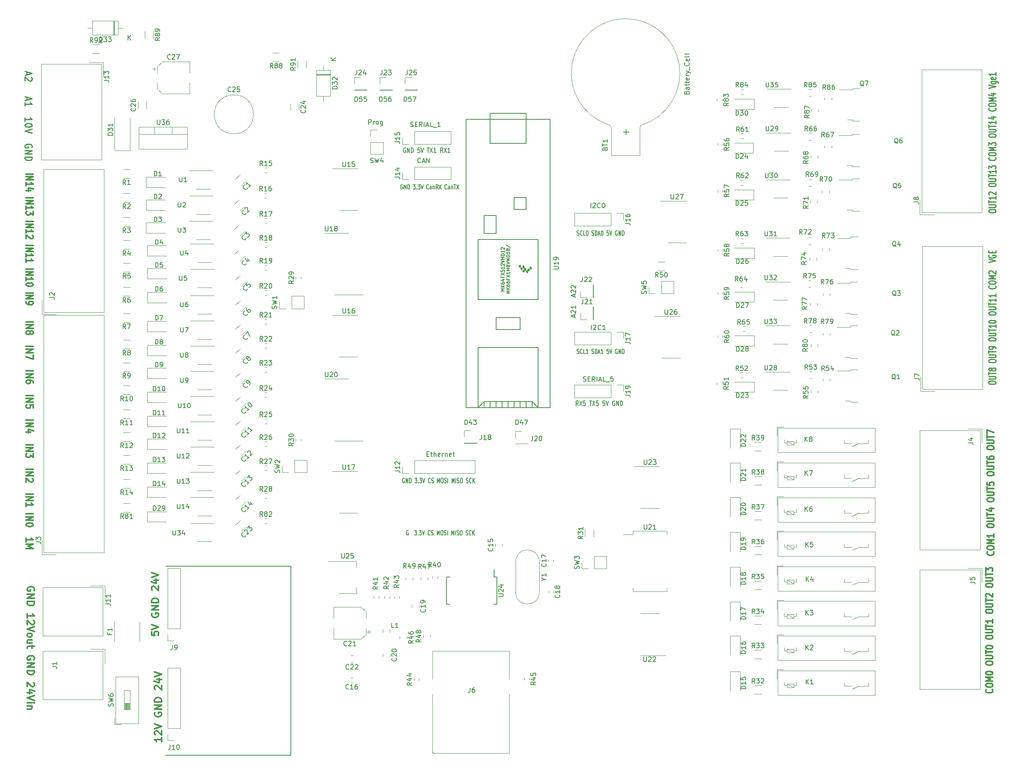
<source format=gto>
G04 #@! TF.GenerationSoftware,KiCad,Pcbnew,(5.1.7)-1*
G04 #@! TF.CreationDate,2022-10-23T01:23:33-04:00*
G04 #@! TF.ProjectId,plc_14in_14out,706c635f-3134-4696-9e5f-31346f75742e,rev?*
G04 #@! TF.SameCoordinates,Original*
G04 #@! TF.FileFunction,Legend,Top*
G04 #@! TF.FilePolarity,Positive*
%FSLAX46Y46*%
G04 Gerber Fmt 4.6, Leading zero omitted, Abs format (unit mm)*
G04 Created by KiCad (PCBNEW (5.1.7)-1) date 2022-10-23 01:23:33*
%MOMM*%
%LPD*%
G01*
G04 APERTURE LIST*
%ADD10C,0.150000*%
%ADD11C,0.200000*%
%ADD12C,0.175000*%
%ADD13C,0.250000*%
%ADD14C,0.300000*%
%ADD15C,0.100000*%
%ADD16C,0.120000*%
G04 APERTURE END LIST*
D10*
X88083238Y-33091380D02*
X88083238Y-32091380D01*
X88321333Y-32091380D01*
X88464190Y-32139000D01*
X88559428Y-32234238D01*
X88607047Y-32329476D01*
X88654666Y-32519952D01*
X88654666Y-32662809D01*
X88607047Y-32853285D01*
X88559428Y-32948523D01*
X88464190Y-33043761D01*
X88321333Y-33091380D01*
X88083238Y-33091380D01*
X89559428Y-32091380D02*
X89083238Y-32091380D01*
X89035619Y-32567571D01*
X89083238Y-32519952D01*
X89178476Y-32472333D01*
X89416571Y-32472333D01*
X89511809Y-32519952D01*
X89559428Y-32567571D01*
X89607047Y-32662809D01*
X89607047Y-32900904D01*
X89559428Y-32996142D01*
X89511809Y-33043761D01*
X89416571Y-33091380D01*
X89178476Y-33091380D01*
X89083238Y-33043761D01*
X89035619Y-32996142D01*
X90511809Y-32091380D02*
X90035619Y-32091380D01*
X89988000Y-32567571D01*
X90035619Y-32519952D01*
X90130857Y-32472333D01*
X90368952Y-32472333D01*
X90464190Y-32519952D01*
X90511809Y-32567571D01*
X90559428Y-32662809D01*
X90559428Y-32900904D01*
X90511809Y-32996142D01*
X90464190Y-33043761D01*
X90368952Y-33091380D01*
X90130857Y-33091380D01*
X90035619Y-33043761D01*
X89988000Y-32996142D01*
X93273714Y-33091380D02*
X93273714Y-32091380D01*
X93511809Y-32091380D01*
X93654666Y-32139000D01*
X93749904Y-32234238D01*
X93797523Y-32329476D01*
X93845142Y-32519952D01*
X93845142Y-32662809D01*
X93797523Y-32853285D01*
X93749904Y-32948523D01*
X93654666Y-33043761D01*
X93511809Y-33091380D01*
X93273714Y-33091380D01*
X94749904Y-32091380D02*
X94273714Y-32091380D01*
X94226095Y-32567571D01*
X94273714Y-32519952D01*
X94368952Y-32472333D01*
X94607047Y-32472333D01*
X94702285Y-32519952D01*
X94749904Y-32567571D01*
X94797523Y-32662809D01*
X94797523Y-32900904D01*
X94749904Y-32996142D01*
X94702285Y-33043761D01*
X94607047Y-33091380D01*
X94368952Y-33091380D01*
X94273714Y-33043761D01*
X94226095Y-32996142D01*
X95654666Y-32091380D02*
X95464190Y-32091380D01*
X95368952Y-32139000D01*
X95321333Y-32186619D01*
X95226095Y-32329476D01*
X95178476Y-32519952D01*
X95178476Y-32900904D01*
X95226095Y-32996142D01*
X95273714Y-33043761D01*
X95368952Y-33091380D01*
X95559428Y-33091380D01*
X95654666Y-33043761D01*
X95702285Y-32996142D01*
X95749904Y-32900904D01*
X95749904Y-32662809D01*
X95702285Y-32567571D01*
X95654666Y-32519952D01*
X95559428Y-32472333D01*
X95368952Y-32472333D01*
X95273714Y-32519952D01*
X95226095Y-32567571D01*
X95178476Y-32662809D01*
X98464190Y-33091380D02*
X98464190Y-32091380D01*
X98702285Y-32091380D01*
X98845142Y-32139000D01*
X98940380Y-32234238D01*
X98987999Y-32329476D01*
X99035619Y-32519952D01*
X99035619Y-32662809D01*
X98987999Y-32853285D01*
X98940380Y-32948523D01*
X98845142Y-33043761D01*
X98702285Y-33091380D01*
X98464190Y-33091380D01*
X99940380Y-32091380D02*
X99464190Y-32091380D01*
X99416571Y-32567571D01*
X99464190Y-32519952D01*
X99559428Y-32472333D01*
X99797523Y-32472333D01*
X99892761Y-32519952D01*
X99940380Y-32567571D01*
X99987999Y-32662809D01*
X99987999Y-32900904D01*
X99940380Y-32996142D01*
X99892761Y-33043761D01*
X99797523Y-33091380D01*
X99559428Y-33091380D01*
X99464190Y-33043761D01*
X99416571Y-32996142D01*
X100321333Y-32091380D02*
X100987999Y-32091380D01*
X100559428Y-33091380D01*
X122102714Y-101417380D02*
X122102714Y-100417380D01*
X122340809Y-100417380D01*
X122483666Y-100465000D01*
X122578904Y-100560238D01*
X122626523Y-100655476D01*
X122674142Y-100845952D01*
X122674142Y-100988809D01*
X122626523Y-101179285D01*
X122578904Y-101274523D01*
X122483666Y-101369761D01*
X122340809Y-101417380D01*
X122102714Y-101417380D01*
X123531285Y-100750714D02*
X123531285Y-101417380D01*
X123293190Y-100369761D02*
X123055095Y-101084047D01*
X123674142Y-101084047D01*
X123959857Y-100417380D02*
X124626523Y-100417380D01*
X124197952Y-101417380D01*
X111307714Y-101417380D02*
X111307714Y-100417380D01*
X111545809Y-100417380D01*
X111688666Y-100465000D01*
X111783904Y-100560238D01*
X111831523Y-100655476D01*
X111879142Y-100845952D01*
X111879142Y-100988809D01*
X111831523Y-101179285D01*
X111783904Y-101274523D01*
X111688666Y-101369761D01*
X111545809Y-101417380D01*
X111307714Y-101417380D01*
X112736285Y-100750714D02*
X112736285Y-101417380D01*
X112498190Y-100369761D02*
X112260095Y-101084047D01*
X112879142Y-101084047D01*
X113164857Y-100417380D02*
X113783904Y-100417380D01*
X113450571Y-100798333D01*
X113593428Y-100798333D01*
X113688666Y-100845952D01*
X113736285Y-100893571D01*
X113783904Y-100988809D01*
X113783904Y-101226904D01*
X113736285Y-101322142D01*
X113688666Y-101369761D01*
X113593428Y-101417380D01*
X113307714Y-101417380D01*
X113212476Y-101369761D01*
X113164857Y-101322142D01*
D11*
X134532666Y-78644333D02*
X134532666Y-78168142D01*
X134818380Y-78739571D02*
X133818380Y-78406238D01*
X134818380Y-78072904D01*
X133913619Y-77787190D02*
X133866000Y-77739571D01*
X133818380Y-77644333D01*
X133818380Y-77406238D01*
X133866000Y-77311000D01*
X133913619Y-77263380D01*
X134008857Y-77215761D01*
X134104095Y-77215761D01*
X134246952Y-77263380D01*
X134818380Y-77834809D01*
X134818380Y-77215761D01*
X134818380Y-76263380D02*
X134818380Y-76834809D01*
X134818380Y-76549095D02*
X133818380Y-76549095D01*
X133961238Y-76644333D01*
X134056476Y-76739571D01*
X134104095Y-76834809D01*
X134532666Y-74358619D02*
X134532666Y-73882428D01*
X134818380Y-74453857D02*
X133818380Y-74120523D01*
X134818380Y-73787190D01*
X133913619Y-73501476D02*
X133866000Y-73453857D01*
X133818380Y-73358619D01*
X133818380Y-73120523D01*
X133866000Y-73025285D01*
X133913619Y-72977666D01*
X134008857Y-72930047D01*
X134104095Y-72930047D01*
X134246952Y-72977666D01*
X134818380Y-73549095D01*
X134818380Y-72930047D01*
X133913619Y-72549095D02*
X133866000Y-72501476D01*
X133818380Y-72406238D01*
X133818380Y-72168142D01*
X133866000Y-72072904D01*
X133913619Y-72025285D01*
X134008857Y-71977666D01*
X134104095Y-71977666D01*
X134246952Y-72025285D01*
X134818380Y-72596714D01*
X134818380Y-71977666D01*
D12*
X135338142Y-97404880D02*
X135071476Y-96928690D01*
X134881000Y-97404880D02*
X134881000Y-96404880D01*
X135185761Y-96404880D01*
X135261952Y-96452500D01*
X135300047Y-96500119D01*
X135338142Y-96595357D01*
X135338142Y-96738214D01*
X135300047Y-96833452D01*
X135261952Y-96881071D01*
X135185761Y-96928690D01*
X134881000Y-96928690D01*
X135604809Y-96404880D02*
X136138142Y-97404880D01*
X136138142Y-96404880D02*
X135604809Y-97404880D01*
X136823857Y-96404880D02*
X136442904Y-96404880D01*
X136404809Y-96881071D01*
X136442904Y-96833452D01*
X136519095Y-96785833D01*
X136709571Y-96785833D01*
X136785761Y-96833452D01*
X136823857Y-96881071D01*
X136861952Y-96976309D01*
X136861952Y-97214404D01*
X136823857Y-97309642D01*
X136785761Y-97357261D01*
X136709571Y-97404880D01*
X136519095Y-97404880D01*
X136442904Y-97357261D01*
X136404809Y-97309642D01*
X137700047Y-96404880D02*
X138157190Y-96404880D01*
X137928619Y-97404880D02*
X137928619Y-96404880D01*
X138347666Y-96404880D02*
X138881000Y-97404880D01*
X138881000Y-96404880D02*
X138347666Y-97404880D01*
X139566714Y-96404880D02*
X139185761Y-96404880D01*
X139147666Y-96881071D01*
X139185761Y-96833452D01*
X139261952Y-96785833D01*
X139452428Y-96785833D01*
X139528619Y-96833452D01*
X139566714Y-96881071D01*
X139604809Y-96976309D01*
X139604809Y-97214404D01*
X139566714Y-97309642D01*
X139528619Y-97357261D01*
X139452428Y-97404880D01*
X139261952Y-97404880D01*
X139185761Y-97357261D01*
X139147666Y-97309642D01*
X140938142Y-96404880D02*
X140557190Y-96404880D01*
X140519095Y-96881071D01*
X140557190Y-96833452D01*
X140633380Y-96785833D01*
X140823857Y-96785833D01*
X140900047Y-96833452D01*
X140938142Y-96881071D01*
X140976238Y-96976309D01*
X140976238Y-97214404D01*
X140938142Y-97309642D01*
X140900047Y-97357261D01*
X140823857Y-97404880D01*
X140633380Y-97404880D01*
X140557190Y-97357261D01*
X140519095Y-97309642D01*
X141204809Y-96404880D02*
X141471476Y-97404880D01*
X141738142Y-96404880D01*
X143033380Y-96452500D02*
X142957190Y-96404880D01*
X142842904Y-96404880D01*
X142728619Y-96452500D01*
X142652428Y-96547738D01*
X142614333Y-96642976D01*
X142576238Y-96833452D01*
X142576238Y-96976309D01*
X142614333Y-97166785D01*
X142652428Y-97262023D01*
X142728619Y-97357261D01*
X142842904Y-97404880D01*
X142919095Y-97404880D01*
X143033380Y-97357261D01*
X143071476Y-97309642D01*
X143071476Y-96976309D01*
X142919095Y-96976309D01*
X143414333Y-97404880D02*
X143414333Y-96404880D01*
X143871476Y-97404880D01*
X143871476Y-96404880D01*
X144252428Y-97404880D02*
X144252428Y-96404880D01*
X144442904Y-96404880D01*
X144557190Y-96452500D01*
X144633380Y-96547738D01*
X144671476Y-96642976D01*
X144709571Y-96833452D01*
X144709571Y-96976309D01*
X144671476Y-97166785D01*
X144633380Y-97262023D01*
X144557190Y-97357261D01*
X144442904Y-97404880D01*
X144252428Y-97404880D01*
D10*
X135085000Y-86383761D02*
X135185000Y-86431380D01*
X135351666Y-86431380D01*
X135418333Y-86383761D01*
X135451666Y-86336142D01*
X135485000Y-86240904D01*
X135485000Y-86145666D01*
X135451666Y-86050428D01*
X135418333Y-86002809D01*
X135351666Y-85955190D01*
X135218333Y-85907571D01*
X135151666Y-85859952D01*
X135118333Y-85812333D01*
X135085000Y-85717095D01*
X135085000Y-85621857D01*
X135118333Y-85526619D01*
X135151666Y-85479000D01*
X135218333Y-85431380D01*
X135385000Y-85431380D01*
X135485000Y-85479000D01*
X136185000Y-86336142D02*
X136151666Y-86383761D01*
X136051666Y-86431380D01*
X135985000Y-86431380D01*
X135885000Y-86383761D01*
X135818333Y-86288523D01*
X135785000Y-86193285D01*
X135751666Y-86002809D01*
X135751666Y-85859952D01*
X135785000Y-85669476D01*
X135818333Y-85574238D01*
X135885000Y-85479000D01*
X135985000Y-85431380D01*
X136051666Y-85431380D01*
X136151666Y-85479000D01*
X136185000Y-85526619D01*
X136818333Y-86431380D02*
X136485000Y-86431380D01*
X136485000Y-85431380D01*
X137418333Y-86431380D02*
X137018333Y-86431380D01*
X137218333Y-86431380D02*
X137218333Y-85431380D01*
X137151666Y-85574238D01*
X137085000Y-85669476D01*
X137018333Y-85717095D01*
X138218333Y-86383761D02*
X138318333Y-86431380D01*
X138485000Y-86431380D01*
X138551666Y-86383761D01*
X138585000Y-86336142D01*
X138618333Y-86240904D01*
X138618333Y-86145666D01*
X138585000Y-86050428D01*
X138551666Y-86002809D01*
X138485000Y-85955190D01*
X138351666Y-85907571D01*
X138285000Y-85859952D01*
X138251666Y-85812333D01*
X138218333Y-85717095D01*
X138218333Y-85621857D01*
X138251666Y-85526619D01*
X138285000Y-85479000D01*
X138351666Y-85431380D01*
X138518333Y-85431380D01*
X138618333Y-85479000D01*
X138918333Y-86431380D02*
X138918333Y-85431380D01*
X139085000Y-85431380D01*
X139185000Y-85479000D01*
X139251666Y-85574238D01*
X139285000Y-85669476D01*
X139318333Y-85859952D01*
X139318333Y-86002809D01*
X139285000Y-86193285D01*
X139251666Y-86288523D01*
X139185000Y-86383761D01*
X139085000Y-86431380D01*
X138918333Y-86431380D01*
X139585000Y-86145666D02*
X139918333Y-86145666D01*
X139518333Y-86431380D02*
X139751666Y-85431380D01*
X139985000Y-86431380D01*
X140585000Y-86431380D02*
X140185000Y-86431380D01*
X140385000Y-86431380D02*
X140385000Y-85431380D01*
X140318333Y-85574238D01*
X140251666Y-85669476D01*
X140185000Y-85717095D01*
X141751666Y-85431380D02*
X141418333Y-85431380D01*
X141385000Y-85907571D01*
X141418333Y-85859952D01*
X141485000Y-85812333D01*
X141651666Y-85812333D01*
X141718333Y-85859952D01*
X141751666Y-85907571D01*
X141785000Y-86002809D01*
X141785000Y-86240904D01*
X141751666Y-86336142D01*
X141718333Y-86383761D01*
X141651666Y-86431380D01*
X141485000Y-86431380D01*
X141418333Y-86383761D01*
X141385000Y-86336142D01*
X141985000Y-85431380D02*
X142218333Y-86431380D01*
X142451666Y-85431380D01*
X143585000Y-85479000D02*
X143518333Y-85431380D01*
X143418333Y-85431380D01*
X143318333Y-85479000D01*
X143251666Y-85574238D01*
X143218333Y-85669476D01*
X143185000Y-85859952D01*
X143185000Y-86002809D01*
X143218333Y-86193285D01*
X143251666Y-86288523D01*
X143318333Y-86383761D01*
X143418333Y-86431380D01*
X143485000Y-86431380D01*
X143585000Y-86383761D01*
X143618333Y-86336142D01*
X143618333Y-86002809D01*
X143485000Y-86002809D01*
X143918333Y-86431380D02*
X143918333Y-85431380D01*
X144318333Y-86431380D01*
X144318333Y-85431380D01*
X144651666Y-86431380D02*
X144651666Y-85431380D01*
X144818333Y-85431380D01*
X144918333Y-85479000D01*
X144985000Y-85574238D01*
X145018333Y-85669476D01*
X145051666Y-85859952D01*
X145051666Y-86002809D01*
X145018333Y-86193285D01*
X144985000Y-86288523D01*
X144918333Y-86383761D01*
X144818333Y-86431380D01*
X144651666Y-86431380D01*
X135085000Y-61364761D02*
X135185000Y-61412380D01*
X135351666Y-61412380D01*
X135418333Y-61364761D01*
X135451666Y-61317142D01*
X135485000Y-61221904D01*
X135485000Y-61126666D01*
X135451666Y-61031428D01*
X135418333Y-60983809D01*
X135351666Y-60936190D01*
X135218333Y-60888571D01*
X135151666Y-60840952D01*
X135118333Y-60793333D01*
X135085000Y-60698095D01*
X135085000Y-60602857D01*
X135118333Y-60507619D01*
X135151666Y-60460000D01*
X135218333Y-60412380D01*
X135385000Y-60412380D01*
X135485000Y-60460000D01*
X136185000Y-61317142D02*
X136151666Y-61364761D01*
X136051666Y-61412380D01*
X135985000Y-61412380D01*
X135885000Y-61364761D01*
X135818333Y-61269523D01*
X135785000Y-61174285D01*
X135751666Y-60983809D01*
X135751666Y-60840952D01*
X135785000Y-60650476D01*
X135818333Y-60555238D01*
X135885000Y-60460000D01*
X135985000Y-60412380D01*
X136051666Y-60412380D01*
X136151666Y-60460000D01*
X136185000Y-60507619D01*
X136818333Y-61412380D02*
X136485000Y-61412380D01*
X136485000Y-60412380D01*
X137185000Y-60412380D02*
X137251666Y-60412380D01*
X137318333Y-60460000D01*
X137351666Y-60507619D01*
X137385000Y-60602857D01*
X137418333Y-60793333D01*
X137418333Y-61031428D01*
X137385000Y-61221904D01*
X137351666Y-61317142D01*
X137318333Y-61364761D01*
X137251666Y-61412380D01*
X137185000Y-61412380D01*
X137118333Y-61364761D01*
X137085000Y-61317142D01*
X137051666Y-61221904D01*
X137018333Y-61031428D01*
X137018333Y-60793333D01*
X137051666Y-60602857D01*
X137085000Y-60507619D01*
X137118333Y-60460000D01*
X137185000Y-60412380D01*
X138218333Y-61364761D02*
X138318333Y-61412380D01*
X138485000Y-61412380D01*
X138551666Y-61364761D01*
X138585000Y-61317142D01*
X138618333Y-61221904D01*
X138618333Y-61126666D01*
X138585000Y-61031428D01*
X138551666Y-60983809D01*
X138485000Y-60936190D01*
X138351666Y-60888571D01*
X138285000Y-60840952D01*
X138251666Y-60793333D01*
X138218333Y-60698095D01*
X138218333Y-60602857D01*
X138251666Y-60507619D01*
X138285000Y-60460000D01*
X138351666Y-60412380D01*
X138518333Y-60412380D01*
X138618333Y-60460000D01*
X138918333Y-61412380D02*
X138918333Y-60412380D01*
X139085000Y-60412380D01*
X139185000Y-60460000D01*
X139251666Y-60555238D01*
X139285000Y-60650476D01*
X139318333Y-60840952D01*
X139318333Y-60983809D01*
X139285000Y-61174285D01*
X139251666Y-61269523D01*
X139185000Y-61364761D01*
X139085000Y-61412380D01*
X138918333Y-61412380D01*
X139585000Y-61126666D02*
X139918333Y-61126666D01*
X139518333Y-61412380D02*
X139751666Y-60412380D01*
X139985000Y-61412380D01*
X140351666Y-60412380D02*
X140418333Y-60412380D01*
X140485000Y-60460000D01*
X140518333Y-60507619D01*
X140551666Y-60602857D01*
X140585000Y-60793333D01*
X140585000Y-61031428D01*
X140551666Y-61221904D01*
X140518333Y-61317142D01*
X140485000Y-61364761D01*
X140418333Y-61412380D01*
X140351666Y-61412380D01*
X140285000Y-61364761D01*
X140251666Y-61317142D01*
X140218333Y-61221904D01*
X140185000Y-61031428D01*
X140185000Y-60793333D01*
X140218333Y-60602857D01*
X140251666Y-60507619D01*
X140285000Y-60460000D01*
X140351666Y-60412380D01*
X141751666Y-60412380D02*
X141418333Y-60412380D01*
X141385000Y-60888571D01*
X141418333Y-60840952D01*
X141485000Y-60793333D01*
X141651666Y-60793333D01*
X141718333Y-60840952D01*
X141751666Y-60888571D01*
X141785000Y-60983809D01*
X141785000Y-61221904D01*
X141751666Y-61317142D01*
X141718333Y-61364761D01*
X141651666Y-61412380D01*
X141485000Y-61412380D01*
X141418333Y-61364761D01*
X141385000Y-61317142D01*
X141985000Y-60412380D02*
X142218333Y-61412380D01*
X142451666Y-60412380D01*
X143585000Y-60460000D02*
X143518333Y-60412380D01*
X143418333Y-60412380D01*
X143318333Y-60460000D01*
X143251666Y-60555238D01*
X143218333Y-60650476D01*
X143185000Y-60840952D01*
X143185000Y-60983809D01*
X143218333Y-61174285D01*
X143251666Y-61269523D01*
X143318333Y-61364761D01*
X143418333Y-61412380D01*
X143485000Y-61412380D01*
X143585000Y-61364761D01*
X143618333Y-61317142D01*
X143618333Y-60983809D01*
X143485000Y-60983809D01*
X143918333Y-61412380D02*
X143918333Y-60412380D01*
X144318333Y-61412380D01*
X144318333Y-60412380D01*
X144651666Y-61412380D02*
X144651666Y-60412380D01*
X144818333Y-60412380D01*
X144918333Y-60460000D01*
X144985000Y-60555238D01*
X145018333Y-60650476D01*
X145051666Y-60840952D01*
X145051666Y-60983809D01*
X145018333Y-61174285D01*
X144985000Y-61269523D01*
X144918333Y-61364761D01*
X144818333Y-61412380D01*
X144651666Y-61412380D01*
X98169333Y-50681000D02*
X98102666Y-50633380D01*
X98002666Y-50633380D01*
X97902666Y-50681000D01*
X97836000Y-50776238D01*
X97802666Y-50871476D01*
X97769333Y-51061952D01*
X97769333Y-51204809D01*
X97802666Y-51395285D01*
X97836000Y-51490523D01*
X97902666Y-51585761D01*
X98002666Y-51633380D01*
X98069333Y-51633380D01*
X98169333Y-51585761D01*
X98202666Y-51538142D01*
X98202666Y-51204809D01*
X98069333Y-51204809D01*
X98502666Y-51633380D02*
X98502666Y-50633380D01*
X98902666Y-51633380D01*
X98902666Y-50633380D01*
X99236000Y-51633380D02*
X99236000Y-50633380D01*
X99402666Y-50633380D01*
X99502666Y-50681000D01*
X99569333Y-50776238D01*
X99602666Y-50871476D01*
X99636000Y-51061952D01*
X99636000Y-51204809D01*
X99602666Y-51395285D01*
X99569333Y-51490523D01*
X99502666Y-51585761D01*
X99402666Y-51633380D01*
X99236000Y-51633380D01*
X100402666Y-50633380D02*
X100836000Y-50633380D01*
X100602666Y-51014333D01*
X100702666Y-51014333D01*
X100769333Y-51061952D01*
X100802666Y-51109571D01*
X100836000Y-51204809D01*
X100836000Y-51442904D01*
X100802666Y-51538142D01*
X100769333Y-51585761D01*
X100702666Y-51633380D01*
X100502666Y-51633380D01*
X100436000Y-51585761D01*
X100402666Y-51538142D01*
X101136000Y-51538142D02*
X101169333Y-51585761D01*
X101136000Y-51633380D01*
X101102666Y-51585761D01*
X101136000Y-51538142D01*
X101136000Y-51633380D01*
X101402666Y-50633380D02*
X101836000Y-50633380D01*
X101602666Y-51014333D01*
X101702666Y-51014333D01*
X101769333Y-51061952D01*
X101802666Y-51109571D01*
X101836000Y-51204809D01*
X101836000Y-51442904D01*
X101802666Y-51538142D01*
X101769333Y-51585761D01*
X101702666Y-51633380D01*
X101502666Y-51633380D01*
X101436000Y-51585761D01*
X101402666Y-51538142D01*
X102036000Y-50633380D02*
X102269333Y-51633380D01*
X102502666Y-50633380D01*
X103669333Y-51538142D02*
X103636000Y-51585761D01*
X103536000Y-51633380D01*
X103469333Y-51633380D01*
X103369333Y-51585761D01*
X103302666Y-51490523D01*
X103269333Y-51395285D01*
X103236000Y-51204809D01*
X103236000Y-51061952D01*
X103269333Y-50871476D01*
X103302666Y-50776238D01*
X103369333Y-50681000D01*
X103469333Y-50633380D01*
X103536000Y-50633380D01*
X103636000Y-50681000D01*
X103669333Y-50728619D01*
X104269333Y-51633380D02*
X104269333Y-51109571D01*
X104236000Y-51014333D01*
X104169333Y-50966714D01*
X104036000Y-50966714D01*
X103969333Y-51014333D01*
X104269333Y-51585761D02*
X104202666Y-51633380D01*
X104036000Y-51633380D01*
X103969333Y-51585761D01*
X103936000Y-51490523D01*
X103936000Y-51395285D01*
X103969333Y-51300047D01*
X104036000Y-51252428D01*
X104202666Y-51252428D01*
X104269333Y-51204809D01*
X104602666Y-50966714D02*
X104602666Y-51633380D01*
X104602666Y-51061952D02*
X104636000Y-51014333D01*
X104702666Y-50966714D01*
X104802666Y-50966714D01*
X104869333Y-51014333D01*
X104902666Y-51109571D01*
X104902666Y-51633380D01*
X105636000Y-51633380D02*
X105402666Y-51157190D01*
X105236000Y-51633380D02*
X105236000Y-50633380D01*
X105502666Y-50633380D01*
X105569333Y-50681000D01*
X105602666Y-50728619D01*
X105636000Y-50823857D01*
X105636000Y-50966714D01*
X105602666Y-51061952D01*
X105569333Y-51109571D01*
X105502666Y-51157190D01*
X105236000Y-51157190D01*
X105869333Y-50633380D02*
X106336000Y-51633380D01*
X106336000Y-50633380D02*
X105869333Y-51633380D01*
X107536000Y-51538142D02*
X107502666Y-51585761D01*
X107402666Y-51633380D01*
X107336000Y-51633380D01*
X107236000Y-51585761D01*
X107169333Y-51490523D01*
X107136000Y-51395285D01*
X107102666Y-51204809D01*
X107102666Y-51061952D01*
X107136000Y-50871476D01*
X107169333Y-50776238D01*
X107236000Y-50681000D01*
X107336000Y-50633380D01*
X107402666Y-50633380D01*
X107502666Y-50681000D01*
X107536000Y-50728619D01*
X108136000Y-51633380D02*
X108136000Y-51109571D01*
X108102666Y-51014333D01*
X108036000Y-50966714D01*
X107902666Y-50966714D01*
X107836000Y-51014333D01*
X108136000Y-51585761D02*
X108069333Y-51633380D01*
X107902666Y-51633380D01*
X107836000Y-51585761D01*
X107802666Y-51490523D01*
X107802666Y-51395285D01*
X107836000Y-51300047D01*
X107902666Y-51252428D01*
X108069333Y-51252428D01*
X108136000Y-51204809D01*
X108469333Y-50966714D02*
X108469333Y-51633380D01*
X108469333Y-51061952D02*
X108502666Y-51014333D01*
X108569333Y-50966714D01*
X108669333Y-50966714D01*
X108736000Y-51014333D01*
X108769333Y-51109571D01*
X108769333Y-51633380D01*
X109002666Y-50633380D02*
X109402666Y-50633380D01*
X109202666Y-51633380D02*
X109202666Y-50633380D01*
X109569333Y-50633380D02*
X110036000Y-51633380D01*
X110036000Y-50633380D02*
X109569333Y-51633380D01*
X98774809Y-42934000D02*
X98698619Y-42886380D01*
X98584333Y-42886380D01*
X98470047Y-42934000D01*
X98393857Y-43029238D01*
X98355761Y-43124476D01*
X98317666Y-43314952D01*
X98317666Y-43457809D01*
X98355761Y-43648285D01*
X98393857Y-43743523D01*
X98470047Y-43838761D01*
X98584333Y-43886380D01*
X98660523Y-43886380D01*
X98774809Y-43838761D01*
X98812904Y-43791142D01*
X98812904Y-43457809D01*
X98660523Y-43457809D01*
X99155761Y-43886380D02*
X99155761Y-42886380D01*
X99612904Y-43886380D01*
X99612904Y-42886380D01*
X99993857Y-43886380D02*
X99993857Y-42886380D01*
X100184333Y-42886380D01*
X100298619Y-42934000D01*
X100374809Y-43029238D01*
X100412904Y-43124476D01*
X100451000Y-43314952D01*
X100451000Y-43457809D01*
X100412904Y-43648285D01*
X100374809Y-43743523D01*
X100298619Y-43838761D01*
X100184333Y-43886380D01*
X99993857Y-43886380D01*
X101784333Y-42886380D02*
X101403380Y-42886380D01*
X101365285Y-43362571D01*
X101403380Y-43314952D01*
X101479571Y-43267333D01*
X101670047Y-43267333D01*
X101746238Y-43314952D01*
X101784333Y-43362571D01*
X101822428Y-43457809D01*
X101822428Y-43695904D01*
X101784333Y-43791142D01*
X101746238Y-43838761D01*
X101670047Y-43886380D01*
X101479571Y-43886380D01*
X101403380Y-43838761D01*
X101365285Y-43791142D01*
X102051000Y-42886380D02*
X102317666Y-43886380D01*
X102584333Y-42886380D01*
X103346238Y-42886380D02*
X103803380Y-42886380D01*
X103574809Y-43886380D02*
X103574809Y-42886380D01*
X103993857Y-42886380D02*
X104527190Y-43886380D01*
X104527190Y-42886380D02*
X103993857Y-43886380D01*
X105251000Y-43886380D02*
X104793857Y-43886380D01*
X105022428Y-43886380D02*
X105022428Y-42886380D01*
X104946238Y-43029238D01*
X104870047Y-43124476D01*
X104793857Y-43172095D01*
X106660523Y-43886380D02*
X106393857Y-43410190D01*
X106203380Y-43886380D02*
X106203380Y-42886380D01*
X106508142Y-42886380D01*
X106584333Y-42934000D01*
X106622428Y-42981619D01*
X106660523Y-43076857D01*
X106660523Y-43219714D01*
X106622428Y-43314952D01*
X106584333Y-43362571D01*
X106508142Y-43410190D01*
X106203380Y-43410190D01*
X106927190Y-42886380D02*
X107460523Y-43886380D01*
X107460523Y-42886380D02*
X106927190Y-43886380D01*
X108184333Y-43886380D02*
X107727190Y-43886380D01*
X107955761Y-43886380D02*
X107955761Y-42886380D01*
X107879571Y-43029238D01*
X107803380Y-43124476D01*
X107727190Y-43172095D01*
X98541000Y-112784000D02*
X98474333Y-112736380D01*
X98374333Y-112736380D01*
X98274333Y-112784000D01*
X98207666Y-112879238D01*
X98174333Y-112974476D01*
X98141000Y-113164952D01*
X98141000Y-113307809D01*
X98174333Y-113498285D01*
X98207666Y-113593523D01*
X98274333Y-113688761D01*
X98374333Y-113736380D01*
X98441000Y-113736380D01*
X98541000Y-113688761D01*
X98574333Y-113641142D01*
X98574333Y-113307809D01*
X98441000Y-113307809D01*
X98874333Y-113736380D02*
X98874333Y-112736380D01*
X99274333Y-113736380D01*
X99274333Y-112736380D01*
X99607666Y-113736380D02*
X99607666Y-112736380D01*
X99774333Y-112736380D01*
X99874333Y-112784000D01*
X99941000Y-112879238D01*
X99974333Y-112974476D01*
X100007666Y-113164952D01*
X100007666Y-113307809D01*
X99974333Y-113498285D01*
X99941000Y-113593523D01*
X99874333Y-113688761D01*
X99774333Y-113736380D01*
X99607666Y-113736380D01*
X100774333Y-112736380D02*
X101207666Y-112736380D01*
X100974333Y-113117333D01*
X101074333Y-113117333D01*
X101141000Y-113164952D01*
X101174333Y-113212571D01*
X101207666Y-113307809D01*
X101207666Y-113545904D01*
X101174333Y-113641142D01*
X101141000Y-113688761D01*
X101074333Y-113736380D01*
X100874333Y-113736380D01*
X100807666Y-113688761D01*
X100774333Y-113641142D01*
X101507666Y-113641142D02*
X101541000Y-113688761D01*
X101507666Y-113736380D01*
X101474333Y-113688761D01*
X101507666Y-113641142D01*
X101507666Y-113736380D01*
X101774333Y-112736380D02*
X102207666Y-112736380D01*
X101974333Y-113117333D01*
X102074333Y-113117333D01*
X102141000Y-113164952D01*
X102174333Y-113212571D01*
X102207666Y-113307809D01*
X102207666Y-113545904D01*
X102174333Y-113641142D01*
X102141000Y-113688761D01*
X102074333Y-113736380D01*
X101874333Y-113736380D01*
X101807666Y-113688761D01*
X101774333Y-113641142D01*
X102407666Y-112736380D02*
X102641000Y-113736380D01*
X102874333Y-112736380D01*
X104041000Y-113641142D02*
X104007666Y-113688761D01*
X103907666Y-113736380D01*
X103841000Y-113736380D01*
X103741000Y-113688761D01*
X103674333Y-113593523D01*
X103641000Y-113498285D01*
X103607666Y-113307809D01*
X103607666Y-113164952D01*
X103641000Y-112974476D01*
X103674333Y-112879238D01*
X103741000Y-112784000D01*
X103841000Y-112736380D01*
X103907666Y-112736380D01*
X104007666Y-112784000D01*
X104041000Y-112831619D01*
X104307666Y-113688761D02*
X104407666Y-113736380D01*
X104574333Y-113736380D01*
X104641000Y-113688761D01*
X104674333Y-113641142D01*
X104707666Y-113545904D01*
X104707666Y-113450666D01*
X104674333Y-113355428D01*
X104641000Y-113307809D01*
X104574333Y-113260190D01*
X104441000Y-113212571D01*
X104374333Y-113164952D01*
X104341000Y-113117333D01*
X104307666Y-113022095D01*
X104307666Y-112926857D01*
X104341000Y-112831619D01*
X104374333Y-112784000D01*
X104441000Y-112736380D01*
X104607666Y-112736380D01*
X104707666Y-112784000D01*
X105541000Y-113736380D02*
X105541000Y-112736380D01*
X105774333Y-113450666D01*
X106007666Y-112736380D01*
X106007666Y-113736380D01*
X106474333Y-112736380D02*
X106607666Y-112736380D01*
X106674333Y-112784000D01*
X106741000Y-112879238D01*
X106774333Y-113069714D01*
X106774333Y-113403047D01*
X106741000Y-113593523D01*
X106674333Y-113688761D01*
X106607666Y-113736380D01*
X106474333Y-113736380D01*
X106407666Y-113688761D01*
X106341000Y-113593523D01*
X106307666Y-113403047D01*
X106307666Y-113069714D01*
X106341000Y-112879238D01*
X106407666Y-112784000D01*
X106474333Y-112736380D01*
X107041000Y-113688761D02*
X107141000Y-113736380D01*
X107307666Y-113736380D01*
X107374333Y-113688761D01*
X107407666Y-113641142D01*
X107441000Y-113545904D01*
X107441000Y-113450666D01*
X107407666Y-113355428D01*
X107374333Y-113307809D01*
X107307666Y-113260190D01*
X107174333Y-113212571D01*
X107107666Y-113164952D01*
X107074333Y-113117333D01*
X107041000Y-113022095D01*
X107041000Y-112926857D01*
X107074333Y-112831619D01*
X107107666Y-112784000D01*
X107174333Y-112736380D01*
X107341000Y-112736380D01*
X107441000Y-112784000D01*
X107741000Y-113736380D02*
X107741000Y-112736380D01*
X108607666Y-113736380D02*
X108607666Y-112736380D01*
X108841000Y-113450666D01*
X109074333Y-112736380D01*
X109074333Y-113736380D01*
X109407666Y-113736380D02*
X109407666Y-112736380D01*
X109707666Y-113688761D02*
X109807666Y-113736380D01*
X109974333Y-113736380D01*
X110041000Y-113688761D01*
X110074333Y-113641142D01*
X110107666Y-113545904D01*
X110107666Y-113450666D01*
X110074333Y-113355428D01*
X110041000Y-113307809D01*
X109974333Y-113260190D01*
X109841000Y-113212571D01*
X109774333Y-113164952D01*
X109741000Y-113117333D01*
X109707666Y-113022095D01*
X109707666Y-112926857D01*
X109741000Y-112831619D01*
X109774333Y-112784000D01*
X109841000Y-112736380D01*
X110007666Y-112736380D01*
X110107666Y-112784000D01*
X110541000Y-112736380D02*
X110674333Y-112736380D01*
X110741000Y-112784000D01*
X110807666Y-112879238D01*
X110841000Y-113069714D01*
X110841000Y-113403047D01*
X110807666Y-113593523D01*
X110741000Y-113688761D01*
X110674333Y-113736380D01*
X110541000Y-113736380D01*
X110474333Y-113688761D01*
X110407666Y-113593523D01*
X110374333Y-113403047D01*
X110374333Y-113069714D01*
X110407666Y-112879238D01*
X110474333Y-112784000D01*
X110541000Y-112736380D01*
X111641000Y-113688761D02*
X111741000Y-113736380D01*
X111907666Y-113736380D01*
X111974333Y-113688761D01*
X112007666Y-113641142D01*
X112041000Y-113545904D01*
X112041000Y-113450666D01*
X112007666Y-113355428D01*
X111974333Y-113307809D01*
X111907666Y-113260190D01*
X111774333Y-113212571D01*
X111707666Y-113164952D01*
X111674333Y-113117333D01*
X111641000Y-113022095D01*
X111641000Y-112926857D01*
X111674333Y-112831619D01*
X111707666Y-112784000D01*
X111774333Y-112736380D01*
X111941000Y-112736380D01*
X112041000Y-112784000D01*
X112741000Y-113641142D02*
X112707666Y-113688761D01*
X112607666Y-113736380D01*
X112541000Y-113736380D01*
X112441000Y-113688761D01*
X112374333Y-113593523D01*
X112341000Y-113498285D01*
X112307666Y-113307809D01*
X112307666Y-113164952D01*
X112341000Y-112974476D01*
X112374333Y-112879238D01*
X112441000Y-112784000D01*
X112541000Y-112736380D01*
X112607666Y-112736380D01*
X112707666Y-112784000D01*
X112741000Y-112831619D01*
X113041000Y-113736380D02*
X113041000Y-112736380D01*
X113441000Y-113736380D02*
X113141000Y-113164952D01*
X113441000Y-112736380D02*
X113041000Y-113307809D01*
D13*
X18673000Y-26847380D02*
X18673000Y-27466428D01*
X18244428Y-26723571D02*
X19744428Y-27156904D01*
X18244428Y-27590238D01*
X19601571Y-27961666D02*
X19673000Y-28023571D01*
X19744428Y-28147380D01*
X19744428Y-28456904D01*
X19673000Y-28580714D01*
X19601571Y-28642619D01*
X19458714Y-28704523D01*
X19315857Y-28704523D01*
X19101571Y-28642619D01*
X18244428Y-27899761D01*
X18244428Y-28704523D01*
X18673000Y-32171190D02*
X18673000Y-32790238D01*
X18244428Y-32047380D02*
X19744428Y-32480714D01*
X18244428Y-32914047D01*
X18244428Y-34028333D02*
X18244428Y-33285476D01*
X18244428Y-33656904D02*
X19744428Y-33656904D01*
X19530142Y-33533095D01*
X19387285Y-33409285D01*
X19315857Y-33285476D01*
X18244428Y-37247380D02*
X18244428Y-36504523D01*
X18244428Y-36875952D02*
X19744428Y-36875952D01*
X19530142Y-36752142D01*
X19387285Y-36628333D01*
X19315857Y-36504523D01*
X19744428Y-38052142D02*
X19744428Y-38175952D01*
X19673000Y-38299761D01*
X19601571Y-38361666D01*
X19458714Y-38423571D01*
X19173000Y-38485476D01*
X18815857Y-38485476D01*
X18530142Y-38423571D01*
X18387285Y-38361666D01*
X18315857Y-38299761D01*
X18244428Y-38175952D01*
X18244428Y-38052142D01*
X18315857Y-37928333D01*
X18387285Y-37866428D01*
X18530142Y-37804523D01*
X18815857Y-37742619D01*
X19173000Y-37742619D01*
X19458714Y-37804523D01*
X19601571Y-37866428D01*
X19673000Y-37928333D01*
X19744428Y-38052142D01*
X19744428Y-38856904D02*
X18244428Y-39290238D01*
X19744428Y-39723571D01*
X19673000Y-42818809D02*
X19744428Y-42695000D01*
X19744428Y-42509285D01*
X19673000Y-42323571D01*
X19530142Y-42199761D01*
X19387285Y-42137857D01*
X19101571Y-42075952D01*
X18887285Y-42075952D01*
X18601571Y-42137857D01*
X18458714Y-42199761D01*
X18315857Y-42323571D01*
X18244428Y-42509285D01*
X18244428Y-42633095D01*
X18315857Y-42818809D01*
X18387285Y-42880714D01*
X18887285Y-42880714D01*
X18887285Y-42633095D01*
X18244428Y-43437857D02*
X19744428Y-43437857D01*
X18244428Y-44180714D01*
X19744428Y-44180714D01*
X18244428Y-44799761D02*
X19744428Y-44799761D01*
X19744428Y-45109285D01*
X19673000Y-45295000D01*
X19530142Y-45418809D01*
X19387285Y-45480714D01*
X19101571Y-45542619D01*
X18887285Y-45542619D01*
X18601571Y-45480714D01*
X18458714Y-45418809D01*
X18315857Y-45295000D01*
X18244428Y-45109285D01*
X18244428Y-44799761D01*
D12*
X99372000Y-123833000D02*
X99305333Y-123785380D01*
X99205333Y-123785380D01*
X99105333Y-123833000D01*
X99038666Y-123928238D01*
X99005333Y-124023476D01*
X98972000Y-124213952D01*
X98972000Y-124356809D01*
X99005333Y-124547285D01*
X99038666Y-124642523D01*
X99105333Y-124737761D01*
X99205333Y-124785380D01*
X99272000Y-124785380D01*
X99372000Y-124737761D01*
X99405333Y-124690142D01*
X99405333Y-124356809D01*
X99272000Y-124356809D01*
X100705333Y-123785380D02*
X101138666Y-123785380D01*
X100905333Y-124166333D01*
X101005333Y-124166333D01*
X101072000Y-124213952D01*
X101105333Y-124261571D01*
X101138666Y-124356809D01*
X101138666Y-124594904D01*
X101105333Y-124690142D01*
X101072000Y-124737761D01*
X101005333Y-124785380D01*
X100805333Y-124785380D01*
X100738666Y-124737761D01*
X100705333Y-124690142D01*
X101438666Y-124690142D02*
X101472000Y-124737761D01*
X101438666Y-124785380D01*
X101405333Y-124737761D01*
X101438666Y-124690142D01*
X101438666Y-124785380D01*
X101705333Y-123785380D02*
X102138666Y-123785380D01*
X101905333Y-124166333D01*
X102005333Y-124166333D01*
X102072000Y-124213952D01*
X102105333Y-124261571D01*
X102138666Y-124356809D01*
X102138666Y-124594904D01*
X102105333Y-124690142D01*
X102072000Y-124737761D01*
X102005333Y-124785380D01*
X101805333Y-124785380D01*
X101738666Y-124737761D01*
X101705333Y-124690142D01*
X102338666Y-123785380D02*
X102572000Y-124785380D01*
X102805333Y-123785380D01*
X103972000Y-124690142D02*
X103938666Y-124737761D01*
X103838666Y-124785380D01*
X103772000Y-124785380D01*
X103672000Y-124737761D01*
X103605333Y-124642523D01*
X103572000Y-124547285D01*
X103538666Y-124356809D01*
X103538666Y-124213952D01*
X103572000Y-124023476D01*
X103605333Y-123928238D01*
X103672000Y-123833000D01*
X103772000Y-123785380D01*
X103838666Y-123785380D01*
X103938666Y-123833000D01*
X103972000Y-123880619D01*
X104238666Y-124737761D02*
X104338666Y-124785380D01*
X104505333Y-124785380D01*
X104572000Y-124737761D01*
X104605333Y-124690142D01*
X104638666Y-124594904D01*
X104638666Y-124499666D01*
X104605333Y-124404428D01*
X104572000Y-124356809D01*
X104505333Y-124309190D01*
X104372000Y-124261571D01*
X104305333Y-124213952D01*
X104272000Y-124166333D01*
X104238666Y-124071095D01*
X104238666Y-123975857D01*
X104272000Y-123880619D01*
X104305333Y-123833000D01*
X104372000Y-123785380D01*
X104538666Y-123785380D01*
X104638666Y-123833000D01*
X105472000Y-124785380D02*
X105472000Y-123785380D01*
X105705333Y-124499666D01*
X105938666Y-123785380D01*
X105938666Y-124785380D01*
X106405333Y-123785380D02*
X106538666Y-123785380D01*
X106605333Y-123833000D01*
X106672000Y-123928238D01*
X106705333Y-124118714D01*
X106705333Y-124452047D01*
X106672000Y-124642523D01*
X106605333Y-124737761D01*
X106538666Y-124785380D01*
X106405333Y-124785380D01*
X106338666Y-124737761D01*
X106272000Y-124642523D01*
X106238666Y-124452047D01*
X106238666Y-124118714D01*
X106272000Y-123928238D01*
X106338666Y-123833000D01*
X106405333Y-123785380D01*
X106972000Y-124737761D02*
X107072000Y-124785380D01*
X107238666Y-124785380D01*
X107305333Y-124737761D01*
X107338666Y-124690142D01*
X107372000Y-124594904D01*
X107372000Y-124499666D01*
X107338666Y-124404428D01*
X107305333Y-124356809D01*
X107238666Y-124309190D01*
X107105333Y-124261571D01*
X107038666Y-124213952D01*
X107005333Y-124166333D01*
X106972000Y-124071095D01*
X106972000Y-123975857D01*
X107005333Y-123880619D01*
X107038666Y-123833000D01*
X107105333Y-123785380D01*
X107272000Y-123785380D01*
X107372000Y-123833000D01*
X107672000Y-124785380D02*
X107672000Y-123785380D01*
X108538666Y-124785380D02*
X108538666Y-123785380D01*
X108772000Y-124499666D01*
X109005333Y-123785380D01*
X109005333Y-124785380D01*
X109338666Y-124785380D02*
X109338666Y-123785380D01*
X109638666Y-124737761D02*
X109738666Y-124785380D01*
X109905333Y-124785380D01*
X109972000Y-124737761D01*
X110005333Y-124690142D01*
X110038666Y-124594904D01*
X110038666Y-124499666D01*
X110005333Y-124404428D01*
X109972000Y-124356809D01*
X109905333Y-124309190D01*
X109772000Y-124261571D01*
X109705333Y-124213952D01*
X109672000Y-124166333D01*
X109638666Y-124071095D01*
X109638666Y-123975857D01*
X109672000Y-123880619D01*
X109705333Y-123833000D01*
X109772000Y-123785380D01*
X109938666Y-123785380D01*
X110038666Y-123833000D01*
X110472000Y-123785380D02*
X110605333Y-123785380D01*
X110672000Y-123833000D01*
X110738666Y-123928238D01*
X110772000Y-124118714D01*
X110772000Y-124452047D01*
X110738666Y-124642523D01*
X110672000Y-124737761D01*
X110605333Y-124785380D01*
X110472000Y-124785380D01*
X110405333Y-124737761D01*
X110338666Y-124642523D01*
X110305333Y-124452047D01*
X110305333Y-124118714D01*
X110338666Y-123928238D01*
X110405333Y-123833000D01*
X110472000Y-123785380D01*
X111572000Y-124737761D02*
X111672000Y-124785380D01*
X111838666Y-124785380D01*
X111905333Y-124737761D01*
X111938666Y-124690142D01*
X111972000Y-124594904D01*
X111972000Y-124499666D01*
X111938666Y-124404428D01*
X111905333Y-124356809D01*
X111838666Y-124309190D01*
X111705333Y-124261571D01*
X111638666Y-124213952D01*
X111605333Y-124166333D01*
X111572000Y-124071095D01*
X111572000Y-123975857D01*
X111605333Y-123880619D01*
X111638666Y-123833000D01*
X111705333Y-123785380D01*
X111872000Y-123785380D01*
X111972000Y-123833000D01*
X112672000Y-124690142D02*
X112638666Y-124737761D01*
X112538666Y-124785380D01*
X112472000Y-124785380D01*
X112372000Y-124737761D01*
X112305333Y-124642523D01*
X112272000Y-124547285D01*
X112238666Y-124356809D01*
X112238666Y-124213952D01*
X112272000Y-124023476D01*
X112305333Y-123928238D01*
X112372000Y-123833000D01*
X112472000Y-123785380D01*
X112538666Y-123785380D01*
X112638666Y-123833000D01*
X112672000Y-123880619D01*
X112972000Y-124785380D02*
X112972000Y-123785380D01*
X113372000Y-124785380D02*
X113072000Y-124213952D01*
X113372000Y-123785380D02*
X112972000Y-124356809D01*
D14*
X47160571Y-167591571D02*
X47160571Y-168448714D01*
X47160571Y-168020142D02*
X45660571Y-168020142D01*
X45874857Y-168163000D01*
X46017714Y-168305857D01*
X46089142Y-168448714D01*
X45803428Y-167020142D02*
X45732000Y-166948714D01*
X45660571Y-166805857D01*
X45660571Y-166448714D01*
X45732000Y-166305857D01*
X45803428Y-166234428D01*
X45946285Y-166163000D01*
X46089142Y-166163000D01*
X46303428Y-166234428D01*
X47160571Y-167091571D01*
X47160571Y-166163000D01*
X45660571Y-165734428D02*
X47160571Y-165234428D01*
X45660571Y-164734428D01*
X45732000Y-162305857D02*
X45660571Y-162448714D01*
X45660571Y-162663000D01*
X45732000Y-162877285D01*
X45874857Y-163020142D01*
X46017714Y-163091571D01*
X46303428Y-163163000D01*
X46517714Y-163163000D01*
X46803428Y-163091571D01*
X46946285Y-163020142D01*
X47089142Y-162877285D01*
X47160571Y-162663000D01*
X47160571Y-162520142D01*
X47089142Y-162305857D01*
X47017714Y-162234428D01*
X46517714Y-162234428D01*
X46517714Y-162520142D01*
X47160571Y-161591571D02*
X45660571Y-161591571D01*
X47160571Y-160734428D01*
X45660571Y-160734428D01*
X47160571Y-160020142D02*
X45660571Y-160020142D01*
X45660571Y-159663000D01*
X45732000Y-159448714D01*
X45874857Y-159305857D01*
X46017714Y-159234428D01*
X46303428Y-159163000D01*
X46517714Y-159163000D01*
X46803428Y-159234428D01*
X46946285Y-159305857D01*
X47089142Y-159448714D01*
X47160571Y-159663000D01*
X47160571Y-160020142D01*
X45803428Y-157448714D02*
X45732000Y-157377285D01*
X45660571Y-157234428D01*
X45660571Y-156877285D01*
X45732000Y-156734428D01*
X45803428Y-156663000D01*
X45946285Y-156591571D01*
X46089142Y-156591571D01*
X46303428Y-156663000D01*
X47160571Y-157520142D01*
X47160571Y-156591571D01*
X46160571Y-155305857D02*
X47160571Y-155305857D01*
X45589142Y-155663000D02*
X46660571Y-156020142D01*
X46660571Y-155091571D01*
X45660571Y-154734428D02*
X47160571Y-154234428D01*
X45660571Y-153734428D01*
X45025571Y-145231714D02*
X45025571Y-145946000D01*
X45739857Y-146017428D01*
X45668428Y-145946000D01*
X45597000Y-145803142D01*
X45597000Y-145446000D01*
X45668428Y-145303142D01*
X45739857Y-145231714D01*
X45882714Y-145160285D01*
X46239857Y-145160285D01*
X46382714Y-145231714D01*
X46454142Y-145303142D01*
X46525571Y-145446000D01*
X46525571Y-145803142D01*
X46454142Y-145946000D01*
X46382714Y-146017428D01*
X45025571Y-144731714D02*
X46525571Y-144231714D01*
X45025571Y-143731714D01*
X45097000Y-141303142D02*
X45025571Y-141446000D01*
X45025571Y-141660285D01*
X45097000Y-141874571D01*
X45239857Y-142017428D01*
X45382714Y-142088857D01*
X45668428Y-142160285D01*
X45882714Y-142160285D01*
X46168428Y-142088857D01*
X46311285Y-142017428D01*
X46454142Y-141874571D01*
X46525571Y-141660285D01*
X46525571Y-141517428D01*
X46454142Y-141303142D01*
X46382714Y-141231714D01*
X45882714Y-141231714D01*
X45882714Y-141517428D01*
X46525571Y-140588857D02*
X45025571Y-140588857D01*
X46525571Y-139731714D01*
X45025571Y-139731714D01*
X46525571Y-139017428D02*
X45025571Y-139017428D01*
X45025571Y-138660285D01*
X45097000Y-138446000D01*
X45239857Y-138303142D01*
X45382714Y-138231714D01*
X45668428Y-138160285D01*
X45882714Y-138160285D01*
X46168428Y-138231714D01*
X46311285Y-138303142D01*
X46454142Y-138446000D01*
X46525571Y-138660285D01*
X46525571Y-139017428D01*
X45168428Y-136446000D02*
X45097000Y-136374571D01*
X45025571Y-136231714D01*
X45025571Y-135874571D01*
X45097000Y-135731714D01*
X45168428Y-135660285D01*
X45311285Y-135588857D01*
X45454142Y-135588857D01*
X45668428Y-135660285D01*
X46525571Y-136517428D01*
X46525571Y-135588857D01*
X45525571Y-134303142D02*
X46525571Y-134303142D01*
X44954142Y-134660285D02*
X46025571Y-135017428D01*
X46025571Y-134088857D01*
X45025571Y-133731714D02*
X46525571Y-133231714D01*
X45025571Y-132731714D01*
X20181000Y-136541571D02*
X20252428Y-136398714D01*
X20252428Y-136184428D01*
X20181000Y-135970142D01*
X20038142Y-135827285D01*
X19895285Y-135755857D01*
X19609571Y-135684428D01*
X19395285Y-135684428D01*
X19109571Y-135755857D01*
X18966714Y-135827285D01*
X18823857Y-135970142D01*
X18752428Y-136184428D01*
X18752428Y-136327285D01*
X18823857Y-136541571D01*
X18895285Y-136613000D01*
X19395285Y-136613000D01*
X19395285Y-136327285D01*
X18752428Y-137255857D02*
X20252428Y-137255857D01*
X18752428Y-138113000D01*
X20252428Y-138113000D01*
X18752428Y-138827285D02*
X20252428Y-138827285D01*
X20252428Y-139184428D01*
X20181000Y-139398714D01*
X20038142Y-139541571D01*
X19895285Y-139613000D01*
X19609571Y-139684428D01*
X19395285Y-139684428D01*
X19109571Y-139613000D01*
X18966714Y-139541571D01*
X18823857Y-139398714D01*
X18752428Y-139184428D01*
X18752428Y-138827285D01*
X18752428Y-142255857D02*
X18752428Y-141398714D01*
X18752428Y-141827285D02*
X20252428Y-141827285D01*
X20038142Y-141684428D01*
X19895285Y-141541571D01*
X19823857Y-141398714D01*
X20109571Y-142827285D02*
X20181000Y-142898714D01*
X20252428Y-143041571D01*
X20252428Y-143398714D01*
X20181000Y-143541571D01*
X20109571Y-143613000D01*
X19966714Y-143684428D01*
X19823857Y-143684428D01*
X19609571Y-143613000D01*
X18752428Y-142755857D01*
X18752428Y-143684428D01*
X20252428Y-144113000D02*
X18752428Y-144613000D01*
X20252428Y-145113000D01*
X18752428Y-145827285D02*
X18823857Y-145684428D01*
X18895285Y-145613000D01*
X19038142Y-145541571D01*
X19466714Y-145541571D01*
X19609571Y-145613000D01*
X19681000Y-145684428D01*
X19752428Y-145827285D01*
X19752428Y-146041571D01*
X19681000Y-146184428D01*
X19609571Y-146255857D01*
X19466714Y-146327285D01*
X19038142Y-146327285D01*
X18895285Y-146255857D01*
X18823857Y-146184428D01*
X18752428Y-146041571D01*
X18752428Y-145827285D01*
X19752428Y-147613000D02*
X18752428Y-147613000D01*
X19752428Y-146970142D02*
X18966714Y-146970142D01*
X18823857Y-147041571D01*
X18752428Y-147184428D01*
X18752428Y-147398714D01*
X18823857Y-147541571D01*
X18895285Y-147613000D01*
X19752428Y-148113000D02*
X19752428Y-148684428D01*
X20252428Y-148327285D02*
X18966714Y-148327285D01*
X18823857Y-148398714D01*
X18752428Y-148541571D01*
X18752428Y-148684428D01*
D10*
X74549000Y-171323000D02*
X48006000Y-171323000D01*
X74549000Y-131318000D02*
X74549000Y-171323000D01*
X48133000Y-131318000D02*
X74549000Y-131318000D01*
D13*
X222190571Y-56330571D02*
X222190571Y-56140095D01*
X222262000Y-56044857D01*
X222404857Y-55949619D01*
X222690571Y-55902000D01*
X223190571Y-55902000D01*
X223476285Y-55949619D01*
X223619142Y-56044857D01*
X223690571Y-56140095D01*
X223690571Y-56330571D01*
X223619142Y-56425809D01*
X223476285Y-56521047D01*
X223190571Y-56568666D01*
X222690571Y-56568666D01*
X222404857Y-56521047D01*
X222262000Y-56425809D01*
X222190571Y-56330571D01*
X222190571Y-55473428D02*
X223404857Y-55473428D01*
X223547714Y-55425809D01*
X223619142Y-55378190D01*
X223690571Y-55282952D01*
X223690571Y-55092476D01*
X223619142Y-54997238D01*
X223547714Y-54949619D01*
X223404857Y-54902000D01*
X222190571Y-54902000D01*
X222190571Y-54568666D02*
X222190571Y-53997238D01*
X223690571Y-54282952D02*
X222190571Y-54282952D01*
X223690571Y-53140095D02*
X223690571Y-53711523D01*
X223690571Y-53425809D02*
X222190571Y-53425809D01*
X222404857Y-53521047D01*
X222547714Y-53616285D01*
X222619142Y-53711523D01*
X222333428Y-52759142D02*
X222262000Y-52711523D01*
X222190571Y-52616285D01*
X222190571Y-52378190D01*
X222262000Y-52282952D01*
X222333428Y-52235333D01*
X222476285Y-52187714D01*
X222619142Y-52187714D01*
X222833428Y-52235333D01*
X223690571Y-52806761D01*
X223690571Y-52187714D01*
X222190571Y-50806761D02*
X222190571Y-50616285D01*
X222262000Y-50521047D01*
X222404857Y-50425809D01*
X222690571Y-50378190D01*
X223190571Y-50378190D01*
X223476285Y-50425809D01*
X223619142Y-50521047D01*
X223690571Y-50616285D01*
X223690571Y-50806761D01*
X223619142Y-50902000D01*
X223476285Y-50997238D01*
X223190571Y-51044857D01*
X222690571Y-51044857D01*
X222404857Y-50997238D01*
X222262000Y-50902000D01*
X222190571Y-50806761D01*
X222190571Y-49949619D02*
X223404857Y-49949619D01*
X223547714Y-49902000D01*
X223619142Y-49854380D01*
X223690571Y-49759142D01*
X223690571Y-49568666D01*
X223619142Y-49473428D01*
X223547714Y-49425809D01*
X223404857Y-49378190D01*
X222190571Y-49378190D01*
X222190571Y-49044857D02*
X222190571Y-48473428D01*
X223690571Y-48759142D02*
X222190571Y-48759142D01*
X223690571Y-47616285D02*
X223690571Y-48187714D01*
X223690571Y-47902000D02*
X222190571Y-47902000D01*
X222404857Y-47997238D01*
X222547714Y-48092476D01*
X222619142Y-48187714D01*
X222190571Y-47282952D02*
X222190571Y-46663904D01*
X222762000Y-46997238D01*
X222762000Y-46854380D01*
X222833428Y-46759142D01*
X222904857Y-46711523D01*
X223047714Y-46663904D01*
X223404857Y-46663904D01*
X223547714Y-46711523D01*
X223619142Y-46759142D01*
X223690571Y-46854380D01*
X223690571Y-47140095D01*
X223619142Y-47235333D01*
X223547714Y-47282952D01*
X223547714Y-44902000D02*
X223619142Y-44949619D01*
X223690571Y-45092476D01*
X223690571Y-45187714D01*
X223619142Y-45330571D01*
X223476285Y-45425809D01*
X223333428Y-45473428D01*
X223047714Y-45521047D01*
X222833428Y-45521047D01*
X222547714Y-45473428D01*
X222404857Y-45425809D01*
X222262000Y-45330571D01*
X222190571Y-45187714D01*
X222190571Y-45092476D01*
X222262000Y-44949619D01*
X222333428Y-44902000D01*
X222190571Y-44282952D02*
X222190571Y-44092476D01*
X222262000Y-43997238D01*
X222404857Y-43902000D01*
X222690571Y-43854380D01*
X223190571Y-43854380D01*
X223476285Y-43902000D01*
X223619142Y-43997238D01*
X223690571Y-44092476D01*
X223690571Y-44282952D01*
X223619142Y-44378190D01*
X223476285Y-44473428D01*
X223190571Y-44521047D01*
X222690571Y-44521047D01*
X222404857Y-44473428D01*
X222262000Y-44378190D01*
X222190571Y-44282952D01*
X223690571Y-43425809D02*
X222190571Y-43425809D01*
X223262000Y-43092476D01*
X222190571Y-42759142D01*
X223690571Y-42759142D01*
X222190571Y-42378190D02*
X222190571Y-41759142D01*
X222762000Y-42092476D01*
X222762000Y-41949619D01*
X222833428Y-41854380D01*
X222904857Y-41806761D01*
X223047714Y-41759142D01*
X223404857Y-41759142D01*
X223547714Y-41806761D01*
X223619142Y-41854380D01*
X223690571Y-41949619D01*
X223690571Y-42235333D01*
X223619142Y-42330571D01*
X223547714Y-42378190D01*
X222190571Y-40378190D02*
X222190571Y-40187714D01*
X222262000Y-40092476D01*
X222404857Y-39997238D01*
X222690571Y-39949619D01*
X223190571Y-39949619D01*
X223476285Y-39997238D01*
X223619142Y-40092476D01*
X223690571Y-40187714D01*
X223690571Y-40378190D01*
X223619142Y-40473428D01*
X223476285Y-40568666D01*
X223190571Y-40616285D01*
X222690571Y-40616285D01*
X222404857Y-40568666D01*
X222262000Y-40473428D01*
X222190571Y-40378190D01*
X222190571Y-39521047D02*
X223404857Y-39521047D01*
X223547714Y-39473428D01*
X223619142Y-39425809D01*
X223690571Y-39330571D01*
X223690571Y-39140095D01*
X223619142Y-39044857D01*
X223547714Y-38997238D01*
X223404857Y-38949619D01*
X222190571Y-38949619D01*
X222190571Y-38616285D02*
X222190571Y-38044857D01*
X223690571Y-38330571D02*
X222190571Y-38330571D01*
X223690571Y-37187714D02*
X223690571Y-37759142D01*
X223690571Y-37473428D02*
X222190571Y-37473428D01*
X222404857Y-37568666D01*
X222547714Y-37663904D01*
X222619142Y-37759142D01*
X222690571Y-36330571D02*
X223690571Y-36330571D01*
X222119142Y-36568666D02*
X223190571Y-36806761D01*
X223190571Y-36187714D01*
X223547714Y-34473428D02*
X223619142Y-34521047D01*
X223690571Y-34663904D01*
X223690571Y-34759142D01*
X223619142Y-34902000D01*
X223476285Y-34997238D01*
X223333428Y-35044857D01*
X223047714Y-35092476D01*
X222833428Y-35092476D01*
X222547714Y-35044857D01*
X222404857Y-34997238D01*
X222262000Y-34902000D01*
X222190571Y-34759142D01*
X222190571Y-34663904D01*
X222262000Y-34521047D01*
X222333428Y-34473428D01*
X222190571Y-33854380D02*
X222190571Y-33663904D01*
X222262000Y-33568666D01*
X222404857Y-33473428D01*
X222690571Y-33425809D01*
X223190571Y-33425809D01*
X223476285Y-33473428D01*
X223619142Y-33568666D01*
X223690571Y-33663904D01*
X223690571Y-33854380D01*
X223619142Y-33949619D01*
X223476285Y-34044857D01*
X223190571Y-34092476D01*
X222690571Y-34092476D01*
X222404857Y-34044857D01*
X222262000Y-33949619D01*
X222190571Y-33854380D01*
X223690571Y-32997238D02*
X222190571Y-32997238D01*
X223262000Y-32663904D01*
X222190571Y-32330571D01*
X223690571Y-32330571D01*
X222690571Y-31425809D02*
X223690571Y-31425809D01*
X222119142Y-31663904D02*
X223190571Y-31902000D01*
X223190571Y-31282952D01*
X222190571Y-30282952D02*
X223690571Y-29949619D01*
X222190571Y-29616285D01*
X222690571Y-28854380D02*
X223904857Y-28854380D01*
X224047714Y-28902000D01*
X224119142Y-28949619D01*
X224190571Y-29044857D01*
X224190571Y-29187714D01*
X224119142Y-29282952D01*
X223619142Y-28854380D02*
X223690571Y-28949619D01*
X223690571Y-29140095D01*
X223619142Y-29235333D01*
X223547714Y-29282952D01*
X223404857Y-29330571D01*
X222976285Y-29330571D01*
X222833428Y-29282952D01*
X222762000Y-29235333D01*
X222690571Y-29140095D01*
X222690571Y-28949619D01*
X222762000Y-28854380D01*
X223619142Y-27997238D02*
X223690571Y-28092476D01*
X223690571Y-28282952D01*
X223619142Y-28378190D01*
X223476285Y-28425809D01*
X222904857Y-28425809D01*
X222762000Y-28378190D01*
X222690571Y-28282952D01*
X222690571Y-28092476D01*
X222762000Y-27997238D01*
X222904857Y-27949619D01*
X223047714Y-27949619D01*
X223190571Y-28425809D01*
X223690571Y-26997238D02*
X223690571Y-27568666D01*
X223690571Y-27282952D02*
X222190571Y-27282952D01*
X222404857Y-27378190D01*
X222547714Y-27473428D01*
X222619142Y-27568666D01*
X222190571Y-92620952D02*
X222190571Y-92430476D01*
X222262000Y-92335238D01*
X222404857Y-92240000D01*
X222690571Y-92192380D01*
X223190571Y-92192380D01*
X223476285Y-92240000D01*
X223619142Y-92335238D01*
X223690571Y-92430476D01*
X223690571Y-92620952D01*
X223619142Y-92716190D01*
X223476285Y-92811428D01*
X223190571Y-92859047D01*
X222690571Y-92859047D01*
X222404857Y-92811428D01*
X222262000Y-92716190D01*
X222190571Y-92620952D01*
X222190571Y-91763809D02*
X223404857Y-91763809D01*
X223547714Y-91716190D01*
X223619142Y-91668571D01*
X223690571Y-91573333D01*
X223690571Y-91382857D01*
X223619142Y-91287619D01*
X223547714Y-91240000D01*
X223404857Y-91192380D01*
X222190571Y-91192380D01*
X222190571Y-90859047D02*
X222190571Y-90287619D01*
X223690571Y-90573333D02*
X222190571Y-90573333D01*
X222833428Y-89811428D02*
X222762000Y-89906666D01*
X222690571Y-89954285D01*
X222547714Y-90001904D01*
X222476285Y-90001904D01*
X222333428Y-89954285D01*
X222262000Y-89906666D01*
X222190571Y-89811428D01*
X222190571Y-89620952D01*
X222262000Y-89525714D01*
X222333428Y-89478095D01*
X222476285Y-89430476D01*
X222547714Y-89430476D01*
X222690571Y-89478095D01*
X222762000Y-89525714D01*
X222833428Y-89620952D01*
X222833428Y-89811428D01*
X222904857Y-89906666D01*
X222976285Y-89954285D01*
X223119142Y-90001904D01*
X223404857Y-90001904D01*
X223547714Y-89954285D01*
X223619142Y-89906666D01*
X223690571Y-89811428D01*
X223690571Y-89620952D01*
X223619142Y-89525714D01*
X223547714Y-89478095D01*
X223404857Y-89430476D01*
X223119142Y-89430476D01*
X222976285Y-89478095D01*
X222904857Y-89525714D01*
X222833428Y-89620952D01*
X222190571Y-88049523D02*
X222190571Y-87859047D01*
X222262000Y-87763809D01*
X222404857Y-87668571D01*
X222690571Y-87620952D01*
X223190571Y-87620952D01*
X223476285Y-87668571D01*
X223619142Y-87763809D01*
X223690571Y-87859047D01*
X223690571Y-88049523D01*
X223619142Y-88144761D01*
X223476285Y-88240000D01*
X223190571Y-88287619D01*
X222690571Y-88287619D01*
X222404857Y-88240000D01*
X222262000Y-88144761D01*
X222190571Y-88049523D01*
X222190571Y-87192380D02*
X223404857Y-87192380D01*
X223547714Y-87144761D01*
X223619142Y-87097142D01*
X223690571Y-87001904D01*
X223690571Y-86811428D01*
X223619142Y-86716190D01*
X223547714Y-86668571D01*
X223404857Y-86620952D01*
X222190571Y-86620952D01*
X222190571Y-86287619D02*
X222190571Y-85716190D01*
X223690571Y-86001904D02*
X222190571Y-86001904D01*
X223690571Y-85335238D02*
X223690571Y-85144761D01*
X223619142Y-85049523D01*
X223547714Y-85001904D01*
X223333428Y-84906666D01*
X223047714Y-84859047D01*
X222476285Y-84859047D01*
X222333428Y-84906666D01*
X222262000Y-84954285D01*
X222190571Y-85049523D01*
X222190571Y-85240000D01*
X222262000Y-85335238D01*
X222333428Y-85382857D01*
X222476285Y-85430476D01*
X222833428Y-85430476D01*
X222976285Y-85382857D01*
X223047714Y-85335238D01*
X223119142Y-85240000D01*
X223119142Y-85049523D01*
X223047714Y-84954285D01*
X222976285Y-84906666D01*
X222833428Y-84859047D01*
X222190571Y-83478095D02*
X222190571Y-83287619D01*
X222262000Y-83192380D01*
X222404857Y-83097142D01*
X222690571Y-83049523D01*
X223190571Y-83049523D01*
X223476285Y-83097142D01*
X223619142Y-83192380D01*
X223690571Y-83287619D01*
X223690571Y-83478095D01*
X223619142Y-83573333D01*
X223476285Y-83668571D01*
X223190571Y-83716190D01*
X222690571Y-83716190D01*
X222404857Y-83668571D01*
X222262000Y-83573333D01*
X222190571Y-83478095D01*
X222190571Y-82620952D02*
X223404857Y-82620952D01*
X223547714Y-82573333D01*
X223619142Y-82525714D01*
X223690571Y-82430476D01*
X223690571Y-82240000D01*
X223619142Y-82144761D01*
X223547714Y-82097142D01*
X223404857Y-82049523D01*
X222190571Y-82049523D01*
X222190571Y-81716190D02*
X222190571Y-81144761D01*
X223690571Y-81430476D02*
X222190571Y-81430476D01*
X223690571Y-80287619D02*
X223690571Y-80859047D01*
X223690571Y-80573333D02*
X222190571Y-80573333D01*
X222404857Y-80668571D01*
X222547714Y-80763809D01*
X222619142Y-80859047D01*
X222190571Y-79668571D02*
X222190571Y-79573333D01*
X222262000Y-79478095D01*
X222333428Y-79430476D01*
X222476285Y-79382857D01*
X222762000Y-79335238D01*
X223119142Y-79335238D01*
X223404857Y-79382857D01*
X223547714Y-79430476D01*
X223619142Y-79478095D01*
X223690571Y-79573333D01*
X223690571Y-79668571D01*
X223619142Y-79763809D01*
X223547714Y-79811428D01*
X223404857Y-79859047D01*
X223119142Y-79906666D01*
X222762000Y-79906666D01*
X222476285Y-79859047D01*
X222333428Y-79811428D01*
X222262000Y-79763809D01*
X222190571Y-79668571D01*
X222190571Y-77954285D02*
X222190571Y-77763809D01*
X222262000Y-77668571D01*
X222404857Y-77573333D01*
X222690571Y-77525714D01*
X223190571Y-77525714D01*
X223476285Y-77573333D01*
X223619142Y-77668571D01*
X223690571Y-77763809D01*
X223690571Y-77954285D01*
X223619142Y-78049523D01*
X223476285Y-78144761D01*
X223190571Y-78192380D01*
X222690571Y-78192380D01*
X222404857Y-78144761D01*
X222262000Y-78049523D01*
X222190571Y-77954285D01*
X222190571Y-77097142D02*
X223404857Y-77097142D01*
X223547714Y-77049523D01*
X223619142Y-77001904D01*
X223690571Y-76906666D01*
X223690571Y-76716190D01*
X223619142Y-76620952D01*
X223547714Y-76573333D01*
X223404857Y-76525714D01*
X222190571Y-76525714D01*
X222190571Y-76192380D02*
X222190571Y-75620952D01*
X223690571Y-75906666D02*
X222190571Y-75906666D01*
X223690571Y-74763809D02*
X223690571Y-75335238D01*
X223690571Y-75049523D02*
X222190571Y-75049523D01*
X222404857Y-75144761D01*
X222547714Y-75240000D01*
X222619142Y-75335238D01*
X223690571Y-73811428D02*
X223690571Y-74382857D01*
X223690571Y-74097142D02*
X222190571Y-74097142D01*
X222404857Y-74192380D01*
X222547714Y-74287619D01*
X222619142Y-74382857D01*
X223547714Y-72049523D02*
X223619142Y-72097142D01*
X223690571Y-72240000D01*
X223690571Y-72335238D01*
X223619142Y-72478095D01*
X223476285Y-72573333D01*
X223333428Y-72620952D01*
X223047714Y-72668571D01*
X222833428Y-72668571D01*
X222547714Y-72620952D01*
X222404857Y-72573333D01*
X222262000Y-72478095D01*
X222190571Y-72335238D01*
X222190571Y-72240000D01*
X222262000Y-72097142D01*
X222333428Y-72049523D01*
X222190571Y-71430476D02*
X222190571Y-71240000D01*
X222262000Y-71144761D01*
X222404857Y-71049523D01*
X222690571Y-71001904D01*
X223190571Y-71001904D01*
X223476285Y-71049523D01*
X223619142Y-71144761D01*
X223690571Y-71240000D01*
X223690571Y-71430476D01*
X223619142Y-71525714D01*
X223476285Y-71620952D01*
X223190571Y-71668571D01*
X222690571Y-71668571D01*
X222404857Y-71620952D01*
X222262000Y-71525714D01*
X222190571Y-71430476D01*
X223690571Y-70573333D02*
X222190571Y-70573333D01*
X223262000Y-70240000D01*
X222190571Y-69906666D01*
X223690571Y-69906666D01*
X222333428Y-69478095D02*
X222262000Y-69430476D01*
X222190571Y-69335238D01*
X222190571Y-69097142D01*
X222262000Y-69001904D01*
X222333428Y-68954285D01*
X222476285Y-68906666D01*
X222619142Y-68906666D01*
X222833428Y-68954285D01*
X223690571Y-69525714D01*
X223690571Y-68906666D01*
X222190571Y-67097142D02*
X223690571Y-66763809D01*
X222190571Y-66430476D01*
X222262000Y-65573333D02*
X222190571Y-65668571D01*
X222190571Y-65811428D01*
X222262000Y-65954285D01*
X222404857Y-66049523D01*
X222547714Y-66097142D01*
X222833428Y-66144761D01*
X223047714Y-66144761D01*
X223333428Y-66097142D01*
X223476285Y-66049523D01*
X223619142Y-65954285D01*
X223690571Y-65811428D01*
X223690571Y-65716190D01*
X223619142Y-65573333D01*
X223547714Y-65525714D01*
X223047714Y-65525714D01*
X223047714Y-65716190D01*
X222904857Y-65097142D02*
X222904857Y-64763809D01*
X223690571Y-64620952D02*
X223690571Y-65097142D01*
X222190571Y-65097142D01*
X222190571Y-64620952D01*
D14*
X223166714Y-128309714D02*
X223238142Y-128366857D01*
X223309571Y-128538285D01*
X223309571Y-128652571D01*
X223238142Y-128824000D01*
X223095285Y-128938285D01*
X222952428Y-128995428D01*
X222666714Y-129052571D01*
X222452428Y-129052571D01*
X222166714Y-128995428D01*
X222023857Y-128938285D01*
X221881000Y-128824000D01*
X221809571Y-128652571D01*
X221809571Y-128538285D01*
X221881000Y-128366857D01*
X221952428Y-128309714D01*
X221809571Y-127566857D02*
X221809571Y-127338285D01*
X221881000Y-127224000D01*
X222023857Y-127109714D01*
X222309571Y-127052571D01*
X222809571Y-127052571D01*
X223095285Y-127109714D01*
X223238142Y-127224000D01*
X223309571Y-127338285D01*
X223309571Y-127566857D01*
X223238142Y-127681142D01*
X223095285Y-127795428D01*
X222809571Y-127852571D01*
X222309571Y-127852571D01*
X222023857Y-127795428D01*
X221881000Y-127681142D01*
X221809571Y-127566857D01*
X223309571Y-126538285D02*
X221809571Y-126538285D01*
X222881000Y-126138285D01*
X221809571Y-125738285D01*
X223309571Y-125738285D01*
X223309571Y-124538285D02*
X223309571Y-125224000D01*
X223309571Y-124881142D02*
X221809571Y-124881142D01*
X222023857Y-124995428D01*
X222166714Y-125109714D01*
X222238142Y-125224000D01*
X221809571Y-122881142D02*
X221809571Y-122652571D01*
X221881000Y-122538285D01*
X222023857Y-122424000D01*
X222309571Y-122366857D01*
X222809571Y-122366857D01*
X223095285Y-122424000D01*
X223238142Y-122538285D01*
X223309571Y-122652571D01*
X223309571Y-122881142D01*
X223238142Y-122995428D01*
X223095285Y-123109714D01*
X222809571Y-123166857D01*
X222309571Y-123166857D01*
X222023857Y-123109714D01*
X221881000Y-122995428D01*
X221809571Y-122881142D01*
X221809571Y-121852571D02*
X223023857Y-121852571D01*
X223166714Y-121795428D01*
X223238142Y-121738285D01*
X223309571Y-121624000D01*
X223309571Y-121395428D01*
X223238142Y-121281142D01*
X223166714Y-121224000D01*
X223023857Y-121166857D01*
X221809571Y-121166857D01*
X221809571Y-120766857D02*
X221809571Y-120081142D01*
X223309571Y-120424000D02*
X221809571Y-120424000D01*
X222309571Y-119166857D02*
X223309571Y-119166857D01*
X221738142Y-119452571D02*
X222809571Y-119738285D01*
X222809571Y-118995428D01*
X221809571Y-117395428D02*
X221809571Y-117166857D01*
X221881000Y-117052571D01*
X222023857Y-116938285D01*
X222309571Y-116881142D01*
X222809571Y-116881142D01*
X223095285Y-116938285D01*
X223238142Y-117052571D01*
X223309571Y-117166857D01*
X223309571Y-117395428D01*
X223238142Y-117509714D01*
X223095285Y-117624000D01*
X222809571Y-117681142D01*
X222309571Y-117681142D01*
X222023857Y-117624000D01*
X221881000Y-117509714D01*
X221809571Y-117395428D01*
X221809571Y-116366857D02*
X223023857Y-116366857D01*
X223166714Y-116309714D01*
X223238142Y-116252571D01*
X223309571Y-116138285D01*
X223309571Y-115909714D01*
X223238142Y-115795428D01*
X223166714Y-115738285D01*
X223023857Y-115681142D01*
X221809571Y-115681142D01*
X221809571Y-115281142D02*
X221809571Y-114595428D01*
X223309571Y-114938285D02*
X221809571Y-114938285D01*
X221809571Y-113624000D02*
X221809571Y-114195428D01*
X222523857Y-114252571D01*
X222452428Y-114195428D01*
X222381000Y-114081142D01*
X222381000Y-113795428D01*
X222452428Y-113681142D01*
X222523857Y-113624000D01*
X222666714Y-113566857D01*
X223023857Y-113566857D01*
X223166714Y-113624000D01*
X223238142Y-113681142D01*
X223309571Y-113795428D01*
X223309571Y-114081142D01*
X223238142Y-114195428D01*
X223166714Y-114252571D01*
X221809571Y-111909714D02*
X221809571Y-111681142D01*
X221881000Y-111566857D01*
X222023857Y-111452571D01*
X222309571Y-111395428D01*
X222809571Y-111395428D01*
X223095285Y-111452571D01*
X223238142Y-111566857D01*
X223309571Y-111681142D01*
X223309571Y-111909714D01*
X223238142Y-112024000D01*
X223095285Y-112138285D01*
X222809571Y-112195428D01*
X222309571Y-112195428D01*
X222023857Y-112138285D01*
X221881000Y-112024000D01*
X221809571Y-111909714D01*
X221809571Y-110881142D02*
X223023857Y-110881142D01*
X223166714Y-110824000D01*
X223238142Y-110766857D01*
X223309571Y-110652571D01*
X223309571Y-110424000D01*
X223238142Y-110309714D01*
X223166714Y-110252571D01*
X223023857Y-110195428D01*
X221809571Y-110195428D01*
X221809571Y-109795428D02*
X221809571Y-109109714D01*
X223309571Y-109452571D02*
X221809571Y-109452571D01*
X221809571Y-108195428D02*
X221809571Y-108424000D01*
X221881000Y-108538285D01*
X221952428Y-108595428D01*
X222166714Y-108709714D01*
X222452428Y-108766857D01*
X223023857Y-108766857D01*
X223166714Y-108709714D01*
X223238142Y-108652571D01*
X223309571Y-108538285D01*
X223309571Y-108309714D01*
X223238142Y-108195428D01*
X223166714Y-108138285D01*
X223023857Y-108081142D01*
X222666714Y-108081142D01*
X222523857Y-108138285D01*
X222452428Y-108195428D01*
X222381000Y-108309714D01*
X222381000Y-108538285D01*
X222452428Y-108652571D01*
X222523857Y-108709714D01*
X222666714Y-108766857D01*
X221809571Y-106424000D02*
X221809571Y-106195428D01*
X221881000Y-106081142D01*
X222023857Y-105966857D01*
X222309571Y-105909714D01*
X222809571Y-105909714D01*
X223095285Y-105966857D01*
X223238142Y-106081142D01*
X223309571Y-106195428D01*
X223309571Y-106424000D01*
X223238142Y-106538285D01*
X223095285Y-106652571D01*
X222809571Y-106709714D01*
X222309571Y-106709714D01*
X222023857Y-106652571D01*
X221881000Y-106538285D01*
X221809571Y-106424000D01*
X221809571Y-105395428D02*
X223023857Y-105395428D01*
X223166714Y-105338285D01*
X223238142Y-105281142D01*
X223309571Y-105166857D01*
X223309571Y-104938285D01*
X223238142Y-104824000D01*
X223166714Y-104766857D01*
X223023857Y-104709714D01*
X221809571Y-104709714D01*
X221809571Y-104309714D02*
X221809571Y-103624000D01*
X223309571Y-103966857D02*
X221809571Y-103966857D01*
X221809571Y-103338285D02*
X221809571Y-102538285D01*
X223309571Y-103052571D01*
X222912714Y-157392714D02*
X222984142Y-157449857D01*
X223055571Y-157621285D01*
X223055571Y-157735571D01*
X222984142Y-157907000D01*
X222841285Y-158021285D01*
X222698428Y-158078428D01*
X222412714Y-158135571D01*
X222198428Y-158135571D01*
X221912714Y-158078428D01*
X221769857Y-158021285D01*
X221627000Y-157907000D01*
X221555571Y-157735571D01*
X221555571Y-157621285D01*
X221627000Y-157449857D01*
X221698428Y-157392714D01*
X221555571Y-156649857D02*
X221555571Y-156421285D01*
X221627000Y-156307000D01*
X221769857Y-156192714D01*
X222055571Y-156135571D01*
X222555571Y-156135571D01*
X222841285Y-156192714D01*
X222984142Y-156307000D01*
X223055571Y-156421285D01*
X223055571Y-156649857D01*
X222984142Y-156764142D01*
X222841285Y-156878428D01*
X222555571Y-156935571D01*
X222055571Y-156935571D01*
X221769857Y-156878428D01*
X221627000Y-156764142D01*
X221555571Y-156649857D01*
X223055571Y-155621285D02*
X221555571Y-155621285D01*
X222627000Y-155221285D01*
X221555571Y-154821285D01*
X223055571Y-154821285D01*
X221555571Y-154021285D02*
X221555571Y-153907000D01*
X221627000Y-153792714D01*
X221698428Y-153735571D01*
X221841285Y-153678428D01*
X222127000Y-153621285D01*
X222484142Y-153621285D01*
X222769857Y-153678428D01*
X222912714Y-153735571D01*
X222984142Y-153792714D01*
X223055571Y-153907000D01*
X223055571Y-154021285D01*
X222984142Y-154135571D01*
X222912714Y-154192714D01*
X222769857Y-154249857D01*
X222484142Y-154307000D01*
X222127000Y-154307000D01*
X221841285Y-154249857D01*
X221698428Y-154192714D01*
X221627000Y-154135571D01*
X221555571Y-154021285D01*
X221555571Y-151964142D02*
X221555571Y-151735571D01*
X221627000Y-151621285D01*
X221769857Y-151507000D01*
X222055571Y-151449857D01*
X222555571Y-151449857D01*
X222841285Y-151507000D01*
X222984142Y-151621285D01*
X223055571Y-151735571D01*
X223055571Y-151964142D01*
X222984142Y-152078428D01*
X222841285Y-152192714D01*
X222555571Y-152249857D01*
X222055571Y-152249857D01*
X221769857Y-152192714D01*
X221627000Y-152078428D01*
X221555571Y-151964142D01*
X221555571Y-150935571D02*
X222769857Y-150935571D01*
X222912714Y-150878428D01*
X222984142Y-150821285D01*
X223055571Y-150707000D01*
X223055571Y-150478428D01*
X222984142Y-150364142D01*
X222912714Y-150307000D01*
X222769857Y-150249857D01*
X221555571Y-150249857D01*
X221555571Y-149849857D02*
X221555571Y-149164142D01*
X223055571Y-149507000D02*
X221555571Y-149507000D01*
X221555571Y-148535571D02*
X221555571Y-148421285D01*
X221627000Y-148307000D01*
X221698428Y-148249857D01*
X221841285Y-148192714D01*
X222127000Y-148135571D01*
X222484142Y-148135571D01*
X222769857Y-148192714D01*
X222912714Y-148249857D01*
X222984142Y-148307000D01*
X223055571Y-148421285D01*
X223055571Y-148535571D01*
X222984142Y-148649857D01*
X222912714Y-148707000D01*
X222769857Y-148764142D01*
X222484142Y-148821285D01*
X222127000Y-148821285D01*
X221841285Y-148764142D01*
X221698428Y-148707000D01*
X221627000Y-148649857D01*
X221555571Y-148535571D01*
X221555571Y-146478428D02*
X221555571Y-146249857D01*
X221627000Y-146135571D01*
X221769857Y-146021285D01*
X222055571Y-145964142D01*
X222555571Y-145964142D01*
X222841285Y-146021285D01*
X222984142Y-146135571D01*
X223055571Y-146249857D01*
X223055571Y-146478428D01*
X222984142Y-146592714D01*
X222841285Y-146707000D01*
X222555571Y-146764142D01*
X222055571Y-146764142D01*
X221769857Y-146707000D01*
X221627000Y-146592714D01*
X221555571Y-146478428D01*
X221555571Y-145449857D02*
X222769857Y-145449857D01*
X222912714Y-145392714D01*
X222984142Y-145335571D01*
X223055571Y-145221285D01*
X223055571Y-144992714D01*
X222984142Y-144878428D01*
X222912714Y-144821285D01*
X222769857Y-144764142D01*
X221555571Y-144764142D01*
X221555571Y-144364142D02*
X221555571Y-143678428D01*
X223055571Y-144021285D02*
X221555571Y-144021285D01*
X223055571Y-142649857D02*
X223055571Y-143335571D01*
X223055571Y-142992714D02*
X221555571Y-142992714D01*
X221769857Y-143107000D01*
X221912714Y-143221285D01*
X221984142Y-143335571D01*
X221555571Y-140992714D02*
X221555571Y-140764142D01*
X221627000Y-140649857D01*
X221769857Y-140535571D01*
X222055571Y-140478428D01*
X222555571Y-140478428D01*
X222841285Y-140535571D01*
X222984142Y-140649857D01*
X223055571Y-140764142D01*
X223055571Y-140992714D01*
X222984142Y-141107000D01*
X222841285Y-141221285D01*
X222555571Y-141278428D01*
X222055571Y-141278428D01*
X221769857Y-141221285D01*
X221627000Y-141107000D01*
X221555571Y-140992714D01*
X221555571Y-139964142D02*
X222769857Y-139964142D01*
X222912714Y-139907000D01*
X222984142Y-139849857D01*
X223055571Y-139735571D01*
X223055571Y-139507000D01*
X222984142Y-139392714D01*
X222912714Y-139335571D01*
X222769857Y-139278428D01*
X221555571Y-139278428D01*
X221555571Y-138878428D02*
X221555571Y-138192714D01*
X223055571Y-138535571D02*
X221555571Y-138535571D01*
X221698428Y-137849857D02*
X221627000Y-137792714D01*
X221555571Y-137678428D01*
X221555571Y-137392714D01*
X221627000Y-137278428D01*
X221698428Y-137221285D01*
X221841285Y-137164142D01*
X221984142Y-137164142D01*
X222198428Y-137221285D01*
X223055571Y-137907000D01*
X223055571Y-137164142D01*
X221555571Y-135507000D02*
X221555571Y-135278428D01*
X221627000Y-135164142D01*
X221769857Y-135049857D01*
X222055571Y-134992714D01*
X222555571Y-134992714D01*
X222841285Y-135049857D01*
X222984142Y-135164142D01*
X223055571Y-135278428D01*
X223055571Y-135507000D01*
X222984142Y-135621285D01*
X222841285Y-135735571D01*
X222555571Y-135792714D01*
X222055571Y-135792714D01*
X221769857Y-135735571D01*
X221627000Y-135621285D01*
X221555571Y-135507000D01*
X221555571Y-134478428D02*
X222769857Y-134478428D01*
X222912714Y-134421285D01*
X222984142Y-134364142D01*
X223055571Y-134249857D01*
X223055571Y-134021285D01*
X222984142Y-133907000D01*
X222912714Y-133849857D01*
X222769857Y-133792714D01*
X221555571Y-133792714D01*
X221555571Y-133392714D02*
X221555571Y-132707000D01*
X223055571Y-133049857D02*
X221555571Y-133049857D01*
X221555571Y-132421285D02*
X221555571Y-131678428D01*
X222127000Y-132078428D01*
X222127000Y-131907000D01*
X222198428Y-131792714D01*
X222269857Y-131735571D01*
X222412714Y-131678428D01*
X222769857Y-131678428D01*
X222912714Y-131735571D01*
X222984142Y-131792714D01*
X223055571Y-131907000D01*
X223055571Y-132249857D01*
X222984142Y-132364142D01*
X222912714Y-132421285D01*
X20186000Y-151134571D02*
X20257428Y-150991714D01*
X20257428Y-150777428D01*
X20186000Y-150563142D01*
X20043142Y-150420285D01*
X19900285Y-150348857D01*
X19614571Y-150277428D01*
X19400285Y-150277428D01*
X19114571Y-150348857D01*
X18971714Y-150420285D01*
X18828857Y-150563142D01*
X18757428Y-150777428D01*
X18757428Y-150920285D01*
X18828857Y-151134571D01*
X18900285Y-151206000D01*
X19400285Y-151206000D01*
X19400285Y-150920285D01*
X18757428Y-151848857D02*
X20257428Y-151848857D01*
X18757428Y-152706000D01*
X20257428Y-152706000D01*
X18757428Y-153420285D02*
X20257428Y-153420285D01*
X20257428Y-153777428D01*
X20186000Y-153991714D01*
X20043142Y-154134571D01*
X19900285Y-154206000D01*
X19614571Y-154277428D01*
X19400285Y-154277428D01*
X19114571Y-154206000D01*
X18971714Y-154134571D01*
X18828857Y-153991714D01*
X18757428Y-153777428D01*
X18757428Y-153420285D01*
X20114571Y-155991714D02*
X20186000Y-156063142D01*
X20257428Y-156206000D01*
X20257428Y-156563142D01*
X20186000Y-156706000D01*
X20114571Y-156777428D01*
X19971714Y-156848857D01*
X19828857Y-156848857D01*
X19614571Y-156777428D01*
X18757428Y-155920285D01*
X18757428Y-156848857D01*
X19757428Y-158134571D02*
X18757428Y-158134571D01*
X20328857Y-157777428D02*
X19257428Y-157420285D01*
X19257428Y-158348857D01*
X20257428Y-158706000D02*
X18757428Y-159206000D01*
X20257428Y-159706000D01*
X18757428Y-160206000D02*
X19757428Y-160206000D01*
X20257428Y-160206000D02*
X20186000Y-160134571D01*
X20114571Y-160206000D01*
X20186000Y-160277428D01*
X20257428Y-160206000D01*
X20114571Y-160206000D01*
X19757428Y-160920285D02*
X18757428Y-160920285D01*
X19614571Y-160920285D02*
X19686000Y-160991714D01*
X19757428Y-161134571D01*
X19757428Y-161348857D01*
X19686000Y-161491714D01*
X19543142Y-161563142D01*
X18757428Y-161563142D01*
X18498428Y-79674857D02*
X19998428Y-79674857D01*
X18498428Y-80293904D02*
X19998428Y-80293904D01*
X18498428Y-81036761D01*
X19998428Y-81036761D01*
X19355571Y-81841523D02*
X19427000Y-81717714D01*
X19498428Y-81655809D01*
X19641285Y-81593904D01*
X19712714Y-81593904D01*
X19855571Y-81655809D01*
X19927000Y-81717714D01*
X19998428Y-81841523D01*
X19998428Y-82089142D01*
X19927000Y-82212952D01*
X19855571Y-82274857D01*
X19712714Y-82336761D01*
X19641285Y-82336761D01*
X19498428Y-82274857D01*
X19427000Y-82212952D01*
X19355571Y-82089142D01*
X19355571Y-81841523D01*
X19284142Y-81717714D01*
X19212714Y-81655809D01*
X19069857Y-81593904D01*
X18784142Y-81593904D01*
X18641285Y-81655809D01*
X18569857Y-81717714D01*
X18498428Y-81841523D01*
X18498428Y-82089142D01*
X18569857Y-82212952D01*
X18641285Y-82274857D01*
X18784142Y-82336761D01*
X19069857Y-82336761D01*
X19212714Y-82274857D01*
X19284142Y-82212952D01*
X19355571Y-82089142D01*
X18498428Y-84874857D02*
X19998428Y-84874857D01*
X18498428Y-85493904D02*
X19998428Y-85493904D01*
X18498428Y-86236761D01*
X19998428Y-86236761D01*
X19998428Y-86732000D02*
X19998428Y-87598666D01*
X18498428Y-87041523D01*
X18498428Y-90074857D02*
X19998428Y-90074857D01*
X18498428Y-90693904D02*
X19998428Y-90693904D01*
X18498428Y-91436761D01*
X19998428Y-91436761D01*
X19998428Y-92612952D02*
X19998428Y-92365333D01*
X19927000Y-92241523D01*
X19855571Y-92179619D01*
X19641285Y-92055809D01*
X19355571Y-91993904D01*
X18784142Y-91993904D01*
X18641285Y-92055809D01*
X18569857Y-92117714D01*
X18498428Y-92241523D01*
X18498428Y-92489142D01*
X18569857Y-92612952D01*
X18641285Y-92674857D01*
X18784142Y-92736761D01*
X19141285Y-92736761D01*
X19284142Y-92674857D01*
X19355571Y-92612952D01*
X19427000Y-92489142D01*
X19427000Y-92241523D01*
X19355571Y-92117714D01*
X19284142Y-92055809D01*
X19141285Y-91993904D01*
X18498428Y-95274857D02*
X19998428Y-95274857D01*
X18498428Y-95893904D02*
X19998428Y-95893904D01*
X18498428Y-96636761D01*
X19998428Y-96636761D01*
X19998428Y-97874857D02*
X19998428Y-97255809D01*
X19284142Y-97193904D01*
X19355571Y-97255809D01*
X19427000Y-97379619D01*
X19427000Y-97689142D01*
X19355571Y-97812952D01*
X19284142Y-97874857D01*
X19141285Y-97936761D01*
X18784142Y-97936761D01*
X18641285Y-97874857D01*
X18569857Y-97812952D01*
X18498428Y-97689142D01*
X18498428Y-97379619D01*
X18569857Y-97255809D01*
X18641285Y-97193904D01*
X18498428Y-100474857D02*
X19998428Y-100474857D01*
X18498428Y-101093904D02*
X19998428Y-101093904D01*
X18498428Y-101836761D01*
X19998428Y-101836761D01*
X19498428Y-103012952D02*
X18498428Y-103012952D01*
X20069857Y-102703428D02*
X18998428Y-102393904D01*
X18998428Y-103198666D01*
X18498428Y-105674857D02*
X19998428Y-105674857D01*
X18498428Y-106293904D02*
X19998428Y-106293904D01*
X18498428Y-107036761D01*
X19998428Y-107036761D01*
X19998428Y-107532000D02*
X19998428Y-108336761D01*
X19427000Y-107903428D01*
X19427000Y-108089142D01*
X19355571Y-108212952D01*
X19284142Y-108274857D01*
X19141285Y-108336761D01*
X18784142Y-108336761D01*
X18641285Y-108274857D01*
X18569857Y-108212952D01*
X18498428Y-108089142D01*
X18498428Y-107717714D01*
X18569857Y-107593904D01*
X18641285Y-107532000D01*
X18498428Y-110874857D02*
X19998428Y-110874857D01*
X18498428Y-111493904D02*
X19998428Y-111493904D01*
X18498428Y-112236761D01*
X19998428Y-112236761D01*
X19855571Y-112793904D02*
X19927000Y-112855809D01*
X19998428Y-112979619D01*
X19998428Y-113289142D01*
X19927000Y-113412952D01*
X19855571Y-113474857D01*
X19712714Y-113536761D01*
X19569857Y-113536761D01*
X19355571Y-113474857D01*
X18498428Y-112732000D01*
X18498428Y-113536761D01*
X18498428Y-116074857D02*
X19998428Y-116074857D01*
X18498428Y-116693904D02*
X19998428Y-116693904D01*
X18498428Y-117436761D01*
X19998428Y-117436761D01*
X18498428Y-118736761D02*
X18498428Y-117993904D01*
X18498428Y-118365333D02*
X19998428Y-118365333D01*
X19784142Y-118241523D01*
X19641285Y-118117714D01*
X19569857Y-117993904D01*
X18498428Y-120284380D02*
X19998428Y-120284380D01*
X18498428Y-120903428D02*
X19998428Y-120903428D01*
X18498428Y-121646285D01*
X19998428Y-121646285D01*
X19998428Y-122512952D02*
X19998428Y-122636761D01*
X19926999Y-122760571D01*
X19855571Y-122822476D01*
X19712714Y-122884380D01*
X19426999Y-122946285D01*
X19069857Y-122946285D01*
X18784142Y-122884380D01*
X18641285Y-122822476D01*
X18569857Y-122760571D01*
X18498428Y-122636761D01*
X18498428Y-122512952D01*
X18569857Y-122389142D01*
X18641285Y-122327238D01*
X18784142Y-122265333D01*
X19069857Y-122203428D01*
X19426999Y-122203428D01*
X19712714Y-122265333D01*
X19855571Y-122327238D01*
X19926999Y-122389142D01*
X19998428Y-122512952D01*
X18498428Y-126165333D02*
X18498428Y-125422476D01*
X18498428Y-125793904D02*
X19998428Y-125793904D01*
X19784142Y-125670095D01*
X19641285Y-125546285D01*
X19569857Y-125422476D01*
X18498428Y-126722476D02*
X19998428Y-126722476D01*
X18926999Y-127155809D01*
X19998428Y-127589142D01*
X18498428Y-127589142D01*
X18498428Y-48433285D02*
X19998428Y-48433285D01*
X18498428Y-49004714D02*
X19998428Y-49004714D01*
X18498428Y-49690428D01*
X19998428Y-49690428D01*
X18498428Y-50890428D02*
X18498428Y-50204714D01*
X18498428Y-50547571D02*
X19998428Y-50547571D01*
X19784142Y-50433285D01*
X19641285Y-50319000D01*
X19569857Y-50204714D01*
X19498428Y-51919000D02*
X18498428Y-51919000D01*
X20069857Y-51633285D02*
X18998428Y-51347571D01*
X18998428Y-52090428D01*
X18498428Y-53461857D02*
X19998428Y-53461857D01*
X18498428Y-54033285D02*
X19998428Y-54033285D01*
X18498428Y-54719000D01*
X19998428Y-54719000D01*
X18498428Y-55919000D02*
X18498428Y-55233285D01*
X18498428Y-55576142D02*
X19998428Y-55576142D01*
X19784142Y-55461857D01*
X19641285Y-55347571D01*
X19569857Y-55233285D01*
X19998428Y-56319000D02*
X19998428Y-57061857D01*
X19427000Y-56661857D01*
X19427000Y-56833285D01*
X19355571Y-56947571D01*
X19284142Y-57004714D01*
X19141285Y-57061857D01*
X18784142Y-57061857D01*
X18641285Y-57004714D01*
X18569857Y-56947571D01*
X18498428Y-56833285D01*
X18498428Y-56490428D01*
X18569857Y-56376142D01*
X18641285Y-56319000D01*
X18498428Y-58490428D02*
X19998428Y-58490428D01*
X18498428Y-59061857D02*
X19998428Y-59061857D01*
X18498428Y-59747571D01*
X19998428Y-59747571D01*
X18498428Y-60947571D02*
X18498428Y-60261857D01*
X18498428Y-60604714D02*
X19998428Y-60604714D01*
X19784142Y-60490428D01*
X19641285Y-60376142D01*
X19569857Y-60261857D01*
X19855571Y-61404714D02*
X19927000Y-61461857D01*
X19998428Y-61576142D01*
X19998428Y-61861857D01*
X19927000Y-61976142D01*
X19855571Y-62033285D01*
X19712714Y-62090428D01*
X19569857Y-62090428D01*
X19355571Y-62033285D01*
X18498428Y-61347571D01*
X18498428Y-62090428D01*
X18498428Y-63518999D02*
X19998428Y-63519000D01*
X18498428Y-64090428D02*
X19998428Y-64090428D01*
X18498428Y-64776142D01*
X19998428Y-64776142D01*
X18498428Y-65976142D02*
X18498428Y-65290428D01*
X18498428Y-65633285D02*
X19998428Y-65633285D01*
X19784142Y-65519000D01*
X19641285Y-65404714D01*
X19569857Y-65290428D01*
X18498428Y-67119000D02*
X18498428Y-66433285D01*
X18498428Y-66776142D02*
X19998428Y-66776142D01*
X19784142Y-66661857D01*
X19641285Y-66547571D01*
X19569857Y-66433285D01*
X18498428Y-68547571D02*
X19998428Y-68547571D01*
X18498428Y-69119000D02*
X19998428Y-69119000D01*
X18498428Y-69804714D01*
X19998428Y-69804714D01*
X18498428Y-71004714D02*
X18498428Y-70319000D01*
X18498428Y-70661857D02*
X19998428Y-70661857D01*
X19784142Y-70547571D01*
X19641285Y-70433285D01*
X19569857Y-70319000D01*
X19998428Y-71747571D02*
X19998428Y-71861857D01*
X19927000Y-71976142D01*
X19855571Y-72033285D01*
X19712714Y-72090428D01*
X19427000Y-72147571D01*
X19069857Y-72147571D01*
X18784142Y-72090428D01*
X18641285Y-72033285D01*
X18569857Y-71976142D01*
X18498428Y-71861857D01*
X18498428Y-71747571D01*
X18569857Y-71633285D01*
X18641285Y-71576142D01*
X18784142Y-71519000D01*
X19069857Y-71461857D01*
X19427000Y-71461857D01*
X19712714Y-71519000D01*
X19855571Y-71576142D01*
X19927000Y-71633285D01*
X19998428Y-71747571D01*
X18498428Y-73576142D02*
X19998428Y-73576142D01*
X18498428Y-74147571D02*
X19998428Y-74147571D01*
X18498428Y-74833285D01*
X19998428Y-74833285D01*
X18498428Y-75461857D02*
X18498428Y-75690428D01*
X18569857Y-75804714D01*
X18641285Y-75861857D01*
X18855571Y-75976142D01*
X19141285Y-76033285D01*
X19712714Y-76033285D01*
X19855571Y-75976142D01*
X19926999Y-75918999D01*
X19998428Y-75804714D01*
X19998428Y-75576142D01*
X19926999Y-75461857D01*
X19855571Y-75404714D01*
X19712714Y-75347571D01*
X19355571Y-75347571D01*
X19212714Y-75404714D01*
X19141285Y-75461857D01*
X19069857Y-75576142D01*
X19069857Y-75804714D01*
X19141285Y-75918999D01*
X19212714Y-75976142D01*
X19355571Y-76033285D01*
D10*
G04 #@! TO.C,U19*
X124333000Y-53340000D02*
X121793000Y-53340000D01*
X121793000Y-53340000D02*
X121793000Y-55880000D01*
X121793000Y-55880000D02*
X124333000Y-55880000D01*
X124333000Y-55880000D02*
X124333000Y-53340000D01*
X115443000Y-60960000D02*
X115443000Y-57150000D01*
X115443000Y-57150000D02*
X117983000Y-57150000D01*
X117983000Y-57150000D02*
X117983000Y-60960000D01*
X117983000Y-60960000D02*
X115443000Y-60960000D01*
X114173000Y-74930000D02*
X126873000Y-74930000D01*
X126873000Y-62230000D02*
X114173000Y-62230000D01*
X114173000Y-62230000D02*
X114173000Y-74930000D01*
X126873000Y-62230000D02*
X126873000Y-74930000D01*
X115443000Y-96520000D02*
X115443000Y-97790000D01*
X116713000Y-96520000D02*
X116713000Y-97790000D01*
X117983000Y-96520000D02*
X117983000Y-97790000D01*
X119253000Y-96520000D02*
X119253000Y-97790000D01*
X120523000Y-96520000D02*
X120523000Y-97790000D01*
X121793000Y-96520000D02*
X121793000Y-97790000D01*
X123063000Y-96520000D02*
X123063000Y-97790000D01*
X124333000Y-96520000D02*
X124333000Y-97790000D01*
X125603000Y-96520000D02*
X125603000Y-97790000D01*
X114173000Y-97790000D02*
X115443000Y-96520000D01*
X115443000Y-96520000D02*
X125603000Y-96520000D01*
X125603000Y-96520000D02*
X126873000Y-97790000D01*
X126873000Y-97790000D02*
X126873000Y-85090000D01*
X126873000Y-85090000D02*
X114173000Y-85090000D01*
X114173000Y-85090000D02*
X114173000Y-97790000D01*
X129413000Y-97790000D02*
X129413000Y-36830000D01*
X111633000Y-36830000D02*
X111633000Y-97790000D01*
X116713000Y-36830000D02*
X116713000Y-35560000D01*
X116713000Y-35560000D02*
X124333000Y-35560000D01*
X124333000Y-35560000D02*
X124333000Y-36830000D01*
X116713000Y-41910000D02*
X124333000Y-41910000D01*
X124333000Y-41910000D02*
X124333000Y-36830000D01*
X116713000Y-41910000D02*
X116713000Y-36830000D01*
X123063000Y-81280000D02*
X117983000Y-81280000D01*
X117983000Y-81280000D02*
X117983000Y-78740000D01*
X117983000Y-78740000D02*
X123063000Y-78740000D01*
X123063000Y-78740000D02*
X123063000Y-81280000D01*
X129413000Y-97790000D02*
X111633000Y-97790000D01*
X111633000Y-36830000D02*
X129413000Y-36830000D01*
D15*
G36*
X125476000Y-68326000D02*
G01*
X125222000Y-68580000D01*
X124968000Y-68199000D01*
X125222000Y-67945000D01*
X125476000Y-68326000D01*
G37*
X125476000Y-68326000D02*
X125222000Y-68580000D01*
X124968000Y-68199000D01*
X125222000Y-67945000D01*
X125476000Y-68326000D01*
G36*
X123952000Y-68072000D02*
G01*
X123698000Y-68326000D01*
X123444000Y-67945000D01*
X123698000Y-67691000D01*
X123952000Y-68072000D01*
G37*
X123952000Y-68072000D02*
X123698000Y-68326000D01*
X123444000Y-67945000D01*
X123698000Y-67691000D01*
X123952000Y-68072000D01*
G36*
X123190000Y-67945000D02*
G01*
X122936000Y-68199000D01*
X122682000Y-67818000D01*
X122936000Y-67564000D01*
X123190000Y-67945000D01*
G37*
X123190000Y-67945000D02*
X122936000Y-68199000D01*
X122682000Y-67818000D01*
X122936000Y-67564000D01*
X123190000Y-67945000D01*
G36*
X124714000Y-69088000D02*
G01*
X124460000Y-69342000D01*
X124206000Y-68961000D01*
X124460000Y-68707000D01*
X124714000Y-69088000D01*
G37*
X124714000Y-69088000D02*
X124460000Y-69342000D01*
X124206000Y-68961000D01*
X124460000Y-68707000D01*
X124714000Y-69088000D01*
G36*
X123571000Y-68453000D02*
G01*
X123317000Y-68707000D01*
X123063000Y-68326000D01*
X123317000Y-68072000D01*
X123571000Y-68453000D01*
G37*
X123571000Y-68453000D02*
X123317000Y-68707000D01*
X123063000Y-68326000D01*
X123317000Y-68072000D01*
X123571000Y-68453000D01*
G36*
X123952000Y-68961000D02*
G01*
X123698000Y-69215000D01*
X123444000Y-68834000D01*
X123698000Y-68580000D01*
X123952000Y-68961000D01*
G37*
X123952000Y-68961000D02*
X123698000Y-69215000D01*
X123444000Y-68834000D01*
X123698000Y-68580000D01*
X123952000Y-68961000D01*
G36*
X125095000Y-68707000D02*
G01*
X124841000Y-68961000D01*
X124587000Y-68580000D01*
X124841000Y-68326000D01*
X125095000Y-68707000D01*
G37*
X125095000Y-68707000D02*
X124841000Y-68961000D01*
X124587000Y-68580000D01*
X124841000Y-68326000D01*
X125095000Y-68707000D01*
G36*
X124333000Y-68580000D02*
G01*
X124079000Y-68834000D01*
X123825000Y-68453000D01*
X124079000Y-68199000D01*
X124333000Y-68580000D01*
G37*
X124333000Y-68580000D02*
X124079000Y-68834000D01*
X123825000Y-68453000D01*
X124079000Y-68199000D01*
X124333000Y-68580000D01*
D16*
G04 #@! TO.C,BT1*
X148351500Y-44491000D02*
X148351500Y-38791000D01*
X148351500Y-44491000D02*
X142351500Y-44491000D01*
X142351500Y-44491000D02*
X142351500Y-38791000D01*
X141825116Y-38039246D02*
G75*
G02*
X142351500Y-38791000I-273616J-751754D01*
G01*
X145396781Y-15595329D02*
G75*
G03*
X141851500Y-38041000I-45281J-11495671D01*
G01*
X148877884Y-38039246D02*
G75*
G03*
X148351500Y-38791000I273616J-751754D01*
G01*
X145306219Y-15595329D02*
G75*
G02*
X148851500Y-38041000I45281J-11495671D01*
G01*
G04 #@! TO.C,J25*
X98648000Y-28007000D02*
X99978000Y-28007000D01*
X98648000Y-29337000D02*
X98648000Y-28007000D01*
X98648000Y-30607000D02*
X101308000Y-30607000D01*
X101308000Y-30607000D02*
X101308000Y-30667000D01*
X98648000Y-30607000D02*
X98648000Y-30667000D01*
X98648000Y-30667000D02*
X101308000Y-30667000D01*
G04 #@! TO.C,J24*
X87951000Y-28007000D02*
X89281000Y-28007000D01*
X87951000Y-29337000D02*
X87951000Y-28007000D01*
X87951000Y-30607000D02*
X90611000Y-30607000D01*
X90611000Y-30607000D02*
X90611000Y-30667000D01*
X87951000Y-30607000D02*
X87951000Y-30667000D01*
X87951000Y-30667000D02*
X90611000Y-30667000D01*
G04 #@! TO.C,J23*
X93285000Y-28007000D02*
X94615000Y-28007000D01*
X93285000Y-29337000D02*
X93285000Y-28007000D01*
X93285000Y-30607000D02*
X95945000Y-30607000D01*
X95945000Y-30607000D02*
X95945000Y-30667000D01*
X93285000Y-30607000D02*
X93285000Y-30667000D01*
X93285000Y-30667000D02*
X95945000Y-30667000D01*
G04 #@! TO.C,J22*
X135830000Y-74531000D02*
X135830000Y-73201000D01*
X137160000Y-74531000D02*
X135830000Y-74531000D01*
X138430000Y-74531000D02*
X138430000Y-71871000D01*
X138430000Y-71871000D02*
X138490000Y-71871000D01*
X138430000Y-74531000D02*
X138490000Y-74531000D01*
X138490000Y-74531000D02*
X138490000Y-71871000D01*
G04 #@! TO.C,J21*
X135830000Y-79181000D02*
X135830000Y-77851000D01*
X137160000Y-79181000D02*
X135830000Y-79181000D01*
X138430000Y-79181000D02*
X138430000Y-76521000D01*
X138430000Y-76521000D02*
X138490000Y-76521000D01*
X138430000Y-79181000D02*
X138490000Y-79181000D01*
X138490000Y-79181000D02*
X138490000Y-76521000D01*
G04 #@! TO.C,J20*
X121987000Y-102810000D02*
X123317000Y-102810000D01*
X121987000Y-104140000D02*
X121987000Y-102810000D01*
X121987000Y-105410000D02*
X124647000Y-105410000D01*
X124647000Y-105410000D02*
X124647000Y-105470000D01*
X121987000Y-105410000D02*
X121987000Y-105470000D01*
X121987000Y-105470000D02*
X124647000Y-105470000D01*
G04 #@! TO.C,J19*
X144840000Y-93031000D02*
X144840000Y-94361000D01*
X143510000Y-93031000D02*
X144840000Y-93031000D01*
X142240000Y-93031000D02*
X142240000Y-95691000D01*
X142240000Y-95691000D02*
X134560000Y-95691000D01*
X142240000Y-93031000D02*
X134560000Y-93031000D01*
X134560000Y-93031000D02*
X134560000Y-95691000D01*
G04 #@! TO.C,J18*
X111192000Y-102683000D02*
X112522000Y-102683000D01*
X111192000Y-104013000D02*
X111192000Y-102683000D01*
X111192000Y-105283000D02*
X113852000Y-105283000D01*
X113852000Y-105283000D02*
X113852000Y-105343000D01*
X111192000Y-105283000D02*
X111192000Y-105343000D01*
X111192000Y-105343000D02*
X113852000Y-105343000D01*
G04 #@! TO.C,J17*
X144840000Y-81855000D02*
X144840000Y-83185000D01*
X143510000Y-81855000D02*
X144840000Y-81855000D01*
X142240000Y-81855000D02*
X142240000Y-84515000D01*
X142240000Y-84515000D02*
X134560000Y-84515000D01*
X142240000Y-81855000D02*
X134560000Y-81855000D01*
X134560000Y-81855000D02*
X134560000Y-84515000D01*
G04 #@! TO.C,C25*
X66576000Y-35814000D02*
G75*
G03*
X66576000Y-35814000I-4120000J0D01*
G01*
G04 #@! TO.C,J16*
X134560000Y-56709000D02*
X134560000Y-59369000D01*
X142240000Y-56709000D02*
X134560000Y-56709000D01*
X142240000Y-59369000D02*
X134560000Y-59369000D01*
X142240000Y-56709000D02*
X142240000Y-59369000D01*
X143510000Y-56709000D02*
X144840000Y-56709000D01*
X144840000Y-56709000D02*
X144840000Y-58039000D01*
G04 #@! TO.C,J15*
X108391000Y-42097000D02*
X108391000Y-39437000D01*
X100711000Y-42097000D02*
X108391000Y-42097000D01*
X100711000Y-39437000D02*
X108391000Y-39437000D01*
X100711000Y-42097000D02*
X100711000Y-39437000D01*
X99441000Y-42097000D02*
X98111000Y-42097000D01*
X98111000Y-42097000D02*
X98111000Y-40767000D01*
G04 #@! TO.C,J14*
X108391000Y-49590000D02*
X108391000Y-46930000D01*
X100711000Y-49590000D02*
X108391000Y-49590000D01*
X100711000Y-46930000D02*
X108391000Y-46930000D01*
X100711000Y-49590000D02*
X100711000Y-46930000D01*
X99441000Y-49590000D02*
X98111000Y-49590000D01*
X98111000Y-49590000D02*
X98111000Y-48260000D01*
G04 #@! TO.C,J13*
X31821000Y-24813000D02*
X34821000Y-24813000D01*
X34821000Y-24813000D02*
X34821000Y-27813000D01*
X34441000Y-25193000D02*
X34441000Y-45433000D01*
X34441000Y-45433000D02*
X21701000Y-45433000D01*
X21701000Y-25193000D02*
X21701000Y-45433000D01*
X34441000Y-25193000D02*
X21701000Y-25193000D01*
X34441000Y-25193000D02*
X34441000Y-45433000D01*
X34441000Y-45433000D02*
X21701000Y-45433000D01*
X21701000Y-25193000D02*
X21701000Y-45433000D01*
X34441000Y-25193000D02*
X21701000Y-25193000D01*
G04 #@! TO.C,R92*
X32546936Y-21061000D02*
X34001064Y-21061000D01*
X32546936Y-22881000D02*
X34001064Y-22881000D01*
G04 #@! TO.C,R91*
X75925000Y-25934564D02*
X75925000Y-24480436D01*
X77745000Y-25934564D02*
X77745000Y-24480436D01*
G04 #@! TO.C,R89*
X45423500Y-18259436D02*
X45423500Y-19713564D01*
X43603500Y-18259436D02*
X43603500Y-19713564D01*
G04 #@! TO.C,R88*
X72101064Y-24659000D02*
X70646936Y-24659000D01*
X72101064Y-22839000D02*
X70646936Y-22839000D01*
G04 #@! TO.C,D33*
X37962500Y-18996000D02*
X37962500Y-16056000D01*
X37962500Y-16056000D02*
X32522500Y-16056000D01*
X32522500Y-16056000D02*
X32522500Y-18996000D01*
X32522500Y-18996000D02*
X37962500Y-18996000D01*
X38982500Y-17526000D02*
X37962500Y-17526000D01*
X31502500Y-17526000D02*
X32522500Y-17526000D01*
X37062500Y-18996000D02*
X37062500Y-16056000D01*
X36942500Y-18996000D02*
X36942500Y-16056000D01*
X37182500Y-18996000D02*
X37182500Y-16056000D01*
G04 #@! TO.C,D32*
X82877000Y-26490000D02*
X79937000Y-26490000D01*
X79937000Y-26490000D02*
X79937000Y-31930000D01*
X79937000Y-31930000D02*
X82877000Y-31930000D01*
X82877000Y-31930000D02*
X82877000Y-26490000D01*
X81407000Y-25470000D02*
X81407000Y-26490000D01*
X81407000Y-32950000D02*
X81407000Y-31930000D01*
X82877000Y-27390000D02*
X79937000Y-27390000D01*
X82877000Y-27510000D02*
X79937000Y-27510000D01*
X82877000Y-27270000D02*
X79937000Y-27270000D01*
G04 #@! TO.C,C27*
X53067000Y-31477000D02*
X53067000Y-29127000D01*
X53067000Y-24657000D02*
X53067000Y-27007000D01*
X47311437Y-24657000D02*
X53067000Y-24657000D01*
X47311437Y-31477000D02*
X53067000Y-31477000D01*
X46247000Y-30412563D02*
X46247000Y-29127000D01*
X46247000Y-25721437D02*
X46247000Y-27007000D01*
X46247000Y-25721437D02*
X47311437Y-24657000D01*
X46247000Y-30412563D02*
X47311437Y-31477000D01*
X45219500Y-26219500D02*
X46007000Y-26219500D01*
X45613250Y-25825750D02*
X45613250Y-26613250D01*
G04 #@! TO.C,C26*
X42143000Y-34571252D02*
X42143000Y-33148748D01*
X43963000Y-34571252D02*
X43963000Y-33148748D01*
G04 #@! TO.C,C24*
X76221000Y-33529748D02*
X76221000Y-34952252D01*
X74401000Y-33529748D02*
X74401000Y-34952252D01*
G04 #@! TO.C,J6*
X104744000Y-170803000D02*
X104744000Y-171053000D01*
X104644000Y-170653000D02*
X104394000Y-170653000D01*
X120764000Y-158473000D02*
X120764000Y-170923000D01*
X120764000Y-170923000D02*
X104524000Y-170923000D01*
X104524000Y-158473000D02*
X104524000Y-170923000D01*
X104524000Y-149283000D02*
X104524000Y-155193000D01*
X120764000Y-149283000D02*
X120764000Y-155193000D01*
X104524000Y-149283000D02*
X120764000Y-149283000D01*
G04 #@! TO.C,U36*
X42378000Y-38513000D02*
X52618000Y-38513000D01*
X42378000Y-43154000D02*
X52618000Y-43154000D01*
X42378000Y-38513000D02*
X42378000Y-43154000D01*
X52618000Y-38513000D02*
X52618000Y-43154000D01*
X42378000Y-40023000D02*
X52618000Y-40023000D01*
X45648000Y-38513000D02*
X45648000Y-40023000D01*
X49349000Y-38513000D02*
X49349000Y-40023000D01*
G04 #@! TO.C,D31*
X37212000Y-43429000D02*
X40512000Y-43429000D01*
X40512000Y-43429000D02*
X40512000Y-36529000D01*
X37212000Y-43429000D02*
X37212000Y-36529000D01*
G04 #@! TO.C,U35*
X179808000Y-34305000D02*
X176808000Y-34305000D01*
X175308000Y-30465000D02*
X180308000Y-30465000D01*
G04 #@! TO.C,R87*
X186155000Y-34840936D02*
X186155000Y-35295064D01*
X184685000Y-34840936D02*
X184685000Y-35295064D01*
G04 #@! TO.C,R86*
X188949000Y-32300936D02*
X188949000Y-32755064D01*
X187479000Y-32300936D02*
X187479000Y-32755064D01*
G04 #@! TO.C,R85*
X184631064Y-31977000D02*
X184176936Y-31977000D01*
X184631064Y-30507000D02*
X184176936Y-30507000D01*
G04 #@! TO.C,R84*
X170307724Y-31637500D02*
X169798276Y-31637500D01*
X170307724Y-30592500D02*
X169798276Y-30592500D01*
G04 #@! TO.C,R83*
X165749500Y-32528742D02*
X165749500Y-33003258D01*
X164704500Y-32528742D02*
X164704500Y-33003258D01*
G04 #@! TO.C,Q7*
X194864000Y-30332000D02*
X193364000Y-30332000D01*
X193364000Y-30332000D02*
X193364000Y-30602000D01*
X193364000Y-30602000D02*
X190534000Y-30602000D01*
X194864000Y-37232000D02*
X193364000Y-37232000D01*
X193364000Y-37232000D02*
X193364000Y-36962000D01*
X193364000Y-36962000D02*
X192264000Y-36962000D01*
G04 #@! TO.C,J8*
X210622000Y-56975000D02*
X207622000Y-56975000D01*
X207622000Y-56975000D02*
X207622000Y-53975000D01*
X208002000Y-56595000D02*
X208002000Y-26355000D01*
X208002000Y-26355000D02*
X220742000Y-26355000D01*
X220742000Y-56595000D02*
X220742000Y-26355000D01*
X208002000Y-56595000D02*
X220742000Y-56595000D01*
X208002000Y-56595000D02*
X208002000Y-26355000D01*
X208002000Y-26355000D02*
X220742000Y-26355000D01*
X220742000Y-56595000D02*
X220742000Y-26355000D01*
X208002000Y-56595000D02*
X220742000Y-56595000D01*
G04 #@! TO.C,D30*
X168453000Y-34740000D02*
X172538000Y-34740000D01*
X172538000Y-34740000D02*
X172538000Y-32570000D01*
X172538000Y-32570000D02*
X168453000Y-32570000D01*
G04 #@! TO.C,J12*
X113471000Y-111693000D02*
X113471000Y-109033000D01*
X100711000Y-111693000D02*
X113471000Y-111693000D01*
X100711000Y-109033000D02*
X113471000Y-109033000D01*
X100711000Y-111693000D02*
X100711000Y-109033000D01*
X99441000Y-111693000D02*
X98111000Y-111693000D01*
X98111000Y-111693000D02*
X98111000Y-110363000D01*
G04 #@! TO.C,F1*
X37208000Y-147238703D02*
X37208000Y-143083297D01*
X42548000Y-147238703D02*
X42548000Y-143083297D01*
G04 #@! TO.C,U34*
X57761000Y-126126000D02*
X54761000Y-126126000D01*
X53261000Y-122286000D02*
X58261000Y-122286000D01*
G04 #@! TO.C,SW6*
X37458000Y-164589000D02*
X37458000Y-154689000D01*
X42298000Y-164589000D02*
X42298000Y-154689000D01*
X37458000Y-164589000D02*
X42298000Y-164589000D01*
X37458000Y-154689000D02*
X42298000Y-154689000D01*
X37218000Y-164829000D02*
X37218000Y-163445000D01*
X37218000Y-164829000D02*
X38601000Y-164829000D01*
X39243000Y-161669000D02*
X40513000Y-161669000D01*
X40513000Y-161669000D02*
X40513000Y-157609000D01*
X40513000Y-157609000D02*
X39243000Y-157609000D01*
X39243000Y-157609000D02*
X39243000Y-161669000D01*
X39363000Y-161669000D02*
X39363000Y-160315667D01*
X39483000Y-161669000D02*
X39483000Y-160315667D01*
X39603000Y-161669000D02*
X39603000Y-160315667D01*
X39723000Y-161669000D02*
X39723000Y-160315667D01*
X39843000Y-161669000D02*
X39843000Y-160315667D01*
X39963000Y-161669000D02*
X39963000Y-160315667D01*
X40083000Y-161669000D02*
X40083000Y-160315667D01*
X40203000Y-161669000D02*
X40203000Y-160315667D01*
X40323000Y-161669000D02*
X40323000Y-160315667D01*
X40443000Y-161669000D02*
X40443000Y-160315667D01*
X39243000Y-160315667D02*
X40513000Y-160315667D01*
G04 #@! TO.C,R82*
X68977742Y-121270500D02*
X69452258Y-121270500D01*
X68977742Y-122315500D02*
X69452258Y-122315500D01*
G04 #@! TO.C,R81*
X40478064Y-119909000D02*
X39023936Y-119909000D01*
X40478064Y-118089000D02*
X39023936Y-118089000D01*
G04 #@! TO.C,J3*
X24821000Y-128857000D02*
X21821000Y-128857000D01*
X21821000Y-128857000D02*
X21821000Y-125857000D01*
X22201000Y-128477000D02*
X22201000Y-78237000D01*
X22201000Y-78237000D02*
X34941000Y-78237000D01*
X34941000Y-128477000D02*
X34941000Y-78237000D01*
X22201000Y-128477000D02*
X34941000Y-128477000D01*
X22201000Y-128477000D02*
X22201000Y-78237000D01*
X22201000Y-78237000D02*
X34941000Y-78237000D01*
X34941000Y-128477000D02*
X34941000Y-78237000D01*
X22201000Y-128477000D02*
X34941000Y-128477000D01*
G04 #@! TO.C,D29*
X48209000Y-119819000D02*
X44124000Y-119819000D01*
X44124000Y-119819000D02*
X44124000Y-121989000D01*
X44124000Y-121989000D02*
X48209000Y-121989000D01*
G04 #@! TO.C,C23*
X65027398Y-122949536D02*
X64021536Y-123955398D01*
X63740464Y-121662602D02*
X62734602Y-122668464D01*
G04 #@! TO.C,J11*
X34758500Y-135873500D02*
X22018500Y-135873500D01*
X22018500Y-135873500D02*
X22018500Y-146113500D01*
X34758500Y-146113500D02*
X22018500Y-146113500D01*
X34758500Y-135873500D02*
X34758500Y-146113500D01*
X34758500Y-135873500D02*
X22018500Y-135873500D01*
X22018500Y-135873500D02*
X22018500Y-146113500D01*
X34758500Y-146113500D02*
X22018500Y-146113500D01*
X34758500Y-135873500D02*
X34758500Y-146113500D01*
X35138500Y-135493500D02*
X35138500Y-138493500D01*
X32138500Y-135493500D02*
X35138500Y-135493500D01*
G04 #@! TO.C,J10*
X49784000Y-168208000D02*
X48454000Y-168208000D01*
X48454000Y-168208000D02*
X48454000Y-166878000D01*
X48454000Y-165608000D02*
X48454000Y-152848000D01*
X51114000Y-152848000D02*
X48454000Y-152848000D01*
X51114000Y-165608000D02*
X51114000Y-152848000D01*
X51114000Y-165608000D02*
X48454000Y-165608000D01*
G04 #@! TO.C,J9*
X49784000Y-147126000D02*
X48454000Y-147126000D01*
X48454000Y-147126000D02*
X48454000Y-145796000D01*
X48454000Y-144526000D02*
X48454000Y-131766000D01*
X51114000Y-131766000D02*
X48454000Y-131766000D01*
X51114000Y-144526000D02*
X51114000Y-131766000D01*
X51114000Y-144526000D02*
X48454000Y-144526000D01*
D10*
G04 #@! TO.C,U24*
X117526000Y-133650000D02*
X117526000Y-132050000D01*
X107451000Y-133650000D02*
X107451000Y-139400000D01*
X118101000Y-133650000D02*
X118101000Y-139400000D01*
X107451000Y-133650000D02*
X108101000Y-133650000D01*
X107451000Y-139400000D02*
X108101000Y-139400000D01*
X118101000Y-139400000D02*
X117451000Y-139400000D01*
X118101000Y-133650000D02*
X117526000Y-133650000D01*
D16*
G04 #@! TO.C,Q3*
X194439000Y-71225000D02*
X192939000Y-71225000D01*
X192939000Y-71225000D02*
X192939000Y-71495000D01*
X192939000Y-71495000D02*
X190109000Y-71495000D01*
X194439000Y-78125000D02*
X192939000Y-78125000D01*
X192939000Y-78125000D02*
X192939000Y-77855000D01*
X192939000Y-77855000D02*
X191839000Y-77855000D01*
G04 #@! TO.C,R54*
X188568000Y-91720936D02*
X188568000Y-92175064D01*
X187098000Y-91720936D02*
X187098000Y-92175064D01*
G04 #@! TO.C,U33*
X179554000Y-84343000D02*
X176554000Y-84343000D01*
X175054000Y-80503000D02*
X180054000Y-80503000D01*
G04 #@! TO.C,U32*
X179554000Y-75072000D02*
X176554000Y-75072000D01*
X175054000Y-71232000D02*
X180054000Y-71232000D01*
G04 #@! TO.C,U31*
X179554000Y-65801000D02*
X176554000Y-65801000D01*
X175054000Y-61961000D02*
X180054000Y-61961000D01*
G04 #@! TO.C,U30*
X179681000Y-53482000D02*
X176681000Y-53482000D01*
X175181000Y-49642000D02*
X180181000Y-49642000D01*
G04 #@! TO.C,U29*
X179808000Y-43576000D02*
X176808000Y-43576000D01*
X175308000Y-39736000D02*
X180308000Y-39736000D01*
G04 #@! TO.C,R80*
X186028000Y-84481936D02*
X186028000Y-84936064D01*
X184558000Y-84481936D02*
X184558000Y-84936064D01*
G04 #@! TO.C,R79*
X188568000Y-82068936D02*
X188568000Y-82523064D01*
X187098000Y-82068936D02*
X187098000Y-82523064D01*
G04 #@! TO.C,R78*
X184758064Y-81888000D02*
X184303936Y-81888000D01*
X184758064Y-80418000D02*
X184303936Y-80418000D01*
G04 #@! TO.C,R77*
X185901000Y-75718936D02*
X185901000Y-76173064D01*
X184431000Y-75718936D02*
X184431000Y-76173064D01*
G04 #@! TO.C,R76*
X188568000Y-73686936D02*
X188568000Y-74141064D01*
X187098000Y-73686936D02*
X187098000Y-74141064D01*
G04 #@! TO.C,R75*
X184504064Y-72363000D02*
X184049936Y-72363000D01*
X184504064Y-70893000D02*
X184049936Y-70893000D01*
G04 #@! TO.C,R74*
X185774000Y-66177936D02*
X185774000Y-66632064D01*
X184304000Y-66177936D02*
X184304000Y-66632064D01*
G04 #@! TO.C,R73*
X188441000Y-64161936D02*
X188441000Y-64616064D01*
X186971000Y-64161936D02*
X186971000Y-64616064D01*
G04 #@! TO.C,R72*
X184504064Y-63346000D02*
X184049936Y-63346000D01*
X184504064Y-61876000D02*
X184049936Y-61876000D01*
G04 #@! TO.C,R71*
X185901000Y-54128936D02*
X185901000Y-54583064D01*
X184431000Y-54128936D02*
X184431000Y-54583064D01*
G04 #@! TO.C,R70*
X188441000Y-51969936D02*
X188441000Y-52424064D01*
X186971000Y-51969936D02*
X186971000Y-52424064D01*
G04 #@! TO.C,R69*
X184631064Y-51027000D02*
X184176936Y-51027000D01*
X184631064Y-49557000D02*
X184176936Y-49557000D01*
G04 #@! TO.C,R68*
X186028000Y-44587936D02*
X186028000Y-45042064D01*
X184558000Y-44587936D02*
X184558000Y-45042064D01*
G04 #@! TO.C,R67*
X188949000Y-42444936D02*
X188949000Y-42899064D01*
X187479000Y-42444936D02*
X187479000Y-42899064D01*
G04 #@! TO.C,R66*
X184631064Y-41248000D02*
X184176936Y-41248000D01*
X184631064Y-39778000D02*
X184176936Y-39778000D01*
G04 #@! TO.C,R65*
X170688724Y-81675500D02*
X170179276Y-81675500D01*
X170688724Y-80630500D02*
X170179276Y-80630500D01*
G04 #@! TO.C,R64*
X170077224Y-72404500D02*
X169567776Y-72404500D01*
X170077224Y-71359500D02*
X169567776Y-71359500D01*
G04 #@! TO.C,R63*
X170284224Y-63133500D02*
X169774776Y-63133500D01*
X170284224Y-62088500D02*
X169774776Y-62088500D01*
G04 #@! TO.C,R62*
X170180724Y-50814500D02*
X169671276Y-50814500D01*
X170180724Y-49769500D02*
X169671276Y-49769500D01*
G04 #@! TO.C,R61*
X170307724Y-40908500D02*
X169798276Y-40908500D01*
X170307724Y-39863500D02*
X169798276Y-39863500D01*
G04 #@! TO.C,R60*
X165876500Y-82566742D02*
X165876500Y-83041258D01*
X164831500Y-82566742D02*
X164831500Y-83041258D01*
G04 #@! TO.C,R59*
X165876500Y-73422742D02*
X165876500Y-73897258D01*
X164831500Y-73422742D02*
X164831500Y-73897258D01*
G04 #@! TO.C,R58*
X165876500Y-64278742D02*
X165876500Y-64753258D01*
X164831500Y-64278742D02*
X164831500Y-64753258D01*
G04 #@! TO.C,R57*
X165876500Y-51768742D02*
X165876500Y-52243258D01*
X164831500Y-51768742D02*
X164831500Y-52243258D01*
G04 #@! TO.C,R56*
X165876500Y-41926742D02*
X165876500Y-42401258D01*
X164831500Y-41926742D02*
X164831500Y-42401258D01*
G04 #@! TO.C,Q2*
X194439000Y-80498000D02*
X192939000Y-80498000D01*
X192939000Y-80498000D02*
X192939000Y-80768000D01*
X192939000Y-80768000D02*
X190109000Y-80768000D01*
X194439000Y-87398000D02*
X192939000Y-87398000D01*
X192939000Y-87398000D02*
X192939000Y-87128000D01*
X192939000Y-87128000D02*
X191839000Y-87128000D01*
G04 #@! TO.C,Q4*
X194483000Y-61701000D02*
X192983000Y-61701000D01*
X192983000Y-61701000D02*
X192983000Y-61971000D01*
X192983000Y-61971000D02*
X190153000Y-61971000D01*
X194483000Y-68601000D02*
X192983000Y-68601000D01*
X192983000Y-68601000D02*
X192983000Y-68331000D01*
X192983000Y-68331000D02*
X191883000Y-68331000D01*
G04 #@! TO.C,Q5*
X194820000Y-49381000D02*
X193320000Y-49381000D01*
X193320000Y-49381000D02*
X193320000Y-49651000D01*
X193320000Y-49651000D02*
X190490000Y-49651000D01*
X194820000Y-56281000D02*
X193320000Y-56281000D01*
X193320000Y-56281000D02*
X193320000Y-56011000D01*
X193320000Y-56011000D02*
X192220000Y-56011000D01*
G04 #@! TO.C,Q6*
X194820000Y-39983000D02*
X193320000Y-39983000D01*
X193320000Y-39983000D02*
X193320000Y-40253000D01*
X193320000Y-40253000D02*
X190490000Y-40253000D01*
X194820000Y-46883000D02*
X193320000Y-46883000D01*
X193320000Y-46883000D02*
X193320000Y-46613000D01*
X193320000Y-46613000D02*
X192220000Y-46613000D01*
G04 #@! TO.C,D28*
X168453000Y-84778000D02*
X172538000Y-84778000D01*
X172538000Y-84778000D02*
X172538000Y-82608000D01*
X172538000Y-82608000D02*
X168453000Y-82608000D01*
G04 #@! TO.C,D27*
X168453000Y-75507000D02*
X172538000Y-75507000D01*
X172538000Y-75507000D02*
X172538000Y-73337000D01*
X172538000Y-73337000D02*
X168453000Y-73337000D01*
G04 #@! TO.C,D26*
X168453000Y-66236000D02*
X172538000Y-66236000D01*
X172538000Y-66236000D02*
X172538000Y-64066000D01*
X172538000Y-64066000D02*
X168453000Y-64066000D01*
G04 #@! TO.C,D25*
X168354000Y-53917000D02*
X172439000Y-53917000D01*
X172439000Y-53917000D02*
X172439000Y-51747000D01*
X172439000Y-51747000D02*
X168354000Y-51747000D01*
G04 #@! TO.C,D24*
X168326000Y-44011000D02*
X172411000Y-44011000D01*
X172411000Y-44011000D02*
X172411000Y-41841000D01*
X172411000Y-41841000D02*
X168326000Y-41841000D01*
G04 #@! TO.C,U28*
X179554000Y-94122000D02*
X176554000Y-94122000D01*
X175054000Y-90282000D02*
X180054000Y-90282000D01*
G04 #@! TO.C,D23*
X168453000Y-94557000D02*
X172538000Y-94557000D01*
X172538000Y-94557000D02*
X172538000Y-92387000D01*
X172538000Y-92387000D02*
X168453000Y-92387000D01*
G04 #@! TO.C,U27*
X156210000Y-62982000D02*
X158160000Y-62982000D01*
X156210000Y-62982000D02*
X154260000Y-62982000D01*
X156210000Y-54112000D02*
X158160000Y-54112000D01*
X156210000Y-54112000D02*
X152760000Y-54112000D01*
G04 #@! TO.C,U26*
X154940000Y-87366000D02*
X156890000Y-87366000D01*
X154940000Y-87366000D02*
X152990000Y-87366000D01*
X154940000Y-78496000D02*
X156890000Y-78496000D01*
X154940000Y-78496000D02*
X151490000Y-78496000D01*
G04 #@! TO.C,SW5*
X155508000Y-73720000D02*
X155508000Y-71060000D01*
X152908000Y-73720000D02*
X155508000Y-73720000D01*
X152908000Y-71060000D02*
X155508000Y-71060000D01*
X152908000Y-73720000D02*
X152908000Y-71060000D01*
X151638000Y-73720000D02*
X150308000Y-73720000D01*
X150308000Y-73720000D02*
X150308000Y-72390000D01*
G04 #@! TO.C,R55*
X186028000Y-94276936D02*
X186028000Y-94731064D01*
X184558000Y-94276936D02*
X184558000Y-94731064D01*
G04 #@! TO.C,R53*
X184758064Y-91667000D02*
X184303936Y-91667000D01*
X184758064Y-90197000D02*
X184303936Y-90197000D01*
G04 #@! TO.C,R52*
X170180724Y-91454500D02*
X169671276Y-91454500D01*
X170180724Y-90409500D02*
X169671276Y-90409500D01*
G04 #@! TO.C,R51*
X165749500Y-92472742D02*
X165749500Y-92947258D01*
X164704500Y-92472742D02*
X164704500Y-92947258D01*
G04 #@! TO.C,R50*
X153635064Y-68855000D02*
X152180936Y-68855000D01*
X153635064Y-67035000D02*
X152180936Y-67035000D01*
G04 #@! TO.C,Q1*
X194483000Y-89768000D02*
X192983000Y-89768000D01*
X192983000Y-89768000D02*
X192983000Y-90038000D01*
X192983000Y-90038000D02*
X190153000Y-90038000D01*
X194483000Y-96668000D02*
X192983000Y-96668000D01*
X192983000Y-96668000D02*
X192983000Y-96398000D01*
X192983000Y-96398000D02*
X191883000Y-96398000D01*
G04 #@! TO.C,J7*
X210749000Y-94313000D02*
X207749000Y-94313000D01*
X207749000Y-94313000D02*
X207749000Y-91313000D01*
X208129000Y-93933000D02*
X208129000Y-63693000D01*
X208129000Y-63693000D02*
X220869000Y-63693000D01*
X220869000Y-93933000D02*
X220869000Y-63693000D01*
X208129000Y-93933000D02*
X220869000Y-93933000D01*
X208129000Y-93933000D02*
X208129000Y-63693000D01*
X208129000Y-63693000D02*
X220869000Y-63693000D01*
X220869000Y-93933000D02*
X220869000Y-63693000D01*
X208129000Y-93933000D02*
X220869000Y-93933000D01*
G04 #@! TO.C,SW4*
X91380000Y-44256000D02*
X94040000Y-44256000D01*
X91380000Y-41656000D02*
X91380000Y-44256000D01*
X94040000Y-41656000D02*
X94040000Y-44256000D01*
X91380000Y-41656000D02*
X94040000Y-41656000D01*
X91380000Y-40386000D02*
X91380000Y-39056000D01*
X91380000Y-39056000D02*
X92710000Y-39056000D01*
G04 #@! TO.C,U25*
X88397000Y-137141000D02*
X88397000Y-135881000D01*
X88397000Y-130321000D02*
X88397000Y-131581000D01*
X84637000Y-137141000D02*
X88397000Y-137141000D01*
X82387000Y-130321000D02*
X88397000Y-130321000D01*
G04 #@! TO.C,C22*
X87703252Y-151738000D02*
X87180748Y-151738000D01*
X87703252Y-150268000D02*
X87180748Y-150268000D01*
G04 #@! TO.C,C21*
X83585000Y-139973000D02*
X83585000Y-142323000D01*
X83585000Y-146793000D02*
X83585000Y-144443000D01*
X89340563Y-146793000D02*
X83585000Y-146793000D01*
X89340563Y-139973000D02*
X83585000Y-139973000D01*
X90405000Y-141037437D02*
X90405000Y-142323000D01*
X90405000Y-145728563D02*
X90405000Y-144443000D01*
X90405000Y-145728563D02*
X89340563Y-146793000D01*
X90405000Y-141037437D02*
X89340563Y-139973000D01*
X91432500Y-145230500D02*
X90645000Y-145230500D01*
X91038750Y-145624250D02*
X91038750Y-144836750D01*
G04 #@! TO.C,Y1*
X127112000Y-130431000D02*
X127112000Y-136831000D01*
X122062000Y-130431000D02*
X122062000Y-136831000D01*
X122062000Y-136831000D02*
G75*
G03*
X127112000Y-136831000I2525000J0D01*
G01*
X122062000Y-130431000D02*
G75*
G02*
X127112000Y-130431000I2525000J0D01*
G01*
G04 #@! TO.C,R49*
X100303000Y-133773936D02*
X100303000Y-134228064D01*
X98833000Y-133773936D02*
X98833000Y-134228064D01*
G04 #@! TO.C,R48*
X102516000Y-146404064D02*
X102516000Y-145949936D01*
X103986000Y-146404064D02*
X103986000Y-145949936D01*
G04 #@! TO.C,R47*
X103478000Y-133757936D02*
X103478000Y-134212064D01*
X102008000Y-133757936D02*
X102008000Y-134212064D01*
G04 #@! TO.C,R46*
X99033000Y-146203936D02*
X99033000Y-146658064D01*
X97563000Y-146203936D02*
X97563000Y-146658064D01*
G04 #@! TO.C,R45*
X124982500Y-154956742D02*
X124982500Y-155431258D01*
X123937500Y-154956742D02*
X123937500Y-155431258D01*
G04 #@! TO.C,R44*
X100569500Y-155558258D02*
X100569500Y-155083742D01*
X101614500Y-155558258D02*
X101614500Y-155083742D01*
G04 #@! TO.C,R40*
X104506500Y-133968258D02*
X104506500Y-133493742D01*
X105551500Y-133968258D02*
X105551500Y-133493742D01*
G04 #@! TO.C,L1*
X95452000Y-144772748D02*
X95452000Y-145295252D01*
X94032000Y-144772748D02*
X94032000Y-145295252D01*
G04 #@! TO.C,C20*
X95477000Y-149874248D02*
X95477000Y-150396752D01*
X94007000Y-149874248D02*
X94007000Y-150396752D01*
G04 #@! TO.C,C19*
X101573000Y-139565748D02*
X101573000Y-140088252D01*
X100103000Y-139565748D02*
X100103000Y-140088252D01*
G04 #@! TO.C,C18*
X130050000Y-136638420D02*
X130050000Y-136919580D01*
X129030000Y-136638420D02*
X129030000Y-136919580D01*
G04 #@! TO.C,C17*
X129030000Y-130315580D02*
X129030000Y-130034420D01*
X130050000Y-130315580D02*
X130050000Y-130034420D01*
G04 #@! TO.C,C16*
X87522267Y-155958000D02*
X87229733Y-155958000D01*
X87522267Y-154938000D02*
X87229733Y-154938000D01*
G04 #@! TO.C,C15*
X117756000Y-127155752D02*
X117756000Y-126633248D01*
X119226000Y-127155752D02*
X119226000Y-126633248D01*
G04 #@! TO.C,R43*
X96378500Y-137684742D02*
X96378500Y-138159258D01*
X97423500Y-137684742D02*
X97423500Y-138159258D01*
G04 #@! TO.C,R42*
X94346500Y-137684742D02*
X94346500Y-138159258D01*
X95391500Y-137684742D02*
X95391500Y-138159258D01*
G04 #@! TO.C,R41*
X92060500Y-137684742D02*
X92060500Y-138159258D01*
X93105500Y-137684742D02*
X93105500Y-138159258D01*
G04 #@! TO.C,K8*
X198123000Y-102101000D02*
X177523000Y-102101000D01*
X198123000Y-107301000D02*
X198123000Y-102101000D01*
X177523000Y-107301000D02*
X198123000Y-107301000D01*
X177523000Y-102101000D02*
X177523000Y-107301000D01*
X178943000Y-104601000D02*
X178943000Y-105301000D01*
X178943000Y-105301000D02*
X179543000Y-105301000D01*
X179543000Y-105301000D02*
X179543000Y-104901000D01*
X179543000Y-104901000D02*
X180943000Y-104901000D01*
X180943000Y-104901000D02*
X180943000Y-105701000D01*
X180943000Y-105701000D02*
X179543000Y-105701000D01*
X179543000Y-105701000D02*
X179543000Y-105301000D01*
X180943000Y-105301000D02*
X181443000Y-105301000D01*
X181443000Y-105301000D02*
X181443000Y-104601000D01*
X179543000Y-104901000D02*
X180943000Y-105701000D01*
X196733000Y-104801000D02*
X196733000Y-105401000D01*
X196733000Y-105401000D02*
X194691000Y-105410000D01*
X194691000Y-105401000D02*
X193291000Y-106001000D01*
X193167000Y-105401000D02*
X191643000Y-105401000D01*
X191643000Y-105401000D02*
X191643000Y-104801000D01*
X177353000Y-103781000D02*
X177353000Y-101931000D01*
X177353000Y-101931000D02*
X178843000Y-101931000D01*
G04 #@! TO.C,K7*
X198123000Y-109467000D02*
X177523000Y-109467000D01*
X198123000Y-114667000D02*
X198123000Y-109467000D01*
X177523000Y-114667000D02*
X198123000Y-114667000D01*
X177523000Y-109467000D02*
X177523000Y-114667000D01*
X178943000Y-111967000D02*
X178943000Y-112667000D01*
X178943000Y-112667000D02*
X179543000Y-112667000D01*
X179543000Y-112667000D02*
X179543000Y-112267000D01*
X179543000Y-112267000D02*
X180943000Y-112267000D01*
X180943000Y-112267000D02*
X180943000Y-113067000D01*
X180943000Y-113067000D02*
X179543000Y-113067000D01*
X179543000Y-113067000D02*
X179543000Y-112667000D01*
X180943000Y-112667000D02*
X181443000Y-112667000D01*
X181443000Y-112667000D02*
X181443000Y-111967000D01*
X179543000Y-112267000D02*
X180943000Y-113067000D01*
X196733000Y-112167000D02*
X196733000Y-112767000D01*
X196733000Y-112767000D02*
X194691000Y-112776000D01*
X194691000Y-112767000D02*
X193291000Y-113367000D01*
X193167000Y-112767000D02*
X191643000Y-112767000D01*
X191643000Y-112767000D02*
X191643000Y-112167000D01*
X177353000Y-111147000D02*
X177353000Y-109297000D01*
X177353000Y-109297000D02*
X178843000Y-109297000D01*
G04 #@! TO.C,K6*
X198123000Y-116833000D02*
X177523000Y-116833000D01*
X198123000Y-122033000D02*
X198123000Y-116833000D01*
X177523000Y-122033000D02*
X198123000Y-122033000D01*
X177523000Y-116833000D02*
X177523000Y-122033000D01*
X178943000Y-119333000D02*
X178943000Y-120033000D01*
X178943000Y-120033000D02*
X179543000Y-120033000D01*
X179543000Y-120033000D02*
X179543000Y-119633000D01*
X179543000Y-119633000D02*
X180943000Y-119633000D01*
X180943000Y-119633000D02*
X180943000Y-120433000D01*
X180943000Y-120433000D02*
X179543000Y-120433000D01*
X179543000Y-120433000D02*
X179543000Y-120033000D01*
X180943000Y-120033000D02*
X181443000Y-120033000D01*
X181443000Y-120033000D02*
X181443000Y-119333000D01*
X179543000Y-119633000D02*
X180943000Y-120433000D01*
X196733000Y-119533000D02*
X196733000Y-120133000D01*
X196733000Y-120133000D02*
X194691000Y-120142000D01*
X194691000Y-120133000D02*
X193291000Y-120733000D01*
X193167000Y-120133000D02*
X191643000Y-120133000D01*
X191643000Y-120133000D02*
X191643000Y-119533000D01*
X177353000Y-118513000D02*
X177353000Y-116663000D01*
X177353000Y-116663000D02*
X178843000Y-116663000D01*
G04 #@! TO.C,K5*
X198123000Y-124072000D02*
X177523000Y-124072000D01*
X198123000Y-129272000D02*
X198123000Y-124072000D01*
X177523000Y-129272000D02*
X198123000Y-129272000D01*
X177523000Y-124072000D02*
X177523000Y-129272000D01*
X178943000Y-126572000D02*
X178943000Y-127272000D01*
X178943000Y-127272000D02*
X179543000Y-127272000D01*
X179543000Y-127272000D02*
X179543000Y-126872000D01*
X179543000Y-126872000D02*
X180943000Y-126872000D01*
X180943000Y-126872000D02*
X180943000Y-127672000D01*
X180943000Y-127672000D02*
X179543000Y-127672000D01*
X179543000Y-127672000D02*
X179543000Y-127272000D01*
X180943000Y-127272000D02*
X181443000Y-127272000D01*
X181443000Y-127272000D02*
X181443000Y-126572000D01*
X179543000Y-126872000D02*
X180943000Y-127672000D01*
X196733000Y-126772000D02*
X196733000Y-127372000D01*
X196733000Y-127372000D02*
X194691000Y-127381000D01*
X194691000Y-127372000D02*
X193291000Y-127972000D01*
X193167000Y-127372000D02*
X191643000Y-127372000D01*
X191643000Y-127372000D02*
X191643000Y-126772000D01*
X177353000Y-125752000D02*
X177353000Y-123902000D01*
X177353000Y-123902000D02*
X178843000Y-123902000D01*
G04 #@! TO.C,K4*
X198123000Y-131438000D02*
X177523000Y-131438000D01*
X198123000Y-136638000D02*
X198123000Y-131438000D01*
X177523000Y-136638000D02*
X198123000Y-136638000D01*
X177523000Y-131438000D02*
X177523000Y-136638000D01*
X178943000Y-133938000D02*
X178943000Y-134638000D01*
X178943000Y-134638000D02*
X179543000Y-134638000D01*
X179543000Y-134638000D02*
X179543000Y-134238000D01*
X179543000Y-134238000D02*
X180943000Y-134238000D01*
X180943000Y-134238000D02*
X180943000Y-135038000D01*
X180943000Y-135038000D02*
X179543000Y-135038000D01*
X179543000Y-135038000D02*
X179543000Y-134638000D01*
X180943000Y-134638000D02*
X181443000Y-134638000D01*
X181443000Y-134638000D02*
X181443000Y-133938000D01*
X179543000Y-134238000D02*
X180943000Y-135038000D01*
X196733000Y-134138000D02*
X196733000Y-134738000D01*
X196733000Y-134738000D02*
X194691000Y-134747000D01*
X194691000Y-134738000D02*
X193291000Y-135338000D01*
X193167000Y-134738000D02*
X191643000Y-134738000D01*
X191643000Y-134738000D02*
X191643000Y-134138000D01*
X177353000Y-133118000D02*
X177353000Y-131268000D01*
X177353000Y-131268000D02*
X178843000Y-131268000D01*
G04 #@! TO.C,K3*
X198123000Y-138745001D02*
X177523000Y-138745001D01*
X198123000Y-143945001D02*
X198123000Y-138745001D01*
X177523000Y-143945001D02*
X198123000Y-143945001D01*
X177523000Y-138745001D02*
X177523000Y-143945001D01*
X178943000Y-141245001D02*
X178943000Y-141945001D01*
X178943000Y-141945001D02*
X179543000Y-141945001D01*
X179543000Y-141945001D02*
X179543000Y-141545001D01*
X179543000Y-141545001D02*
X180943000Y-141545001D01*
X180943000Y-141545001D02*
X180943000Y-142345001D01*
X180943000Y-142345001D02*
X179543000Y-142345001D01*
X179543000Y-142345001D02*
X179543000Y-141945001D01*
X180943000Y-141945001D02*
X181443000Y-141945001D01*
X181443000Y-141945001D02*
X181443000Y-141245001D01*
X179543000Y-141545001D02*
X180943000Y-142345001D01*
X196733000Y-141445001D02*
X196733000Y-142045001D01*
X196733000Y-142045001D02*
X194691000Y-142054001D01*
X194691000Y-142045001D02*
X193291000Y-142645001D01*
X193167000Y-142045001D02*
X191643000Y-142045001D01*
X191643000Y-142045001D02*
X191643000Y-141445001D01*
X177353000Y-140425001D02*
X177353000Y-138575001D01*
X177353000Y-138575001D02*
X178843000Y-138575001D01*
G04 #@! TO.C,K2*
X198123000Y-146043000D02*
X177523000Y-146043000D01*
X198123000Y-151243000D02*
X198123000Y-146043000D01*
X177523000Y-151243000D02*
X198123000Y-151243000D01*
X177523000Y-146043000D02*
X177523000Y-151243000D01*
X178943000Y-148543000D02*
X178943000Y-149243000D01*
X178943000Y-149243000D02*
X179543000Y-149243000D01*
X179543000Y-149243000D02*
X179543000Y-148843000D01*
X179543000Y-148843000D02*
X180943000Y-148843000D01*
X180943000Y-148843000D02*
X180943000Y-149643000D01*
X180943000Y-149643000D02*
X179543000Y-149643000D01*
X179543000Y-149643000D02*
X179543000Y-149243000D01*
X180943000Y-149243000D02*
X181443000Y-149243000D01*
X181443000Y-149243000D02*
X181443000Y-148543000D01*
X179543000Y-148843000D02*
X180943000Y-149643000D01*
X196733000Y-148743000D02*
X196733000Y-149343000D01*
X196733000Y-149343000D02*
X194691000Y-149352000D01*
X194691000Y-149343000D02*
X193291000Y-149943000D01*
X193167000Y-149343000D02*
X191643000Y-149343000D01*
X191643000Y-149343000D02*
X191643000Y-148743000D01*
X177353000Y-147723000D02*
X177353000Y-145873000D01*
X177353000Y-145873000D02*
X178843000Y-145873000D01*
G04 #@! TO.C,J5*
X217749000Y-131747000D02*
X220749000Y-131747000D01*
X220749000Y-131747000D02*
X220749000Y-134747000D01*
X220369000Y-132127000D02*
X220369000Y-157367000D01*
X220369000Y-157367000D02*
X207629000Y-157367000D01*
X207629000Y-132127000D02*
X207629000Y-157367000D01*
X220369000Y-132127000D02*
X207629000Y-132127000D01*
X220369000Y-132127000D02*
X220369000Y-157367000D01*
X220369000Y-157367000D02*
X207629000Y-157367000D01*
X207629000Y-132127000D02*
X207629000Y-157367000D01*
X220369000Y-132127000D02*
X207629000Y-132127000D01*
G04 #@! TO.C,J4*
X217749000Y-102283000D02*
X220749000Y-102283000D01*
X220749000Y-102283000D02*
X220749000Y-105283000D01*
X220369000Y-102663000D02*
X220369000Y-127903000D01*
X220369000Y-127903000D02*
X207629000Y-127903000D01*
X207629000Y-102663000D02*
X207629000Y-127903000D01*
X220369000Y-102663000D02*
X207629000Y-102663000D01*
X220369000Y-102663000D02*
X220369000Y-127903000D01*
X220369000Y-127903000D02*
X207629000Y-127903000D01*
X207629000Y-102663000D02*
X207629000Y-127903000D01*
X220369000Y-102663000D02*
X207629000Y-102663000D01*
G04 #@! TO.C,K1*
X198123000Y-153409000D02*
X177523000Y-153409000D01*
X198123000Y-158609000D02*
X198123000Y-153409000D01*
X177523000Y-158609000D02*
X198123000Y-158609000D01*
X177523000Y-153409000D02*
X177523000Y-158609000D01*
X178943000Y-155909000D02*
X178943000Y-156609000D01*
X178943000Y-156609000D02*
X179543000Y-156609000D01*
X179543000Y-156609000D02*
X179543000Y-156209000D01*
X179543000Y-156209000D02*
X180943000Y-156209000D01*
X180943000Y-156209000D02*
X180943000Y-157009000D01*
X180943000Y-157009000D02*
X179543000Y-157009000D01*
X179543000Y-157009000D02*
X179543000Y-156609000D01*
X180943000Y-156609000D02*
X181443000Y-156609000D01*
X181443000Y-156609000D02*
X181443000Y-155909000D01*
X179543000Y-156209000D02*
X180943000Y-157009000D01*
X196733000Y-156109000D02*
X196733000Y-156709000D01*
X196733000Y-156709000D02*
X194691000Y-156718000D01*
X194691000Y-156709000D02*
X193291000Y-157309000D01*
X193167000Y-156709000D02*
X191643000Y-156709000D01*
X191643000Y-156709000D02*
X191643000Y-156109000D01*
X177353000Y-155089000D02*
X177353000Y-153239000D01*
X177353000Y-153239000D02*
X178843000Y-153239000D01*
G04 #@! TO.C,U23*
X150495000Y-119116000D02*
X152445000Y-119116000D01*
X150495000Y-119116000D02*
X148545000Y-119116000D01*
X150495000Y-110246000D02*
X152445000Y-110246000D01*
X150495000Y-110246000D02*
X147045000Y-110246000D01*
G04 #@! TO.C,SW3*
X141284000Y-131886000D02*
X141284000Y-129226000D01*
X138684000Y-131886000D02*
X141284000Y-131886000D01*
X138684000Y-129226000D02*
X141284000Y-129226000D01*
X138684000Y-131886000D02*
X138684000Y-129226000D01*
X137414000Y-131886000D02*
X136084000Y-131886000D01*
X136084000Y-131886000D02*
X136084000Y-130556000D01*
G04 #@! TO.C,R39*
X172627936Y-105135000D02*
X174082064Y-105135000D01*
X172627936Y-106955000D02*
X174082064Y-106955000D01*
G04 #@! TO.C,R38*
X172627936Y-112374000D02*
X174082064Y-112374000D01*
X172627936Y-114194000D02*
X174082064Y-114194000D01*
G04 #@! TO.C,R37*
X172627936Y-119740000D02*
X174082064Y-119740000D01*
X172627936Y-121560000D02*
X174082064Y-121560000D01*
G04 #@! TO.C,R36*
X172627936Y-127106000D02*
X174082064Y-127106000D01*
X172627936Y-128926000D02*
X174082064Y-128926000D01*
G04 #@! TO.C,R35*
X172627936Y-134472000D02*
X174082064Y-134472000D01*
X172627936Y-136292000D02*
X174082064Y-136292000D01*
G04 #@! TO.C,R34*
X172627936Y-141838000D02*
X174082064Y-141838000D01*
X172627936Y-143658000D02*
X174082064Y-143658000D01*
G04 #@! TO.C,R33*
X172627936Y-149077000D02*
X174082064Y-149077000D01*
X172627936Y-150897000D02*
X174082064Y-150897000D01*
G04 #@! TO.C,R32*
X172627936Y-156570000D02*
X174082064Y-156570000D01*
X172627936Y-158390000D02*
X174082064Y-158390000D01*
G04 #@! TO.C,R31*
X136758000Y-125060064D02*
X136758000Y-123605936D01*
X138578000Y-125060064D02*
X138578000Y-123605936D01*
G04 #@! TO.C,R30*
X75550500Y-104885258D02*
X75550500Y-104410742D01*
X76595500Y-104885258D02*
X76595500Y-104410742D01*
G04 #@! TO.C,D22*
X169614000Y-106375000D02*
X169614000Y-102290000D01*
X169614000Y-102290000D02*
X167444000Y-102290000D01*
X167444000Y-102290000D02*
X167444000Y-106375000D01*
G04 #@! TO.C,D21*
X169614000Y-113614000D02*
X169614000Y-109529000D01*
X169614000Y-109529000D02*
X167444000Y-109529000D01*
X167444000Y-109529000D02*
X167444000Y-113614000D01*
G04 #@! TO.C,D20*
X169614000Y-120853000D02*
X169614000Y-116768000D01*
X169614000Y-116768000D02*
X167444000Y-116768000D01*
X167444000Y-116768000D02*
X167444000Y-120853000D01*
G04 #@! TO.C,D19*
X169614000Y-128219000D02*
X169614000Y-124134000D01*
X169614000Y-124134000D02*
X167444000Y-124134000D01*
X167444000Y-124134000D02*
X167444000Y-128219000D01*
G04 #@! TO.C,D18*
X169614000Y-135585000D02*
X169614000Y-131500000D01*
X169614000Y-131500000D02*
X167444000Y-131500000D01*
X167444000Y-131500000D02*
X167444000Y-135585000D01*
G04 #@! TO.C,D17*
X169614000Y-142951000D02*
X169614000Y-138866000D01*
X169614000Y-138866000D02*
X167444000Y-138866000D01*
X167444000Y-138866000D02*
X167444000Y-142951000D01*
G04 #@! TO.C,D16*
X169614000Y-150190000D02*
X169614000Y-146105000D01*
X169614000Y-146105000D02*
X167444000Y-146105000D01*
X167444000Y-146105000D02*
X167444000Y-150190000D01*
G04 #@! TO.C,D15*
X169614000Y-157683000D02*
X169614000Y-153598000D01*
X169614000Y-153598000D02*
X167444000Y-153598000D01*
X167444000Y-153598000D02*
X167444000Y-157683000D01*
G04 #@! TO.C,U22*
X150433000Y-150231000D02*
X153883000Y-150231000D01*
X150433000Y-150231000D02*
X148483000Y-150231000D01*
X150433000Y-141361000D02*
X152383000Y-141361000D01*
X150433000Y-141361000D02*
X148483000Y-141361000D01*
G04 #@! TO.C,R29*
X76595500Y-70595258D02*
X76595500Y-70120742D01*
X75550500Y-70595258D02*
X75550500Y-70120742D01*
G04 #@! TO.C,U21*
X150495000Y-136662000D02*
X154105000Y-136662000D01*
X154105000Y-136662000D02*
X154105000Y-135942000D01*
X150495000Y-136662000D02*
X146885000Y-136662000D01*
X146885000Y-136662000D02*
X146885000Y-135942000D01*
X150495000Y-123942000D02*
X154105000Y-123942000D01*
X154105000Y-123942000D02*
X154105000Y-124662000D01*
X150495000Y-123942000D02*
X146885000Y-123942000D01*
X146885000Y-123942000D02*
X146885000Y-124662000D01*
X146885000Y-124662000D02*
X144845000Y-124662000D01*
G04 #@! TO.C,SW1*
X72076000Y-76895000D02*
X72076000Y-75565000D01*
X73406000Y-76895000D02*
X72076000Y-76895000D01*
X74676000Y-76895000D02*
X74676000Y-74235000D01*
X74676000Y-74235000D02*
X77276000Y-74235000D01*
X74676000Y-76895000D02*
X77276000Y-76895000D01*
X77276000Y-76895000D02*
X77276000Y-74235000D01*
G04 #@! TO.C,SW2*
X72711000Y-111566000D02*
X72711000Y-110236000D01*
X74041000Y-111566000D02*
X72711000Y-111566000D01*
X75311000Y-111566000D02*
X75311000Y-108906000D01*
X75311000Y-108906000D02*
X77911000Y-108906000D01*
X75311000Y-111566000D02*
X77911000Y-111566000D01*
X77911000Y-111566000D02*
X77911000Y-108906000D01*
G04 #@! TO.C,J2*
X22201000Y-77677000D02*
X34941000Y-77677000D01*
X34941000Y-77677000D02*
X34941000Y-47437000D01*
X22201000Y-47437000D02*
X34941000Y-47437000D01*
X22201000Y-77677000D02*
X22201000Y-47437000D01*
X22201000Y-77677000D02*
X34941000Y-77677000D01*
X34941000Y-77677000D02*
X34941000Y-47437000D01*
X22201000Y-47437000D02*
X34941000Y-47437000D01*
X22201000Y-77677000D02*
X22201000Y-47437000D01*
X21821000Y-78057000D02*
X21821000Y-75057000D01*
X24821000Y-78057000D02*
X21821000Y-78057000D01*
G04 #@! TO.C,U20*
X81741000Y-91768000D02*
X86741000Y-91768000D01*
X83741000Y-104828000D02*
X89741000Y-104828000D01*
G04 #@! TO.C,U18*
X81741000Y-60907000D02*
X86741000Y-60907000D01*
X83741000Y-73967000D02*
X89741000Y-73967000D01*
G04 #@! TO.C,U17*
X86741000Y-111262000D02*
X83291000Y-111262000D01*
X86741000Y-111262000D02*
X88691000Y-111262000D01*
X86741000Y-120132000D02*
X84791000Y-120132000D01*
X86741000Y-120132000D02*
X88691000Y-120132000D01*
G04 #@! TO.C,U16*
X86741000Y-78242000D02*
X83291000Y-78242000D01*
X86741000Y-78242000D02*
X88691000Y-78242000D01*
X86741000Y-87112000D02*
X84791000Y-87112000D01*
X86741000Y-87112000D02*
X88691000Y-87112000D01*
G04 #@! TO.C,U15*
X86741000Y-47254000D02*
X83291000Y-47254000D01*
X86741000Y-47254000D02*
X88691000Y-47254000D01*
X86741000Y-56124000D02*
X84791000Y-56124000D01*
X86741000Y-56124000D02*
X88691000Y-56124000D01*
G04 #@! TO.C,J1*
X32138500Y-148892000D02*
X35138500Y-148892000D01*
X35138500Y-148892000D02*
X35138500Y-151892000D01*
X34758500Y-149272000D02*
X34758500Y-159512000D01*
X34758500Y-159512000D02*
X22018500Y-159512000D01*
X22018500Y-149272000D02*
X22018500Y-159512000D01*
X34758500Y-149272000D02*
X22018500Y-149272000D01*
X34758500Y-149272000D02*
X34758500Y-159512000D01*
X34758500Y-159512000D02*
X22018500Y-159512000D01*
X22018500Y-149272000D02*
X22018500Y-159512000D01*
X34758500Y-149272000D02*
X22018500Y-149272000D01*
G04 #@! TO.C,R18*
X68977742Y-63895500D02*
X69452258Y-63895500D01*
X68977742Y-62850500D02*
X69452258Y-62850500D01*
G04 #@! TO.C,R23*
X68977742Y-90311500D02*
X69452258Y-90311500D01*
X68977742Y-89266500D02*
X69452258Y-89266500D01*
G04 #@! TO.C,R8*
X40478064Y-83545000D02*
X39023936Y-83545000D01*
X40478064Y-85365000D02*
X39023936Y-85365000D01*
G04 #@! TO.C,R28*
X68977742Y-116981500D02*
X69452258Y-116981500D01*
X68977742Y-115936500D02*
X69452258Y-115936500D01*
G04 #@! TO.C,R27*
X68977742Y-111139500D02*
X69452258Y-111139500D01*
X68977742Y-110094500D02*
X69452258Y-110094500D01*
G04 #@! TO.C,R14*
X40478064Y-113009000D02*
X39023936Y-113009000D01*
X40478064Y-114829000D02*
X39023936Y-114829000D01*
G04 #@! TO.C,R15*
X68977742Y-48147500D02*
X69452258Y-48147500D01*
X68977742Y-47102500D02*
X69452258Y-47102500D01*
G04 #@! TO.C,R13*
X40478064Y-107929000D02*
X39023936Y-107929000D01*
X40478064Y-109749000D02*
X39023936Y-109749000D01*
G04 #@! TO.C,R21*
X68977742Y-80151500D02*
X69452258Y-80151500D01*
X68977742Y-79106500D02*
X69452258Y-79106500D01*
G04 #@! TO.C,R19*
X68977742Y-68721500D02*
X69452258Y-68721500D01*
X68977742Y-67676500D02*
X69452258Y-67676500D01*
G04 #@! TO.C,R17*
X68977742Y-58815500D02*
X69452258Y-58815500D01*
X68977742Y-57770500D02*
X69452258Y-57770500D01*
G04 #@! TO.C,R20*
X68977742Y-74055500D02*
X69452258Y-74055500D01*
X68977742Y-73010500D02*
X69452258Y-73010500D01*
G04 #@! TO.C,R10*
X40478064Y-93197000D02*
X39023936Y-93197000D01*
X40478064Y-95017000D02*
X39023936Y-95017000D01*
G04 #@! TO.C,R24*
X68977742Y-95645500D02*
X69452258Y-95645500D01*
X68977742Y-94600500D02*
X69452258Y-94600500D01*
G04 #@! TO.C,R9*
X40478064Y-88371000D02*
X39023936Y-88371000D01*
X40478064Y-90191000D02*
X39023936Y-90191000D01*
G04 #@! TO.C,R6*
X40478064Y-72369000D02*
X39023936Y-72369000D01*
X40478064Y-74189000D02*
X39023936Y-74189000D01*
G04 #@! TO.C,R4*
X40478064Y-62463000D02*
X39023936Y-62463000D01*
X40478064Y-64283000D02*
X39023936Y-64283000D01*
G04 #@! TO.C,R3*
X40478064Y-57637000D02*
X39023936Y-57637000D01*
X40478064Y-59457000D02*
X39023936Y-59457000D01*
G04 #@! TO.C,R2*
X40478064Y-52557000D02*
X39023936Y-52557000D01*
X40478064Y-54377000D02*
X39023936Y-54377000D01*
G04 #@! TO.C,R5*
X40504064Y-67289000D02*
X39049936Y-67289000D01*
X40504064Y-69109000D02*
X39049936Y-69109000D01*
G04 #@! TO.C,R7*
X40478064Y-77957000D02*
X39023936Y-77957000D01*
X40478064Y-79777000D02*
X39023936Y-79777000D01*
G04 #@! TO.C,R25*
X68977742Y-101233500D02*
X69452258Y-101233500D01*
X68977742Y-100188500D02*
X69452258Y-100188500D01*
G04 #@! TO.C,R26*
X68977742Y-106059500D02*
X69452258Y-106059500D01*
X68977742Y-105014500D02*
X69452258Y-105014500D01*
G04 #@! TO.C,R22*
X68977742Y-85231500D02*
X69452258Y-85231500D01*
X68977742Y-84186500D02*
X69452258Y-84186500D01*
G04 #@! TO.C,R16*
X68914742Y-53481500D02*
X69389258Y-53481500D01*
X68914742Y-52436500D02*
X69389258Y-52436500D01*
G04 #@! TO.C,R12*
X40478064Y-103103000D02*
X39023936Y-103103000D01*
X40478064Y-104923000D02*
X39023936Y-104923000D01*
G04 #@! TO.C,R11*
X40478064Y-98277000D02*
X39023936Y-98277000D01*
X40478064Y-100097000D02*
X39023936Y-100097000D01*
G04 #@! TO.C,R1*
X40478064Y-47477000D02*
X39023936Y-47477000D01*
X40478064Y-49297000D02*
X39023936Y-49297000D01*
G04 #@! TO.C,D14*
X44124000Y-116782000D02*
X48209000Y-116782000D01*
X44124000Y-114612000D02*
X44124000Y-116782000D01*
X48209000Y-114612000D02*
X44124000Y-114612000D01*
G04 #@! TO.C,D13*
X44124000Y-111702000D02*
X48209000Y-111702000D01*
X44124000Y-109532000D02*
X44124000Y-111702000D01*
X48209000Y-109532000D02*
X44124000Y-109532000D01*
G04 #@! TO.C,D12*
X44124000Y-106622000D02*
X48209000Y-106622000D01*
X44124000Y-104452000D02*
X44124000Y-106622000D01*
X48209000Y-104452000D02*
X44124000Y-104452000D01*
G04 #@! TO.C,D11*
X44124000Y-101796000D02*
X48209000Y-101796000D01*
X44124000Y-99626000D02*
X44124000Y-101796000D01*
X48209000Y-99626000D02*
X44124000Y-99626000D01*
G04 #@! TO.C,D10*
X44124000Y-96716000D02*
X48209000Y-96716000D01*
X44124000Y-94546000D02*
X44124000Y-96716000D01*
X48209000Y-94546000D02*
X44124000Y-94546000D01*
G04 #@! TO.C,D9*
X44124000Y-91636000D02*
X48209000Y-91636000D01*
X44124000Y-89466000D02*
X44124000Y-91636000D01*
X48209000Y-89466000D02*
X44124000Y-89466000D01*
G04 #@! TO.C,D8*
X44124000Y-86810000D02*
X48209000Y-86810000D01*
X44124000Y-84640000D02*
X44124000Y-86810000D01*
X48209000Y-84640000D02*
X44124000Y-84640000D01*
G04 #@! TO.C,D7*
X44124000Y-81730000D02*
X48209000Y-81730000D01*
X44124000Y-79560000D02*
X44124000Y-81730000D01*
X48209000Y-79560000D02*
X44124000Y-79560000D01*
G04 #@! TO.C,U9*
X53261000Y-90155000D02*
X58261000Y-90155000D01*
X57761000Y-93995000D02*
X54761000Y-93995000D01*
G04 #@! TO.C,U10*
X53261000Y-95489000D02*
X58261000Y-95489000D01*
X57761000Y-99329000D02*
X54761000Y-99329000D01*
G04 #@! TO.C,C9*
X63740464Y-90420602D02*
X62734602Y-91426464D01*
X65027398Y-91707536D02*
X64021536Y-92713398D01*
G04 #@! TO.C,D5*
X44124000Y-70554000D02*
X48209000Y-70554000D01*
X44124000Y-68384000D02*
X44124000Y-70554000D01*
X48209000Y-68384000D02*
X44124000Y-68384000D01*
G04 #@! TO.C,D1*
X43870000Y-51250000D02*
X47955000Y-51250000D01*
X43870000Y-49080000D02*
X43870000Y-51250000D01*
X47955000Y-49080000D02*
X43870000Y-49080000D01*
G04 #@! TO.C,D2*
X43870000Y-56076000D02*
X47955000Y-56076000D01*
X43870000Y-53906000D02*
X43870000Y-56076000D01*
X47955000Y-53906000D02*
X43870000Y-53906000D01*
G04 #@! TO.C,D4*
X44124000Y-65728000D02*
X48209000Y-65728000D01*
X44124000Y-63558000D02*
X44124000Y-65728000D01*
X48209000Y-63558000D02*
X44124000Y-63558000D01*
G04 #@! TO.C,C13*
X63740464Y-110994602D02*
X62734602Y-112000464D01*
X65027398Y-112281536D02*
X64021536Y-113287398D01*
G04 #@! TO.C,C7*
X63740464Y-80260602D02*
X62734602Y-81266464D01*
X65027398Y-81547536D02*
X64021536Y-82553398D01*
G04 #@! TO.C,C6*
X63740464Y-75180602D02*
X62734602Y-76186464D01*
X65027398Y-76467536D02*
X64021536Y-77473398D01*
G04 #@! TO.C,C10*
X63740464Y-95500602D02*
X62734602Y-96506464D01*
X65027398Y-96787536D02*
X64021536Y-97793398D01*
G04 #@! TO.C,C8*
X63740464Y-85340602D02*
X62734602Y-86346464D01*
X65027398Y-86627536D02*
X64021536Y-87633398D01*
G04 #@! TO.C,C5*
X63740464Y-69846602D02*
X62734602Y-70852464D01*
X65027398Y-71133536D02*
X64021536Y-72139398D01*
G04 #@! TO.C,C1*
X63740464Y-48510602D02*
X62734602Y-49516464D01*
X65027398Y-49797536D02*
X64021536Y-50803398D01*
G04 #@! TO.C,D6*
X44124000Y-75634000D02*
X48209000Y-75634000D01*
X44124000Y-73464000D02*
X44124000Y-75634000D01*
X48209000Y-73464000D02*
X44124000Y-73464000D01*
G04 #@! TO.C,C4*
X63486464Y-64512602D02*
X62480602Y-65518464D01*
X64773398Y-65799536D02*
X63767536Y-66805398D01*
G04 #@! TO.C,C14*
X63740464Y-116328602D02*
X62734602Y-117334464D01*
X65027398Y-117615536D02*
X64021536Y-118621398D01*
G04 #@! TO.C,C3*
X63486464Y-59178602D02*
X62480602Y-60184464D01*
X64773398Y-60465536D02*
X63767536Y-61471398D01*
G04 #@! TO.C,D3*
X43870000Y-60902000D02*
X47955000Y-60902000D01*
X43870000Y-58732000D02*
X43870000Y-60902000D01*
X47955000Y-58732000D02*
X43870000Y-58732000D01*
G04 #@! TO.C,C11*
X65027398Y-101867536D02*
X64021536Y-102873398D01*
X63740464Y-100580602D02*
X62734602Y-101586464D01*
G04 #@! TO.C,C12*
X63740464Y-105660602D02*
X62734602Y-106666464D01*
X65027398Y-106947536D02*
X64021536Y-107953398D01*
G04 #@! TO.C,C2*
X63486464Y-53844602D02*
X62480602Y-54850464D01*
X64773398Y-55131536D02*
X63767536Y-56137398D01*
G04 #@! TO.C,U1*
X57507000Y-51577000D02*
X54507000Y-51577000D01*
X53007000Y-47737000D02*
X58007000Y-47737000D01*
G04 #@! TO.C,U2*
X57507000Y-56911000D02*
X54507000Y-56911000D01*
X53007000Y-53071000D02*
X58007000Y-53071000D01*
G04 #@! TO.C,U4*
X57761000Y-67071000D02*
X54761000Y-67071000D01*
X53261000Y-63231000D02*
X58261000Y-63231000D01*
G04 #@! TO.C,U5*
X57761000Y-72405000D02*
X54761000Y-72405000D01*
X53261000Y-68565000D02*
X58261000Y-68565000D01*
G04 #@! TO.C,U3*
X57507000Y-62245000D02*
X54507000Y-62245000D01*
X53007000Y-58405000D02*
X58007000Y-58405000D01*
G04 #@! TO.C,U6*
X57761000Y-77993000D02*
X54761000Y-77993000D01*
X53261000Y-74153000D02*
X58261000Y-74153000D01*
G04 #@! TO.C,U7*
X57761000Y-83327000D02*
X54761000Y-83327000D01*
X53261000Y-79487000D02*
X58261000Y-79487000D01*
G04 #@! TO.C,U8*
X57761000Y-88661000D02*
X54761000Y-88661000D01*
X53261000Y-84821000D02*
X58261000Y-84821000D01*
G04 #@! TO.C,U11*
X57761000Y-104663000D02*
X54761000Y-104663000D01*
X53261000Y-100823000D02*
X58261000Y-100823000D01*
G04 #@! TO.C,U12*
X57761000Y-109997000D02*
X54761000Y-109997000D01*
X53261000Y-106157000D02*
X58261000Y-106157000D01*
G04 #@! TO.C,U14*
X57761000Y-120665000D02*
X54761000Y-120665000D01*
X53261000Y-116825000D02*
X58261000Y-116825000D01*
G04 #@! TO.C,U13*
X57761000Y-115331000D02*
X54761000Y-115331000D01*
X53261000Y-111491000D02*
X58261000Y-111491000D01*
G04 #@! TO.C,U19*
D10*
X130135380Y-68548095D02*
X130944904Y-68548095D01*
X131040142Y-68500476D01*
X131087761Y-68452857D01*
X131135380Y-68357619D01*
X131135380Y-68167142D01*
X131087761Y-68071904D01*
X131040142Y-68024285D01*
X130944904Y-67976666D01*
X130135380Y-67976666D01*
X131135380Y-66976666D02*
X131135380Y-67548095D01*
X131135380Y-67262380D02*
X130135380Y-67262380D01*
X130278238Y-67357619D01*
X130373476Y-67452857D01*
X130421095Y-67548095D01*
X131135380Y-66500476D02*
X131135380Y-66310000D01*
X131087761Y-66214761D01*
X131040142Y-66167142D01*
X130897285Y-66071904D01*
X130706809Y-66024285D01*
X130325857Y-66024285D01*
X130230619Y-66071904D01*
X130183000Y-66119523D01*
X130135380Y-66214761D01*
X130135380Y-66405238D01*
X130183000Y-66500476D01*
X130230619Y-66548095D01*
X130325857Y-66595714D01*
X130563952Y-66595714D01*
X130659190Y-66548095D01*
X130706809Y-66500476D01*
X130754428Y-66405238D01*
X130754428Y-66214761D01*
X130706809Y-66119523D01*
X130659190Y-66071904D01*
X130563952Y-66024285D01*
X120839666Y-73630000D02*
X120139666Y-73630000D01*
X120639666Y-73396666D01*
X120139666Y-73163333D01*
X120839666Y-73163333D01*
X120839666Y-72830000D02*
X120139666Y-72830000D01*
X120839666Y-72430000D02*
X120439666Y-72730000D01*
X120139666Y-72430000D02*
X120539666Y-72830000D01*
X120139666Y-71830000D02*
X120139666Y-71963333D01*
X120173000Y-72030000D01*
X120206333Y-72063333D01*
X120306333Y-72130000D01*
X120439666Y-72163333D01*
X120706333Y-72163333D01*
X120773000Y-72130000D01*
X120806333Y-72096666D01*
X120839666Y-72030000D01*
X120839666Y-71896666D01*
X120806333Y-71830000D01*
X120773000Y-71796666D01*
X120706333Y-71763333D01*
X120539666Y-71763333D01*
X120473000Y-71796666D01*
X120439666Y-71830000D01*
X120406333Y-71896666D01*
X120406333Y-72030000D01*
X120439666Y-72096666D01*
X120473000Y-72130000D01*
X120539666Y-72163333D01*
X120139666Y-71163333D02*
X120139666Y-71296666D01*
X120173000Y-71363333D01*
X120206333Y-71396666D01*
X120306333Y-71463333D01*
X120439666Y-71496666D01*
X120706333Y-71496666D01*
X120773000Y-71463333D01*
X120806333Y-71430000D01*
X120839666Y-71363333D01*
X120839666Y-71230000D01*
X120806333Y-71163333D01*
X120773000Y-71130000D01*
X120706333Y-71096666D01*
X120539666Y-71096666D01*
X120473000Y-71130000D01*
X120439666Y-71163333D01*
X120406333Y-71230000D01*
X120406333Y-71363333D01*
X120439666Y-71430000D01*
X120473000Y-71463333D01*
X120539666Y-71496666D01*
X120473000Y-70563333D02*
X120473000Y-70796666D01*
X120839666Y-70796666D02*
X120139666Y-70796666D01*
X120139666Y-70463333D01*
X120139666Y-70263333D02*
X120839666Y-69796666D01*
X120139666Y-69796666D02*
X120839666Y-70263333D01*
X120839666Y-69163333D02*
X120839666Y-69563333D01*
X120839666Y-69363333D02*
X120139666Y-69363333D01*
X120239666Y-69430000D01*
X120306333Y-69496666D01*
X120339666Y-69563333D01*
X120839666Y-68863333D02*
X120139666Y-68863333D01*
X120639666Y-68630000D01*
X120139666Y-68396666D01*
X120839666Y-68396666D01*
X120473000Y-67830000D02*
X120506333Y-67730000D01*
X120539666Y-67696666D01*
X120606333Y-67663333D01*
X120706333Y-67663333D01*
X120773000Y-67696666D01*
X120806333Y-67730000D01*
X120839666Y-67796666D01*
X120839666Y-68063333D01*
X120139666Y-68063333D01*
X120139666Y-67830000D01*
X120173000Y-67763333D01*
X120206333Y-67730000D01*
X120273000Y-67696666D01*
X120339666Y-67696666D01*
X120406333Y-67730000D01*
X120439666Y-67763333D01*
X120473000Y-67830000D01*
X120473000Y-68063333D01*
X120139666Y-67463333D02*
X120839666Y-67230000D01*
X120139666Y-66996666D01*
X120839666Y-66763333D02*
X120139666Y-66763333D01*
X120639666Y-66530000D01*
X120139666Y-66296666D01*
X120839666Y-66296666D01*
X120839666Y-65963333D02*
X120139666Y-65963333D01*
X120139666Y-65796666D01*
X120173000Y-65696666D01*
X120239666Y-65630000D01*
X120306333Y-65596666D01*
X120439666Y-65563333D01*
X120539666Y-65563333D01*
X120673000Y-65596666D01*
X120739666Y-65630000D01*
X120806333Y-65696666D01*
X120839666Y-65796666D01*
X120839666Y-65963333D01*
X120839666Y-64896666D02*
X120839666Y-65296666D01*
X120839666Y-65096666D02*
X120139666Y-65096666D01*
X120239666Y-65163333D01*
X120306333Y-65230000D01*
X120339666Y-65296666D01*
X120439666Y-64496666D02*
X120406333Y-64563333D01*
X120373000Y-64596666D01*
X120306333Y-64630000D01*
X120273000Y-64630000D01*
X120206333Y-64596666D01*
X120173000Y-64563333D01*
X120139666Y-64496666D01*
X120139666Y-64363333D01*
X120173000Y-64296666D01*
X120206333Y-64263333D01*
X120273000Y-64230000D01*
X120306333Y-64230000D01*
X120373000Y-64263333D01*
X120406333Y-64296666D01*
X120439666Y-64363333D01*
X120439666Y-64496666D01*
X120473000Y-64563333D01*
X120506333Y-64596666D01*
X120573000Y-64630000D01*
X120706333Y-64630000D01*
X120773000Y-64596666D01*
X120806333Y-64563333D01*
X120839666Y-64496666D01*
X120839666Y-64363333D01*
X120806333Y-64296666D01*
X120773000Y-64263333D01*
X120706333Y-64230000D01*
X120573000Y-64230000D01*
X120506333Y-64263333D01*
X120473000Y-64296666D01*
X120439666Y-64363333D01*
X120106333Y-63430000D02*
X121006333Y-64030000D01*
X119696666Y-73180000D02*
X118996666Y-73180000D01*
X119496666Y-72946666D01*
X118996666Y-72713333D01*
X119696666Y-72713333D01*
X119696666Y-72380000D02*
X118996666Y-72380000D01*
X119696666Y-71980000D02*
X119296666Y-72280000D01*
X118996666Y-71980000D02*
X119396666Y-72380000D01*
X118996666Y-71380000D02*
X118996666Y-71513333D01*
X119030000Y-71580000D01*
X119063333Y-71613333D01*
X119163333Y-71680000D01*
X119296666Y-71713333D01*
X119563333Y-71713333D01*
X119630000Y-71680000D01*
X119663333Y-71646666D01*
X119696666Y-71580000D01*
X119696666Y-71446666D01*
X119663333Y-71380000D01*
X119630000Y-71346666D01*
X119563333Y-71313333D01*
X119396666Y-71313333D01*
X119330000Y-71346666D01*
X119296666Y-71380000D01*
X119263333Y-71446666D01*
X119263333Y-71580000D01*
X119296666Y-71646666D01*
X119330000Y-71680000D01*
X119396666Y-71713333D01*
X119230000Y-70713333D02*
X119696666Y-70713333D01*
X118963333Y-70880000D02*
X119463333Y-71046666D01*
X119463333Y-70613333D01*
X119330000Y-70113333D02*
X119330000Y-70346666D01*
X119696666Y-70346666D02*
X118996666Y-70346666D01*
X118996666Y-70013333D01*
X118996666Y-69813333D02*
X119696666Y-69346666D01*
X118996666Y-69346666D02*
X119696666Y-69813333D01*
X118996666Y-68746666D02*
X118996666Y-69080000D01*
X119330000Y-69113333D01*
X119296666Y-69080000D01*
X119263333Y-69013333D01*
X119263333Y-68846666D01*
X119296666Y-68780000D01*
X119330000Y-68746666D01*
X119396666Y-68713333D01*
X119563333Y-68713333D01*
X119630000Y-68746666D01*
X119663333Y-68780000D01*
X119696666Y-68846666D01*
X119696666Y-69013333D01*
X119663333Y-69080000D01*
X119630000Y-69113333D01*
X119696666Y-68046666D02*
X119696666Y-68446666D01*
X119696666Y-68246666D02*
X118996666Y-68246666D01*
X119096666Y-68313333D01*
X119163333Y-68380000D01*
X119196666Y-68446666D01*
X119063333Y-67780000D02*
X119030000Y-67746666D01*
X118996666Y-67680000D01*
X118996666Y-67513333D01*
X119030000Y-67446666D01*
X119063333Y-67413333D01*
X119130000Y-67380000D01*
X119196666Y-67380000D01*
X119296666Y-67413333D01*
X119696666Y-67813333D01*
X119696666Y-67380000D01*
X118996666Y-67180000D02*
X119696666Y-66946666D01*
X118996666Y-66713333D01*
X119696666Y-66480000D02*
X118996666Y-66480000D01*
X119496666Y-66246666D01*
X118996666Y-66013333D01*
X119696666Y-66013333D01*
X119696666Y-65680000D02*
X118996666Y-65680000D01*
X118996666Y-65513333D01*
X119030000Y-65413333D01*
X119096666Y-65346666D01*
X119163333Y-65313333D01*
X119296666Y-65280000D01*
X119396666Y-65280000D01*
X119530000Y-65313333D01*
X119596666Y-65346666D01*
X119663333Y-65413333D01*
X119696666Y-65513333D01*
X119696666Y-65680000D01*
X119696666Y-64613333D02*
X119696666Y-65013333D01*
X119696666Y-64813333D02*
X118996666Y-64813333D01*
X119096666Y-64880000D01*
X119163333Y-64946666D01*
X119196666Y-65013333D01*
X119063333Y-64346666D02*
X119030000Y-64313333D01*
X118996666Y-64246666D01*
X118996666Y-64080000D01*
X119030000Y-64013333D01*
X119063333Y-63980000D01*
X119130000Y-63946666D01*
X119196666Y-63946666D01*
X119296666Y-63980000D01*
X119696666Y-64380000D01*
X119696666Y-63946666D01*
G04 #@! TO.C,BT1*
X140980071Y-43076714D02*
X141027690Y-42933857D01*
X141075309Y-42886238D01*
X141170547Y-42838619D01*
X141313404Y-42838619D01*
X141408642Y-42886238D01*
X141456261Y-42933857D01*
X141503880Y-43029095D01*
X141503880Y-43410047D01*
X140503880Y-43410047D01*
X140503880Y-43076714D01*
X140551500Y-42981476D01*
X140599119Y-42933857D01*
X140694357Y-42886238D01*
X140789595Y-42886238D01*
X140884833Y-42933857D01*
X140932452Y-42981476D01*
X140980071Y-43076714D01*
X140980071Y-43410047D01*
X140503880Y-42552904D02*
X140503880Y-41981476D01*
X141503880Y-42267190D02*
X140503880Y-42267190D01*
X141503880Y-41124333D02*
X141503880Y-41695761D01*
X141503880Y-41410047D02*
X140503880Y-41410047D01*
X140646738Y-41505285D01*
X140741976Y-41600523D01*
X140789595Y-41695761D01*
X158280071Y-31195761D02*
X158327690Y-31052904D01*
X158375309Y-31005285D01*
X158470547Y-30957666D01*
X158613404Y-30957666D01*
X158708642Y-31005285D01*
X158756261Y-31052904D01*
X158803880Y-31148142D01*
X158803880Y-31529095D01*
X157803880Y-31529095D01*
X157803880Y-31195761D01*
X157851500Y-31100523D01*
X157899119Y-31052904D01*
X157994357Y-31005285D01*
X158089595Y-31005285D01*
X158184833Y-31052904D01*
X158232452Y-31100523D01*
X158280071Y-31195761D01*
X158280071Y-31529095D01*
X158803880Y-30100523D02*
X158280071Y-30100523D01*
X158184833Y-30148142D01*
X158137214Y-30243380D01*
X158137214Y-30433857D01*
X158184833Y-30529095D01*
X158756261Y-30100523D02*
X158803880Y-30195761D01*
X158803880Y-30433857D01*
X158756261Y-30529095D01*
X158661023Y-30576714D01*
X158565785Y-30576714D01*
X158470547Y-30529095D01*
X158422928Y-30433857D01*
X158422928Y-30195761D01*
X158375309Y-30100523D01*
X158137214Y-29767190D02*
X158137214Y-29386238D01*
X157803880Y-29624333D02*
X158661023Y-29624333D01*
X158756261Y-29576714D01*
X158803880Y-29481476D01*
X158803880Y-29386238D01*
X158137214Y-29195761D02*
X158137214Y-28814809D01*
X157803880Y-29052904D02*
X158661023Y-29052904D01*
X158756261Y-29005285D01*
X158803880Y-28910047D01*
X158803880Y-28814809D01*
X158756261Y-28100523D02*
X158803880Y-28195761D01*
X158803880Y-28386238D01*
X158756261Y-28481476D01*
X158661023Y-28529095D01*
X158280071Y-28529095D01*
X158184833Y-28481476D01*
X158137214Y-28386238D01*
X158137214Y-28195761D01*
X158184833Y-28100523D01*
X158280071Y-28052904D01*
X158375309Y-28052904D01*
X158470547Y-28529095D01*
X158803880Y-27624333D02*
X158137214Y-27624333D01*
X158327690Y-27624333D02*
X158232452Y-27576714D01*
X158184833Y-27529095D01*
X158137214Y-27433857D01*
X158137214Y-27338619D01*
X158137214Y-27100523D02*
X158803880Y-26862428D01*
X158137214Y-26624333D02*
X158803880Y-26862428D01*
X159041976Y-26957666D01*
X159089595Y-27005285D01*
X159137214Y-27100523D01*
X158899119Y-26481476D02*
X158899119Y-25719571D01*
X158708642Y-24910047D02*
X158756261Y-24957666D01*
X158803880Y-25100523D01*
X158803880Y-25195761D01*
X158756261Y-25338619D01*
X158661023Y-25433857D01*
X158565785Y-25481476D01*
X158375309Y-25529095D01*
X158232452Y-25529095D01*
X158041976Y-25481476D01*
X157946738Y-25433857D01*
X157851500Y-25338619D01*
X157803880Y-25195761D01*
X157803880Y-25100523D01*
X157851500Y-24957666D01*
X157899119Y-24910047D01*
X158756261Y-24100523D02*
X158803880Y-24195761D01*
X158803880Y-24386238D01*
X158756261Y-24481476D01*
X158661023Y-24529095D01*
X158280071Y-24529095D01*
X158184833Y-24481476D01*
X158137214Y-24386238D01*
X158137214Y-24195761D01*
X158184833Y-24100523D01*
X158280071Y-24052904D01*
X158375309Y-24052904D01*
X158470547Y-24529095D01*
X158803880Y-23481476D02*
X158756261Y-23576714D01*
X158661023Y-23624333D01*
X157803880Y-23624333D01*
X158803880Y-22957666D02*
X158756261Y-23052904D01*
X158661023Y-23100523D01*
X157803880Y-23100523D01*
X145458642Y-40112428D02*
X145458642Y-38969571D01*
X146030071Y-39541000D02*
X144887214Y-39541000D01*
G04 #@! TO.C,J25*
X99168476Y-26459380D02*
X99168476Y-27173666D01*
X99120857Y-27316523D01*
X99025619Y-27411761D01*
X98882761Y-27459380D01*
X98787523Y-27459380D01*
X99597047Y-26554619D02*
X99644666Y-26507000D01*
X99739904Y-26459380D01*
X99978000Y-26459380D01*
X100073238Y-26507000D01*
X100120857Y-26554619D01*
X100168476Y-26649857D01*
X100168476Y-26745095D01*
X100120857Y-26887952D01*
X99549428Y-27459380D01*
X100168476Y-27459380D01*
X101073238Y-26459380D02*
X100597047Y-26459380D01*
X100549428Y-26935571D01*
X100597047Y-26887952D01*
X100692285Y-26840333D01*
X100930380Y-26840333D01*
X101025619Y-26887952D01*
X101073238Y-26935571D01*
X101120857Y-27030809D01*
X101120857Y-27268904D01*
X101073238Y-27364142D01*
X101025619Y-27411761D01*
X100930380Y-27459380D01*
X100692285Y-27459380D01*
X100597047Y-27411761D01*
X100549428Y-27364142D01*
G04 #@! TO.C,J24*
X88471476Y-26459380D02*
X88471476Y-27173666D01*
X88423857Y-27316523D01*
X88328619Y-27411761D01*
X88185761Y-27459380D01*
X88090523Y-27459380D01*
X88900047Y-26554619D02*
X88947666Y-26507000D01*
X89042904Y-26459380D01*
X89281000Y-26459380D01*
X89376238Y-26507000D01*
X89423857Y-26554619D01*
X89471476Y-26649857D01*
X89471476Y-26745095D01*
X89423857Y-26887952D01*
X88852428Y-27459380D01*
X89471476Y-27459380D01*
X90328619Y-26792714D02*
X90328619Y-27459380D01*
X90090523Y-26411761D02*
X89852428Y-27126047D01*
X90471476Y-27126047D01*
G04 #@! TO.C,J23*
X93805476Y-26459380D02*
X93805476Y-27173666D01*
X93757857Y-27316523D01*
X93662619Y-27411761D01*
X93519761Y-27459380D01*
X93424523Y-27459380D01*
X94234047Y-26554619D02*
X94281666Y-26507000D01*
X94376904Y-26459380D01*
X94615000Y-26459380D01*
X94710238Y-26507000D01*
X94757857Y-26554619D01*
X94805476Y-26649857D01*
X94805476Y-26745095D01*
X94757857Y-26887952D01*
X94186428Y-27459380D01*
X94805476Y-27459380D01*
X95138809Y-26459380D02*
X95757857Y-26459380D01*
X95424523Y-26840333D01*
X95567380Y-26840333D01*
X95662619Y-26887952D01*
X95710238Y-26935571D01*
X95757857Y-27030809D01*
X95757857Y-27268904D01*
X95710238Y-27364142D01*
X95662619Y-27411761D01*
X95567380Y-27459380D01*
X95281666Y-27459380D01*
X95186428Y-27411761D01*
X95138809Y-27364142D01*
G04 #@! TO.C,J22*
X136223476Y-70191380D02*
X136223476Y-70905666D01*
X136175857Y-71048523D01*
X136080619Y-71143761D01*
X135937761Y-71191380D01*
X135842523Y-71191380D01*
X136652047Y-70286619D02*
X136699666Y-70239000D01*
X136794904Y-70191380D01*
X137033000Y-70191380D01*
X137128238Y-70239000D01*
X137175857Y-70286619D01*
X137223476Y-70381857D01*
X137223476Y-70477095D01*
X137175857Y-70619952D01*
X136604428Y-71191380D01*
X137223476Y-71191380D01*
X137604428Y-70286619D02*
X137652047Y-70239000D01*
X137747285Y-70191380D01*
X137985380Y-70191380D01*
X138080619Y-70239000D01*
X138128238Y-70286619D01*
X138175857Y-70381857D01*
X138175857Y-70477095D01*
X138128238Y-70619952D01*
X137556809Y-71191380D01*
X138175857Y-71191380D01*
G04 #@! TO.C,J21*
X136350476Y-74890380D02*
X136350476Y-75604666D01*
X136302857Y-75747523D01*
X136207619Y-75842761D01*
X136064761Y-75890380D01*
X135969523Y-75890380D01*
X136779047Y-74985619D02*
X136826666Y-74938000D01*
X136921904Y-74890380D01*
X137160000Y-74890380D01*
X137255238Y-74938000D01*
X137302857Y-74985619D01*
X137350476Y-75080857D01*
X137350476Y-75176095D01*
X137302857Y-75318952D01*
X136731428Y-75890380D01*
X137350476Y-75890380D01*
X138302857Y-75890380D02*
X137731428Y-75890380D01*
X138017142Y-75890380D02*
X138017142Y-74890380D01*
X137921904Y-75033238D01*
X137826666Y-75128476D01*
X137731428Y-75176095D01*
G04 #@! TO.C,J20*
X125682476Y-103846380D02*
X125682476Y-104560666D01*
X125634857Y-104703523D01*
X125539619Y-104798761D01*
X125396761Y-104846380D01*
X125301523Y-104846380D01*
X126111047Y-103941619D02*
X126158666Y-103894000D01*
X126253904Y-103846380D01*
X126492000Y-103846380D01*
X126587238Y-103894000D01*
X126634857Y-103941619D01*
X126682476Y-104036857D01*
X126682476Y-104132095D01*
X126634857Y-104274952D01*
X126063428Y-104846380D01*
X126682476Y-104846380D01*
X127301523Y-103846380D02*
X127396761Y-103846380D01*
X127492000Y-103894000D01*
X127539619Y-103941619D01*
X127587238Y-104036857D01*
X127634857Y-104227333D01*
X127634857Y-104465428D01*
X127587238Y-104655904D01*
X127539619Y-104751142D01*
X127492000Y-104798761D01*
X127396761Y-104846380D01*
X127301523Y-104846380D01*
X127206285Y-104798761D01*
X127158666Y-104751142D01*
X127111047Y-104655904D01*
X127063428Y-104465428D01*
X127063428Y-104227333D01*
X127111047Y-104036857D01*
X127158666Y-103941619D01*
X127206285Y-103894000D01*
X127301523Y-103846380D01*
G04 #@! TO.C,J19*
X145292380Y-95170523D02*
X146006666Y-95170523D01*
X146149523Y-95218142D01*
X146244761Y-95313380D01*
X146292380Y-95456238D01*
X146292380Y-95551476D01*
X146292380Y-94170523D02*
X146292380Y-94741952D01*
X146292380Y-94456238D02*
X145292380Y-94456238D01*
X145435238Y-94551476D01*
X145530476Y-94646714D01*
X145578095Y-94741952D01*
X146292380Y-93694333D02*
X146292380Y-93503857D01*
X146244761Y-93408619D01*
X146197142Y-93361000D01*
X146054285Y-93265761D01*
X145863809Y-93218142D01*
X145482857Y-93218142D01*
X145387619Y-93265761D01*
X145340000Y-93313380D01*
X145292380Y-93408619D01*
X145292380Y-93599095D01*
X145340000Y-93694333D01*
X145387619Y-93741952D01*
X145482857Y-93789571D01*
X145720952Y-93789571D01*
X145816190Y-93741952D01*
X145863809Y-93694333D01*
X145911428Y-93599095D01*
X145911428Y-93408619D01*
X145863809Y-93313380D01*
X145816190Y-93265761D01*
X145720952Y-93218142D01*
X136406333Y-92225761D02*
X136549190Y-92273380D01*
X136787285Y-92273380D01*
X136882523Y-92225761D01*
X136930142Y-92178142D01*
X136977761Y-92082904D01*
X136977761Y-91987666D01*
X136930142Y-91892428D01*
X136882523Y-91844809D01*
X136787285Y-91797190D01*
X136596809Y-91749571D01*
X136501571Y-91701952D01*
X136453952Y-91654333D01*
X136406333Y-91559095D01*
X136406333Y-91463857D01*
X136453952Y-91368619D01*
X136501571Y-91321000D01*
X136596809Y-91273380D01*
X136834904Y-91273380D01*
X136977761Y-91321000D01*
X137406333Y-91749571D02*
X137739666Y-91749571D01*
X137882523Y-92273380D02*
X137406333Y-92273380D01*
X137406333Y-91273380D01*
X137882523Y-91273380D01*
X138882523Y-92273380D02*
X138549190Y-91797190D01*
X138311095Y-92273380D02*
X138311095Y-91273380D01*
X138692047Y-91273380D01*
X138787285Y-91321000D01*
X138834904Y-91368619D01*
X138882523Y-91463857D01*
X138882523Y-91606714D01*
X138834904Y-91701952D01*
X138787285Y-91749571D01*
X138692047Y-91797190D01*
X138311095Y-91797190D01*
X139311095Y-92273380D02*
X139311095Y-91273380D01*
X139739666Y-91987666D02*
X140215857Y-91987666D01*
X139644428Y-92273380D02*
X139977761Y-91273380D01*
X140311095Y-92273380D01*
X141120619Y-92273380D02*
X140644428Y-92273380D01*
X140644428Y-91273380D01*
X141215857Y-92368619D02*
X141977761Y-92368619D01*
X142692047Y-91273380D02*
X142215857Y-91273380D01*
X142168238Y-91749571D01*
X142215857Y-91701952D01*
X142311095Y-91654333D01*
X142549190Y-91654333D01*
X142644428Y-91701952D01*
X142692047Y-91749571D01*
X142739666Y-91844809D01*
X142739666Y-92082904D01*
X142692047Y-92178142D01*
X142644428Y-92225761D01*
X142549190Y-92273380D01*
X142311095Y-92273380D01*
X142215857Y-92225761D01*
X142168238Y-92178142D01*
G04 #@! TO.C,J18*
X114887476Y-103592380D02*
X114887476Y-104306666D01*
X114839857Y-104449523D01*
X114744619Y-104544761D01*
X114601761Y-104592380D01*
X114506523Y-104592380D01*
X115887476Y-104592380D02*
X115316047Y-104592380D01*
X115601761Y-104592380D02*
X115601761Y-103592380D01*
X115506523Y-103735238D01*
X115411285Y-103830476D01*
X115316047Y-103878095D01*
X116458904Y-104020952D02*
X116363666Y-103973333D01*
X116316047Y-103925714D01*
X116268428Y-103830476D01*
X116268428Y-103782857D01*
X116316047Y-103687619D01*
X116363666Y-103640000D01*
X116458904Y-103592380D01*
X116649380Y-103592380D01*
X116744619Y-103640000D01*
X116792238Y-103687619D01*
X116839857Y-103782857D01*
X116839857Y-103830476D01*
X116792238Y-103925714D01*
X116744619Y-103973333D01*
X116649380Y-104020952D01*
X116458904Y-104020952D01*
X116363666Y-104068571D01*
X116316047Y-104116190D01*
X116268428Y-104211428D01*
X116268428Y-104401904D01*
X116316047Y-104497142D01*
X116363666Y-104544761D01*
X116458904Y-104592380D01*
X116649380Y-104592380D01*
X116744619Y-104544761D01*
X116792238Y-104497142D01*
X116839857Y-104401904D01*
X116839857Y-104211428D01*
X116792238Y-104116190D01*
X116744619Y-104068571D01*
X116649380Y-104020952D01*
G04 #@! TO.C,J17*
X145292380Y-83994523D02*
X146006666Y-83994523D01*
X146149523Y-84042142D01*
X146244761Y-84137380D01*
X146292380Y-84280238D01*
X146292380Y-84375476D01*
X146292380Y-82994523D02*
X146292380Y-83565952D01*
X146292380Y-83280238D02*
X145292380Y-83280238D01*
X145435238Y-83375476D01*
X145530476Y-83470714D01*
X145578095Y-83565952D01*
X145292380Y-82661190D02*
X145292380Y-81994523D01*
X146292380Y-82423095D01*
X138120619Y-81351380D02*
X138120619Y-80351380D01*
X138549190Y-80446619D02*
X138596809Y-80399000D01*
X138692047Y-80351380D01*
X138930142Y-80351380D01*
X139025380Y-80399000D01*
X139073000Y-80446619D01*
X139120619Y-80541857D01*
X139120619Y-80637095D01*
X139073000Y-80779952D01*
X138501571Y-81351380D01*
X139120619Y-81351380D01*
X140120619Y-81256142D02*
X140073000Y-81303761D01*
X139930142Y-81351380D01*
X139834904Y-81351380D01*
X139692047Y-81303761D01*
X139596809Y-81208523D01*
X139549190Y-81113285D01*
X139501571Y-80922809D01*
X139501571Y-80779952D01*
X139549190Y-80589476D01*
X139596809Y-80494238D01*
X139692047Y-80399000D01*
X139834904Y-80351380D01*
X139930142Y-80351380D01*
X140073000Y-80399000D01*
X140120619Y-80446619D01*
X141073000Y-81351380D02*
X140501571Y-81351380D01*
X140787285Y-81351380D02*
X140787285Y-80351380D01*
X140692047Y-80494238D01*
X140596809Y-80589476D01*
X140501571Y-80637095D01*
G04 #@! TO.C,C25*
X61813142Y-30921142D02*
X61765523Y-30968761D01*
X61622666Y-31016380D01*
X61527428Y-31016380D01*
X61384571Y-30968761D01*
X61289333Y-30873523D01*
X61241714Y-30778285D01*
X61194095Y-30587809D01*
X61194095Y-30444952D01*
X61241714Y-30254476D01*
X61289333Y-30159238D01*
X61384571Y-30064000D01*
X61527428Y-30016380D01*
X61622666Y-30016380D01*
X61765523Y-30064000D01*
X61813142Y-30111619D01*
X62194095Y-30111619D02*
X62241714Y-30064000D01*
X62336952Y-30016380D01*
X62575047Y-30016380D01*
X62670285Y-30064000D01*
X62717904Y-30111619D01*
X62765523Y-30206857D01*
X62765523Y-30302095D01*
X62717904Y-30444952D01*
X62146476Y-31016380D01*
X62765523Y-31016380D01*
X63670285Y-30016380D02*
X63194095Y-30016380D01*
X63146476Y-30492571D01*
X63194095Y-30444952D01*
X63289333Y-30397333D01*
X63527428Y-30397333D01*
X63622666Y-30444952D01*
X63670285Y-30492571D01*
X63717904Y-30587809D01*
X63717904Y-30825904D01*
X63670285Y-30921142D01*
X63622666Y-30968761D01*
X63527428Y-31016380D01*
X63289333Y-31016380D01*
X63194095Y-30968761D01*
X63146476Y-30921142D01*
G04 #@! TO.C,J16*
X145292380Y-58848523D02*
X146006666Y-58848523D01*
X146149523Y-58896142D01*
X146244761Y-58991380D01*
X146292380Y-59134238D01*
X146292380Y-59229476D01*
X146292380Y-57848523D02*
X146292380Y-58419952D01*
X146292380Y-58134238D02*
X145292380Y-58134238D01*
X145435238Y-58229476D01*
X145530476Y-58324714D01*
X145578095Y-58419952D01*
X145292380Y-56991380D02*
X145292380Y-57181857D01*
X145340000Y-57277095D01*
X145387619Y-57324714D01*
X145530476Y-57419952D01*
X145720952Y-57467571D01*
X146101904Y-57467571D01*
X146197142Y-57419952D01*
X146244761Y-57372333D01*
X146292380Y-57277095D01*
X146292380Y-57086619D01*
X146244761Y-56991380D01*
X146197142Y-56943761D01*
X146101904Y-56896142D01*
X145863809Y-56896142D01*
X145768571Y-56943761D01*
X145720952Y-56991380D01*
X145673333Y-57086619D01*
X145673333Y-57277095D01*
X145720952Y-57372333D01*
X145768571Y-57419952D01*
X145863809Y-57467571D01*
X137993619Y-55570380D02*
X137993619Y-54570380D01*
X138422190Y-54665619D02*
X138469809Y-54618000D01*
X138565047Y-54570380D01*
X138803142Y-54570380D01*
X138898380Y-54618000D01*
X138946000Y-54665619D01*
X138993619Y-54760857D01*
X138993619Y-54856095D01*
X138946000Y-54998952D01*
X138374571Y-55570380D01*
X138993619Y-55570380D01*
X139993619Y-55475142D02*
X139946000Y-55522761D01*
X139803142Y-55570380D01*
X139707904Y-55570380D01*
X139565047Y-55522761D01*
X139469809Y-55427523D01*
X139422190Y-55332285D01*
X139374571Y-55141809D01*
X139374571Y-54998952D01*
X139422190Y-54808476D01*
X139469809Y-54713238D01*
X139565047Y-54618000D01*
X139707904Y-54570380D01*
X139803142Y-54570380D01*
X139946000Y-54618000D01*
X139993619Y-54665619D01*
X140612666Y-54570380D02*
X140707904Y-54570380D01*
X140803142Y-54618000D01*
X140850761Y-54665619D01*
X140898380Y-54760857D01*
X140946000Y-54951333D01*
X140946000Y-55189428D01*
X140898380Y-55379904D01*
X140850761Y-55475142D01*
X140803142Y-55522761D01*
X140707904Y-55570380D01*
X140612666Y-55570380D01*
X140517428Y-55522761D01*
X140469809Y-55475142D01*
X140422190Y-55379904D01*
X140374571Y-55189428D01*
X140374571Y-54951333D01*
X140422190Y-54760857D01*
X140469809Y-54665619D01*
X140517428Y-54618000D01*
X140612666Y-54570380D01*
G04 #@! TO.C,J15*
X96563380Y-41576523D02*
X97277666Y-41576523D01*
X97420523Y-41624142D01*
X97515761Y-41719380D01*
X97563380Y-41862238D01*
X97563380Y-41957476D01*
X97563380Y-40576523D02*
X97563380Y-41147952D01*
X97563380Y-40862238D02*
X96563380Y-40862238D01*
X96706238Y-40957476D01*
X96801476Y-41052714D01*
X96849095Y-41147952D01*
X96563380Y-39671761D02*
X96563380Y-40147952D01*
X97039571Y-40195571D01*
X96991952Y-40147952D01*
X96944333Y-40052714D01*
X96944333Y-39814619D01*
X96991952Y-39719380D01*
X97039571Y-39671761D01*
X97134809Y-39624142D01*
X97372904Y-39624142D01*
X97468142Y-39671761D01*
X97515761Y-39719380D01*
X97563380Y-39814619D01*
X97563380Y-40052714D01*
X97515761Y-40147952D01*
X97468142Y-40195571D01*
X99830333Y-38377761D02*
X99973190Y-38425380D01*
X100211285Y-38425380D01*
X100306523Y-38377761D01*
X100354142Y-38330142D01*
X100401761Y-38234904D01*
X100401761Y-38139666D01*
X100354142Y-38044428D01*
X100306523Y-37996809D01*
X100211285Y-37949190D01*
X100020809Y-37901571D01*
X99925571Y-37853952D01*
X99877952Y-37806333D01*
X99830333Y-37711095D01*
X99830333Y-37615857D01*
X99877952Y-37520619D01*
X99925571Y-37473000D01*
X100020809Y-37425380D01*
X100258904Y-37425380D01*
X100401761Y-37473000D01*
X100830333Y-37901571D02*
X101163666Y-37901571D01*
X101306523Y-38425380D02*
X100830333Y-38425380D01*
X100830333Y-37425380D01*
X101306523Y-37425380D01*
X102306523Y-38425380D02*
X101973190Y-37949190D01*
X101735095Y-38425380D02*
X101735095Y-37425380D01*
X102116047Y-37425380D01*
X102211285Y-37473000D01*
X102258904Y-37520619D01*
X102306523Y-37615857D01*
X102306523Y-37758714D01*
X102258904Y-37853952D01*
X102211285Y-37901571D01*
X102116047Y-37949190D01*
X101735095Y-37949190D01*
X102735095Y-38425380D02*
X102735095Y-37425380D01*
X103163666Y-38139666D02*
X103639857Y-38139666D01*
X103068428Y-38425380D02*
X103401761Y-37425380D01*
X103735095Y-38425380D01*
X104544619Y-38425380D02*
X104068428Y-38425380D01*
X104068428Y-37425380D01*
X104639857Y-38520619D02*
X105401761Y-38520619D01*
X106163666Y-38425380D02*
X105592238Y-38425380D01*
X105877952Y-38425380D02*
X105877952Y-37425380D01*
X105782714Y-37568238D01*
X105687476Y-37663476D01*
X105592238Y-37711095D01*
G04 #@! TO.C,J14*
X96563380Y-49069523D02*
X97277666Y-49069523D01*
X97420523Y-49117142D01*
X97515761Y-49212380D01*
X97563380Y-49355238D01*
X97563380Y-49450476D01*
X97563380Y-48069523D02*
X97563380Y-48640952D01*
X97563380Y-48355238D02*
X96563380Y-48355238D01*
X96706238Y-48450476D01*
X96801476Y-48545714D01*
X96849095Y-48640952D01*
X96896714Y-47212380D02*
X97563380Y-47212380D01*
X96515761Y-47450476D02*
X97230047Y-47688571D01*
X97230047Y-47069523D01*
X101973142Y-45950142D02*
X101925523Y-45997761D01*
X101782666Y-46045380D01*
X101687428Y-46045380D01*
X101544571Y-45997761D01*
X101449333Y-45902523D01*
X101401714Y-45807285D01*
X101354095Y-45616809D01*
X101354095Y-45473952D01*
X101401714Y-45283476D01*
X101449333Y-45188238D01*
X101544571Y-45093000D01*
X101687428Y-45045380D01*
X101782666Y-45045380D01*
X101925523Y-45093000D01*
X101973142Y-45140619D01*
X102354095Y-45759666D02*
X102830285Y-45759666D01*
X102258857Y-46045380D02*
X102592190Y-45045380D01*
X102925523Y-46045380D01*
X103258857Y-46045380D02*
X103258857Y-45045380D01*
X103830285Y-46045380D01*
X103830285Y-45045380D01*
G04 #@! TO.C,J13*
X34973380Y-28622523D02*
X35687666Y-28622523D01*
X35830523Y-28670142D01*
X35925761Y-28765380D01*
X35973380Y-28908238D01*
X35973380Y-29003476D01*
X35973380Y-27622523D02*
X35973380Y-28193952D01*
X35973380Y-27908238D02*
X34973380Y-27908238D01*
X35116238Y-28003476D01*
X35211476Y-28098714D01*
X35259095Y-28193952D01*
X34973380Y-27289190D02*
X34973380Y-26670142D01*
X35354333Y-27003476D01*
X35354333Y-26860619D01*
X35401952Y-26765380D01*
X35449571Y-26717761D01*
X35544809Y-26670142D01*
X35782904Y-26670142D01*
X35878142Y-26717761D01*
X35925761Y-26765380D01*
X35973380Y-26860619D01*
X35973380Y-27146333D01*
X35925761Y-27241571D01*
X35878142Y-27289190D01*
G04 #@! TO.C,R92*
X32631142Y-20603380D02*
X32297809Y-20127190D01*
X32059714Y-20603380D02*
X32059714Y-19603380D01*
X32440666Y-19603380D01*
X32535904Y-19651000D01*
X32583523Y-19698619D01*
X32631142Y-19793857D01*
X32631142Y-19936714D01*
X32583523Y-20031952D01*
X32535904Y-20079571D01*
X32440666Y-20127190D01*
X32059714Y-20127190D01*
X33107333Y-20603380D02*
X33297809Y-20603380D01*
X33393047Y-20555761D01*
X33440666Y-20508142D01*
X33535904Y-20365285D01*
X33583523Y-20174809D01*
X33583523Y-19793857D01*
X33535904Y-19698619D01*
X33488285Y-19651000D01*
X33393047Y-19603380D01*
X33202571Y-19603380D01*
X33107333Y-19651000D01*
X33059714Y-19698619D01*
X33012095Y-19793857D01*
X33012095Y-20031952D01*
X33059714Y-20127190D01*
X33107333Y-20174809D01*
X33202571Y-20222428D01*
X33393047Y-20222428D01*
X33488285Y-20174809D01*
X33535904Y-20127190D01*
X33583523Y-20031952D01*
X33964476Y-19698619D02*
X34012095Y-19651000D01*
X34107333Y-19603380D01*
X34345428Y-19603380D01*
X34440666Y-19651000D01*
X34488285Y-19698619D01*
X34535904Y-19793857D01*
X34535904Y-19889095D01*
X34488285Y-20031952D01*
X33916857Y-20603380D01*
X34535904Y-20603380D01*
G04 #@! TO.C,R91*
X75467380Y-25850357D02*
X74991190Y-26183690D01*
X75467380Y-26421785D02*
X74467380Y-26421785D01*
X74467380Y-26040833D01*
X74515000Y-25945595D01*
X74562619Y-25897976D01*
X74657857Y-25850357D01*
X74800714Y-25850357D01*
X74895952Y-25897976D01*
X74943571Y-25945595D01*
X74991190Y-26040833D01*
X74991190Y-26421785D01*
X75467380Y-25374166D02*
X75467380Y-25183690D01*
X75419761Y-25088452D01*
X75372142Y-25040833D01*
X75229285Y-24945595D01*
X75038809Y-24897976D01*
X74657857Y-24897976D01*
X74562619Y-24945595D01*
X74515000Y-24993214D01*
X74467380Y-25088452D01*
X74467380Y-25278928D01*
X74515000Y-25374166D01*
X74562619Y-25421785D01*
X74657857Y-25469404D01*
X74895952Y-25469404D01*
X74991190Y-25421785D01*
X75038809Y-25374166D01*
X75086428Y-25278928D01*
X75086428Y-25088452D01*
X75038809Y-24993214D01*
X74991190Y-24945595D01*
X74895952Y-24897976D01*
X75467380Y-23945595D02*
X75467380Y-24517023D01*
X75467380Y-24231309D02*
X74467380Y-24231309D01*
X74610238Y-24326547D01*
X74705476Y-24421785D01*
X74753095Y-24517023D01*
G04 #@! TO.C,R89*
X46785880Y-19629357D02*
X46309690Y-19962690D01*
X46785880Y-20200785D02*
X45785880Y-20200785D01*
X45785880Y-19819833D01*
X45833500Y-19724595D01*
X45881119Y-19676976D01*
X45976357Y-19629357D01*
X46119214Y-19629357D01*
X46214452Y-19676976D01*
X46262071Y-19724595D01*
X46309690Y-19819833D01*
X46309690Y-20200785D01*
X46214452Y-19057928D02*
X46166833Y-19153166D01*
X46119214Y-19200785D01*
X46023976Y-19248404D01*
X45976357Y-19248404D01*
X45881119Y-19200785D01*
X45833500Y-19153166D01*
X45785880Y-19057928D01*
X45785880Y-18867452D01*
X45833500Y-18772214D01*
X45881119Y-18724595D01*
X45976357Y-18676976D01*
X46023976Y-18676976D01*
X46119214Y-18724595D01*
X46166833Y-18772214D01*
X46214452Y-18867452D01*
X46214452Y-19057928D01*
X46262071Y-19153166D01*
X46309690Y-19200785D01*
X46404928Y-19248404D01*
X46595404Y-19248404D01*
X46690642Y-19200785D01*
X46738261Y-19153166D01*
X46785880Y-19057928D01*
X46785880Y-18867452D01*
X46738261Y-18772214D01*
X46690642Y-18724595D01*
X46595404Y-18676976D01*
X46404928Y-18676976D01*
X46309690Y-18724595D01*
X46262071Y-18772214D01*
X46214452Y-18867452D01*
X46785880Y-18200785D02*
X46785880Y-18010309D01*
X46738261Y-17915071D01*
X46690642Y-17867452D01*
X46547785Y-17772214D01*
X46357309Y-17724595D01*
X45976357Y-17724595D01*
X45881119Y-17772214D01*
X45833500Y-17819833D01*
X45785880Y-17915071D01*
X45785880Y-18105547D01*
X45833500Y-18200785D01*
X45881119Y-18248404D01*
X45976357Y-18296023D01*
X46214452Y-18296023D01*
X46309690Y-18248404D01*
X46357309Y-18200785D01*
X46404928Y-18105547D01*
X46404928Y-17915071D01*
X46357309Y-17819833D01*
X46309690Y-17772214D01*
X46214452Y-17724595D01*
G04 #@! TO.C,R88*
X70731142Y-26021380D02*
X70397809Y-25545190D01*
X70159714Y-26021380D02*
X70159714Y-25021380D01*
X70540666Y-25021380D01*
X70635904Y-25069000D01*
X70683523Y-25116619D01*
X70731142Y-25211857D01*
X70731142Y-25354714D01*
X70683523Y-25449952D01*
X70635904Y-25497571D01*
X70540666Y-25545190D01*
X70159714Y-25545190D01*
X71302571Y-25449952D02*
X71207333Y-25402333D01*
X71159714Y-25354714D01*
X71112095Y-25259476D01*
X71112095Y-25211857D01*
X71159714Y-25116619D01*
X71207333Y-25069000D01*
X71302571Y-25021380D01*
X71493047Y-25021380D01*
X71588285Y-25069000D01*
X71635904Y-25116619D01*
X71683523Y-25211857D01*
X71683523Y-25259476D01*
X71635904Y-25354714D01*
X71588285Y-25402333D01*
X71493047Y-25449952D01*
X71302571Y-25449952D01*
X71207333Y-25497571D01*
X71159714Y-25545190D01*
X71112095Y-25640428D01*
X71112095Y-25830904D01*
X71159714Y-25926142D01*
X71207333Y-25973761D01*
X71302571Y-26021380D01*
X71493047Y-26021380D01*
X71588285Y-25973761D01*
X71635904Y-25926142D01*
X71683523Y-25830904D01*
X71683523Y-25640428D01*
X71635904Y-25545190D01*
X71588285Y-25497571D01*
X71493047Y-25449952D01*
X72254952Y-25449952D02*
X72159714Y-25402333D01*
X72112095Y-25354714D01*
X72064476Y-25259476D01*
X72064476Y-25211857D01*
X72112095Y-25116619D01*
X72159714Y-25069000D01*
X72254952Y-25021380D01*
X72445428Y-25021380D01*
X72540666Y-25069000D01*
X72588285Y-25116619D01*
X72635904Y-25211857D01*
X72635904Y-25259476D01*
X72588285Y-25354714D01*
X72540666Y-25402333D01*
X72445428Y-25449952D01*
X72254952Y-25449952D01*
X72159714Y-25497571D01*
X72112095Y-25545190D01*
X72064476Y-25640428D01*
X72064476Y-25830904D01*
X72112095Y-25926142D01*
X72159714Y-25973761D01*
X72254952Y-26021380D01*
X72445428Y-26021380D01*
X72540666Y-25973761D01*
X72588285Y-25926142D01*
X72635904Y-25830904D01*
X72635904Y-25640428D01*
X72588285Y-25545190D01*
X72540666Y-25497571D01*
X72445428Y-25449952D01*
G04 #@! TO.C,D33*
X34028214Y-20448380D02*
X34028214Y-19448380D01*
X34266309Y-19448380D01*
X34409166Y-19496000D01*
X34504404Y-19591238D01*
X34552023Y-19686476D01*
X34599642Y-19876952D01*
X34599642Y-20019809D01*
X34552023Y-20210285D01*
X34504404Y-20305523D01*
X34409166Y-20400761D01*
X34266309Y-20448380D01*
X34028214Y-20448380D01*
X34932976Y-19448380D02*
X35552023Y-19448380D01*
X35218690Y-19829333D01*
X35361547Y-19829333D01*
X35456785Y-19876952D01*
X35504404Y-19924571D01*
X35552023Y-20019809D01*
X35552023Y-20257904D01*
X35504404Y-20353142D01*
X35456785Y-20400761D01*
X35361547Y-20448380D01*
X35075833Y-20448380D01*
X34980595Y-20400761D01*
X34932976Y-20353142D01*
X35885357Y-19448380D02*
X36504404Y-19448380D01*
X36171071Y-19829333D01*
X36313928Y-19829333D01*
X36409166Y-19876952D01*
X36456785Y-19924571D01*
X36504404Y-20019809D01*
X36504404Y-20257904D01*
X36456785Y-20353142D01*
X36409166Y-20400761D01*
X36313928Y-20448380D01*
X36028214Y-20448380D01*
X35932976Y-20400761D01*
X35885357Y-20353142D01*
X40060595Y-20078380D02*
X40060595Y-19078380D01*
X40632023Y-20078380D02*
X40203452Y-19506952D01*
X40632023Y-19078380D02*
X40060595Y-19649809D01*
G04 #@! TO.C,D32*
X84329380Y-30424285D02*
X83329380Y-30424285D01*
X83329380Y-30186190D01*
X83377000Y-30043333D01*
X83472238Y-29948095D01*
X83567476Y-29900476D01*
X83757952Y-29852857D01*
X83900809Y-29852857D01*
X84091285Y-29900476D01*
X84186523Y-29948095D01*
X84281761Y-30043333D01*
X84329380Y-30186190D01*
X84329380Y-30424285D01*
X83329380Y-29519523D02*
X83329380Y-28900476D01*
X83710333Y-29233809D01*
X83710333Y-29090952D01*
X83757952Y-28995714D01*
X83805571Y-28948095D01*
X83900809Y-28900476D01*
X84138904Y-28900476D01*
X84234142Y-28948095D01*
X84281761Y-28995714D01*
X84329380Y-29090952D01*
X84329380Y-29376666D01*
X84281761Y-29471904D01*
X84234142Y-29519523D01*
X83424619Y-28519523D02*
X83377000Y-28471904D01*
X83329380Y-28376666D01*
X83329380Y-28138571D01*
X83377000Y-28043333D01*
X83424619Y-27995714D01*
X83519857Y-27948095D01*
X83615095Y-27948095D01*
X83757952Y-27995714D01*
X84329380Y-28567142D01*
X84329380Y-27948095D01*
X83959380Y-24391904D02*
X82959380Y-24391904D01*
X83959380Y-23820476D02*
X83387952Y-24249047D01*
X82959380Y-23820476D02*
X83530809Y-24391904D01*
G04 #@! TO.C,C27*
X49014142Y-24074142D02*
X48966523Y-24121761D01*
X48823666Y-24169380D01*
X48728428Y-24169380D01*
X48585571Y-24121761D01*
X48490333Y-24026523D01*
X48442714Y-23931285D01*
X48395095Y-23740809D01*
X48395095Y-23597952D01*
X48442714Y-23407476D01*
X48490333Y-23312238D01*
X48585571Y-23217000D01*
X48728428Y-23169380D01*
X48823666Y-23169380D01*
X48966523Y-23217000D01*
X49014142Y-23264619D01*
X49395095Y-23264619D02*
X49442714Y-23217000D01*
X49537952Y-23169380D01*
X49776047Y-23169380D01*
X49871285Y-23217000D01*
X49918904Y-23264619D01*
X49966523Y-23359857D01*
X49966523Y-23455095D01*
X49918904Y-23597952D01*
X49347476Y-24169380D01*
X49966523Y-24169380D01*
X50299857Y-23169380D02*
X50966523Y-23169380D01*
X50537952Y-24169380D01*
G04 #@! TO.C,C26*
X41560142Y-34502857D02*
X41607761Y-34550476D01*
X41655380Y-34693333D01*
X41655380Y-34788571D01*
X41607761Y-34931428D01*
X41512523Y-35026666D01*
X41417285Y-35074285D01*
X41226809Y-35121904D01*
X41083952Y-35121904D01*
X40893476Y-35074285D01*
X40798238Y-35026666D01*
X40703000Y-34931428D01*
X40655380Y-34788571D01*
X40655380Y-34693333D01*
X40703000Y-34550476D01*
X40750619Y-34502857D01*
X40750619Y-34121904D02*
X40703000Y-34074285D01*
X40655380Y-33979047D01*
X40655380Y-33740952D01*
X40703000Y-33645714D01*
X40750619Y-33598095D01*
X40845857Y-33550476D01*
X40941095Y-33550476D01*
X41083952Y-33598095D01*
X41655380Y-34169523D01*
X41655380Y-33550476D01*
X40655380Y-32693333D02*
X40655380Y-32883809D01*
X40703000Y-32979047D01*
X40750619Y-33026666D01*
X40893476Y-33121904D01*
X41083952Y-33169523D01*
X41464904Y-33169523D01*
X41560142Y-33121904D01*
X41607761Y-33074285D01*
X41655380Y-32979047D01*
X41655380Y-32788571D01*
X41607761Y-32693333D01*
X41560142Y-32645714D01*
X41464904Y-32598095D01*
X41226809Y-32598095D01*
X41131571Y-32645714D01*
X41083952Y-32693333D01*
X41036333Y-32788571D01*
X41036333Y-32979047D01*
X41083952Y-33074285D01*
X41131571Y-33121904D01*
X41226809Y-33169523D01*
G04 #@! TO.C,C24*
X77518142Y-34883857D02*
X77565761Y-34931476D01*
X77613380Y-35074333D01*
X77613380Y-35169571D01*
X77565761Y-35312428D01*
X77470523Y-35407666D01*
X77375285Y-35455285D01*
X77184809Y-35502904D01*
X77041952Y-35502904D01*
X76851476Y-35455285D01*
X76756238Y-35407666D01*
X76661000Y-35312428D01*
X76613380Y-35169571D01*
X76613380Y-35074333D01*
X76661000Y-34931476D01*
X76708619Y-34883857D01*
X76708619Y-34502904D02*
X76661000Y-34455285D01*
X76613380Y-34360047D01*
X76613380Y-34121952D01*
X76661000Y-34026714D01*
X76708619Y-33979095D01*
X76803857Y-33931476D01*
X76899095Y-33931476D01*
X77041952Y-33979095D01*
X77613380Y-34550523D01*
X77613380Y-33931476D01*
X76946714Y-33074333D02*
X77613380Y-33074333D01*
X76565761Y-33312428D02*
X77280047Y-33550523D01*
X77280047Y-32931476D01*
G04 #@! TO.C,J6*
X112442666Y-157059380D02*
X112442666Y-157773666D01*
X112395047Y-157916523D01*
X112299809Y-158011761D01*
X112156952Y-158059380D01*
X112061714Y-158059380D01*
X113347428Y-157059380D02*
X113156952Y-157059380D01*
X113061714Y-157107000D01*
X113014095Y-157154619D01*
X112918857Y-157297476D01*
X112871238Y-157487952D01*
X112871238Y-157868904D01*
X112918857Y-157964142D01*
X112966476Y-158011761D01*
X113061714Y-158059380D01*
X113252190Y-158059380D01*
X113347428Y-158011761D01*
X113395047Y-157964142D01*
X113442666Y-157868904D01*
X113442666Y-157630809D01*
X113395047Y-157535571D01*
X113347428Y-157487952D01*
X113252190Y-157440333D01*
X113061714Y-157440333D01*
X112966476Y-157487952D01*
X112918857Y-157535571D01*
X112871238Y-157630809D01*
G04 #@! TO.C,U36*
X46259904Y-36965380D02*
X46259904Y-37774904D01*
X46307523Y-37870142D01*
X46355142Y-37917761D01*
X46450380Y-37965380D01*
X46640857Y-37965380D01*
X46736095Y-37917761D01*
X46783714Y-37870142D01*
X46831333Y-37774904D01*
X46831333Y-36965380D01*
X47212285Y-36965380D02*
X47831333Y-36965380D01*
X47498000Y-37346333D01*
X47640857Y-37346333D01*
X47736095Y-37393952D01*
X47783714Y-37441571D01*
X47831333Y-37536809D01*
X47831333Y-37774904D01*
X47783714Y-37870142D01*
X47736095Y-37917761D01*
X47640857Y-37965380D01*
X47355142Y-37965380D01*
X47259904Y-37917761D01*
X47212285Y-37870142D01*
X48688476Y-36965380D02*
X48498000Y-36965380D01*
X48402761Y-37013000D01*
X48355142Y-37060619D01*
X48259904Y-37203476D01*
X48212285Y-37393952D01*
X48212285Y-37774904D01*
X48259904Y-37870142D01*
X48307523Y-37917761D01*
X48402761Y-37965380D01*
X48593238Y-37965380D01*
X48688476Y-37917761D01*
X48736095Y-37870142D01*
X48783714Y-37774904D01*
X48783714Y-37536809D01*
X48736095Y-37441571D01*
X48688476Y-37393952D01*
X48593238Y-37346333D01*
X48402761Y-37346333D01*
X48307523Y-37393952D01*
X48259904Y-37441571D01*
X48212285Y-37536809D01*
G04 #@! TO.C,D31*
X36814380Y-40243285D02*
X35814380Y-40243285D01*
X35814380Y-40005190D01*
X35862000Y-39862333D01*
X35957238Y-39767095D01*
X36052476Y-39719476D01*
X36242952Y-39671857D01*
X36385809Y-39671857D01*
X36576285Y-39719476D01*
X36671523Y-39767095D01*
X36766761Y-39862333D01*
X36814380Y-40005190D01*
X36814380Y-40243285D01*
X35814380Y-39338523D02*
X35814380Y-38719476D01*
X36195333Y-39052809D01*
X36195333Y-38909952D01*
X36242952Y-38814714D01*
X36290571Y-38767095D01*
X36385809Y-38719476D01*
X36623904Y-38719476D01*
X36719142Y-38767095D01*
X36766761Y-38814714D01*
X36814380Y-38909952D01*
X36814380Y-39195666D01*
X36766761Y-39290904D01*
X36719142Y-39338523D01*
X36814380Y-37767095D02*
X36814380Y-38338523D01*
X36814380Y-38052809D02*
X35814380Y-38052809D01*
X35957238Y-38148047D01*
X36052476Y-38243285D01*
X36100095Y-38338523D01*
G04 #@! TO.C,U35*
X175069904Y-29037380D02*
X175069904Y-29846904D01*
X175117523Y-29942142D01*
X175165142Y-29989761D01*
X175260380Y-30037380D01*
X175450857Y-30037380D01*
X175546095Y-29989761D01*
X175593714Y-29942142D01*
X175641333Y-29846904D01*
X175641333Y-29037380D01*
X176022285Y-29037380D02*
X176641333Y-29037380D01*
X176308000Y-29418333D01*
X176450857Y-29418333D01*
X176546095Y-29465952D01*
X176593714Y-29513571D01*
X176641333Y-29608809D01*
X176641333Y-29846904D01*
X176593714Y-29942142D01*
X176546095Y-29989761D01*
X176450857Y-30037380D01*
X176165142Y-30037380D01*
X176069904Y-29989761D01*
X176022285Y-29942142D01*
X177546095Y-29037380D02*
X177069904Y-29037380D01*
X177022285Y-29513571D01*
X177069904Y-29465952D01*
X177165142Y-29418333D01*
X177403238Y-29418333D01*
X177498476Y-29465952D01*
X177546095Y-29513571D01*
X177593714Y-29608809D01*
X177593714Y-29846904D01*
X177546095Y-29942142D01*
X177498476Y-29989761D01*
X177403238Y-30037380D01*
X177165142Y-30037380D01*
X177069904Y-29989761D01*
X177022285Y-29942142D01*
G04 #@! TO.C,R87*
X184221380Y-35948857D02*
X183745190Y-36282190D01*
X184221380Y-36520285D02*
X183221380Y-36520285D01*
X183221380Y-36139333D01*
X183269000Y-36044095D01*
X183316619Y-35996476D01*
X183411857Y-35948857D01*
X183554714Y-35948857D01*
X183649952Y-35996476D01*
X183697571Y-36044095D01*
X183745190Y-36139333D01*
X183745190Y-36520285D01*
X183649952Y-35377428D02*
X183602333Y-35472666D01*
X183554714Y-35520285D01*
X183459476Y-35567904D01*
X183411857Y-35567904D01*
X183316619Y-35520285D01*
X183269000Y-35472666D01*
X183221380Y-35377428D01*
X183221380Y-35186952D01*
X183269000Y-35091714D01*
X183316619Y-35044095D01*
X183411857Y-34996476D01*
X183459476Y-34996476D01*
X183554714Y-35044095D01*
X183602333Y-35091714D01*
X183649952Y-35186952D01*
X183649952Y-35377428D01*
X183697571Y-35472666D01*
X183745190Y-35520285D01*
X183840428Y-35567904D01*
X184030904Y-35567904D01*
X184126142Y-35520285D01*
X184173761Y-35472666D01*
X184221380Y-35377428D01*
X184221380Y-35186952D01*
X184173761Y-35091714D01*
X184126142Y-35044095D01*
X184030904Y-34996476D01*
X183840428Y-34996476D01*
X183745190Y-35044095D01*
X183697571Y-35091714D01*
X183649952Y-35186952D01*
X183221380Y-34663142D02*
X183221380Y-33996476D01*
X184221380Y-34425047D01*
G04 #@! TO.C,R86*
X187698142Y-30551380D02*
X187364809Y-30075190D01*
X187126714Y-30551380D02*
X187126714Y-29551380D01*
X187507666Y-29551380D01*
X187602904Y-29599000D01*
X187650523Y-29646619D01*
X187698142Y-29741857D01*
X187698142Y-29884714D01*
X187650523Y-29979952D01*
X187602904Y-30027571D01*
X187507666Y-30075190D01*
X187126714Y-30075190D01*
X188269571Y-29979952D02*
X188174333Y-29932333D01*
X188126714Y-29884714D01*
X188079095Y-29789476D01*
X188079095Y-29741857D01*
X188126714Y-29646619D01*
X188174333Y-29599000D01*
X188269571Y-29551380D01*
X188460047Y-29551380D01*
X188555285Y-29599000D01*
X188602904Y-29646619D01*
X188650523Y-29741857D01*
X188650523Y-29789476D01*
X188602904Y-29884714D01*
X188555285Y-29932333D01*
X188460047Y-29979952D01*
X188269571Y-29979952D01*
X188174333Y-30027571D01*
X188126714Y-30075190D01*
X188079095Y-30170428D01*
X188079095Y-30360904D01*
X188126714Y-30456142D01*
X188174333Y-30503761D01*
X188269571Y-30551380D01*
X188460047Y-30551380D01*
X188555285Y-30503761D01*
X188602904Y-30456142D01*
X188650523Y-30360904D01*
X188650523Y-30170428D01*
X188602904Y-30075190D01*
X188555285Y-30027571D01*
X188460047Y-29979952D01*
X189507666Y-29551380D02*
X189317190Y-29551380D01*
X189221952Y-29599000D01*
X189174333Y-29646619D01*
X189079095Y-29789476D01*
X189031476Y-29979952D01*
X189031476Y-30360904D01*
X189079095Y-30456142D01*
X189126714Y-30503761D01*
X189221952Y-30551380D01*
X189412428Y-30551380D01*
X189507666Y-30503761D01*
X189555285Y-30456142D01*
X189602904Y-30360904D01*
X189602904Y-30122809D01*
X189555285Y-30027571D01*
X189507666Y-29979952D01*
X189412428Y-29932333D01*
X189221952Y-29932333D01*
X189126714Y-29979952D01*
X189079095Y-30027571D01*
X189031476Y-30122809D01*
G04 #@! TO.C,R85*
X183761142Y-30043380D02*
X183427809Y-29567190D01*
X183189714Y-30043380D02*
X183189714Y-29043380D01*
X183570666Y-29043380D01*
X183665904Y-29091000D01*
X183713523Y-29138619D01*
X183761142Y-29233857D01*
X183761142Y-29376714D01*
X183713523Y-29471952D01*
X183665904Y-29519571D01*
X183570666Y-29567190D01*
X183189714Y-29567190D01*
X184332571Y-29471952D02*
X184237333Y-29424333D01*
X184189714Y-29376714D01*
X184142095Y-29281476D01*
X184142095Y-29233857D01*
X184189714Y-29138619D01*
X184237333Y-29091000D01*
X184332571Y-29043380D01*
X184523047Y-29043380D01*
X184618285Y-29091000D01*
X184665904Y-29138619D01*
X184713523Y-29233857D01*
X184713523Y-29281476D01*
X184665904Y-29376714D01*
X184618285Y-29424333D01*
X184523047Y-29471952D01*
X184332571Y-29471952D01*
X184237333Y-29519571D01*
X184189714Y-29567190D01*
X184142095Y-29662428D01*
X184142095Y-29852904D01*
X184189714Y-29948142D01*
X184237333Y-29995761D01*
X184332571Y-30043380D01*
X184523047Y-30043380D01*
X184618285Y-29995761D01*
X184665904Y-29948142D01*
X184713523Y-29852904D01*
X184713523Y-29662428D01*
X184665904Y-29567190D01*
X184618285Y-29519571D01*
X184523047Y-29471952D01*
X185618285Y-29043380D02*
X185142095Y-29043380D01*
X185094476Y-29519571D01*
X185142095Y-29471952D01*
X185237333Y-29424333D01*
X185475428Y-29424333D01*
X185570666Y-29471952D01*
X185618285Y-29519571D01*
X185665904Y-29614809D01*
X185665904Y-29852904D01*
X185618285Y-29948142D01*
X185570666Y-29995761D01*
X185475428Y-30043380D01*
X185237333Y-30043380D01*
X185142095Y-29995761D01*
X185094476Y-29948142D01*
G04 #@! TO.C,R84*
X169283142Y-30043380D02*
X168949809Y-29567190D01*
X168711714Y-30043380D02*
X168711714Y-29043380D01*
X169092666Y-29043380D01*
X169187904Y-29091000D01*
X169235523Y-29138619D01*
X169283142Y-29233857D01*
X169283142Y-29376714D01*
X169235523Y-29471952D01*
X169187904Y-29519571D01*
X169092666Y-29567190D01*
X168711714Y-29567190D01*
X169854571Y-29471952D02*
X169759333Y-29424333D01*
X169711714Y-29376714D01*
X169664095Y-29281476D01*
X169664095Y-29233857D01*
X169711714Y-29138619D01*
X169759333Y-29091000D01*
X169854571Y-29043380D01*
X170045047Y-29043380D01*
X170140285Y-29091000D01*
X170187904Y-29138619D01*
X170235523Y-29233857D01*
X170235523Y-29281476D01*
X170187904Y-29376714D01*
X170140285Y-29424333D01*
X170045047Y-29471952D01*
X169854571Y-29471952D01*
X169759333Y-29519571D01*
X169711714Y-29567190D01*
X169664095Y-29662428D01*
X169664095Y-29852904D01*
X169711714Y-29948142D01*
X169759333Y-29995761D01*
X169854571Y-30043380D01*
X170045047Y-30043380D01*
X170140285Y-29995761D01*
X170187904Y-29948142D01*
X170235523Y-29852904D01*
X170235523Y-29662428D01*
X170187904Y-29567190D01*
X170140285Y-29519571D01*
X170045047Y-29471952D01*
X171092666Y-29376714D02*
X171092666Y-30043380D01*
X170854571Y-28995761D02*
X170616476Y-29710047D01*
X171235523Y-29710047D01*
G04 #@! TO.C,R83*
X167109380Y-33408857D02*
X166633190Y-33742190D01*
X167109380Y-33980285D02*
X166109380Y-33980285D01*
X166109380Y-33599333D01*
X166157000Y-33504095D01*
X166204619Y-33456476D01*
X166299857Y-33408857D01*
X166442714Y-33408857D01*
X166537952Y-33456476D01*
X166585571Y-33504095D01*
X166633190Y-33599333D01*
X166633190Y-33980285D01*
X166537952Y-32837428D02*
X166490333Y-32932666D01*
X166442714Y-32980285D01*
X166347476Y-33027904D01*
X166299857Y-33027904D01*
X166204619Y-32980285D01*
X166157000Y-32932666D01*
X166109380Y-32837428D01*
X166109380Y-32646952D01*
X166157000Y-32551714D01*
X166204619Y-32504095D01*
X166299857Y-32456476D01*
X166347476Y-32456476D01*
X166442714Y-32504095D01*
X166490333Y-32551714D01*
X166537952Y-32646952D01*
X166537952Y-32837428D01*
X166585571Y-32932666D01*
X166633190Y-32980285D01*
X166728428Y-33027904D01*
X166918904Y-33027904D01*
X167014142Y-32980285D01*
X167061761Y-32932666D01*
X167109380Y-32837428D01*
X167109380Y-32646952D01*
X167061761Y-32551714D01*
X167014142Y-32504095D01*
X166918904Y-32456476D01*
X166728428Y-32456476D01*
X166633190Y-32504095D01*
X166585571Y-32551714D01*
X166537952Y-32646952D01*
X166109380Y-32123142D02*
X166109380Y-31504095D01*
X166490333Y-31837428D01*
X166490333Y-31694571D01*
X166537952Y-31599333D01*
X166585571Y-31551714D01*
X166680809Y-31504095D01*
X166918904Y-31504095D01*
X167014142Y-31551714D01*
X167061761Y-31599333D01*
X167109380Y-31694571D01*
X167109380Y-31980285D01*
X167061761Y-32075523D01*
X167014142Y-32123142D01*
G04 #@! TO.C,Q7*
X195738761Y-29829619D02*
X195643523Y-29782000D01*
X195548285Y-29686761D01*
X195405428Y-29543904D01*
X195310190Y-29496285D01*
X195214952Y-29496285D01*
X195262571Y-29734380D02*
X195167333Y-29686761D01*
X195072095Y-29591523D01*
X195024476Y-29401047D01*
X195024476Y-29067714D01*
X195072095Y-28877238D01*
X195167333Y-28782000D01*
X195262571Y-28734380D01*
X195453047Y-28734380D01*
X195548285Y-28782000D01*
X195643523Y-28877238D01*
X195691142Y-29067714D01*
X195691142Y-29401047D01*
X195643523Y-29591523D01*
X195548285Y-29686761D01*
X195453047Y-29734380D01*
X195262571Y-29734380D01*
X196024476Y-28734380D02*
X196691142Y-28734380D01*
X196262571Y-29734380D01*
G04 #@! TO.C,J8*
X206374380Y-54308333D02*
X207088666Y-54308333D01*
X207231523Y-54355952D01*
X207326761Y-54451190D01*
X207374380Y-54594047D01*
X207374380Y-54689285D01*
X206802952Y-53689285D02*
X206755333Y-53784523D01*
X206707714Y-53832142D01*
X206612476Y-53879761D01*
X206564857Y-53879761D01*
X206469619Y-53832142D01*
X206422000Y-53784523D01*
X206374380Y-53689285D01*
X206374380Y-53498809D01*
X206422000Y-53403571D01*
X206469619Y-53355952D01*
X206564857Y-53308333D01*
X206612476Y-53308333D01*
X206707714Y-53355952D01*
X206755333Y-53403571D01*
X206802952Y-53498809D01*
X206802952Y-53689285D01*
X206850571Y-53784523D01*
X206898190Y-53832142D01*
X206993428Y-53879761D01*
X207183904Y-53879761D01*
X207279142Y-53832142D01*
X207326761Y-53784523D01*
X207374380Y-53689285D01*
X207374380Y-53498809D01*
X207326761Y-53403571D01*
X207279142Y-53355952D01*
X207183904Y-53308333D01*
X206993428Y-53308333D01*
X206898190Y-53355952D01*
X206850571Y-53403571D01*
X206802952Y-53498809D01*
G04 #@! TO.C,D30*
X168711714Y-36012380D02*
X168711714Y-35012380D01*
X168949809Y-35012380D01*
X169092666Y-35060000D01*
X169187904Y-35155238D01*
X169235523Y-35250476D01*
X169283142Y-35440952D01*
X169283142Y-35583809D01*
X169235523Y-35774285D01*
X169187904Y-35869523D01*
X169092666Y-35964761D01*
X168949809Y-36012380D01*
X168711714Y-36012380D01*
X169616476Y-35012380D02*
X170235523Y-35012380D01*
X169902190Y-35393333D01*
X170045047Y-35393333D01*
X170140285Y-35440952D01*
X170187904Y-35488571D01*
X170235523Y-35583809D01*
X170235523Y-35821904D01*
X170187904Y-35917142D01*
X170140285Y-35964761D01*
X170045047Y-36012380D01*
X169759333Y-36012380D01*
X169664095Y-35964761D01*
X169616476Y-35917142D01*
X170854571Y-35012380D02*
X170949809Y-35012380D01*
X171045047Y-35060000D01*
X171092666Y-35107619D01*
X171140285Y-35202857D01*
X171187904Y-35393333D01*
X171187904Y-35631428D01*
X171140285Y-35821904D01*
X171092666Y-35917142D01*
X171045047Y-35964761D01*
X170949809Y-36012380D01*
X170854571Y-36012380D01*
X170759333Y-35964761D01*
X170711714Y-35917142D01*
X170664095Y-35821904D01*
X170616476Y-35631428D01*
X170616476Y-35393333D01*
X170664095Y-35202857D01*
X170711714Y-35107619D01*
X170759333Y-35060000D01*
X170854571Y-35012380D01*
G04 #@! TO.C,J12*
X96563380Y-111172523D02*
X97277666Y-111172523D01*
X97420523Y-111220142D01*
X97515761Y-111315380D01*
X97563380Y-111458238D01*
X97563380Y-111553476D01*
X97563380Y-110172523D02*
X97563380Y-110743952D01*
X97563380Y-110458238D02*
X96563380Y-110458238D01*
X96706238Y-110553476D01*
X96801476Y-110648714D01*
X96849095Y-110743952D01*
X96658619Y-109791571D02*
X96611000Y-109743952D01*
X96563380Y-109648714D01*
X96563380Y-109410619D01*
X96611000Y-109315380D01*
X96658619Y-109267761D01*
X96753857Y-109220142D01*
X96849095Y-109220142D01*
X96991952Y-109267761D01*
X97563380Y-109839190D01*
X97563380Y-109220142D01*
X103314857Y-107624571D02*
X103648190Y-107624571D01*
X103791047Y-108148380D02*
X103314857Y-108148380D01*
X103314857Y-107148380D01*
X103791047Y-107148380D01*
X104076761Y-107481714D02*
X104457714Y-107481714D01*
X104219619Y-107148380D02*
X104219619Y-108005523D01*
X104267238Y-108100761D01*
X104362476Y-108148380D01*
X104457714Y-108148380D01*
X104791047Y-108148380D02*
X104791047Y-107148380D01*
X105219619Y-108148380D02*
X105219619Y-107624571D01*
X105172000Y-107529333D01*
X105076761Y-107481714D01*
X104933904Y-107481714D01*
X104838666Y-107529333D01*
X104791047Y-107576952D01*
X106076761Y-108100761D02*
X105981523Y-108148380D01*
X105791047Y-108148380D01*
X105695809Y-108100761D01*
X105648190Y-108005523D01*
X105648190Y-107624571D01*
X105695809Y-107529333D01*
X105791047Y-107481714D01*
X105981523Y-107481714D01*
X106076761Y-107529333D01*
X106124380Y-107624571D01*
X106124380Y-107719809D01*
X105648190Y-107815047D01*
X106552952Y-108148380D02*
X106552952Y-107481714D01*
X106552952Y-107672190D02*
X106600571Y-107576952D01*
X106648190Y-107529333D01*
X106743428Y-107481714D01*
X106838666Y-107481714D01*
X107172000Y-107481714D02*
X107172000Y-108148380D01*
X107172000Y-107576952D02*
X107219619Y-107529333D01*
X107314857Y-107481714D01*
X107457714Y-107481714D01*
X107552952Y-107529333D01*
X107600571Y-107624571D01*
X107600571Y-108148380D01*
X108457714Y-108100761D02*
X108362476Y-108148380D01*
X108172000Y-108148380D01*
X108076761Y-108100761D01*
X108029142Y-108005523D01*
X108029142Y-107624571D01*
X108076761Y-107529333D01*
X108172000Y-107481714D01*
X108362476Y-107481714D01*
X108457714Y-107529333D01*
X108505333Y-107624571D01*
X108505333Y-107719809D01*
X108029142Y-107815047D01*
X108791047Y-107481714D02*
X109172000Y-107481714D01*
X108933904Y-107148380D02*
X108933904Y-108005523D01*
X108981523Y-108100761D01*
X109076761Y-108148380D01*
X109172000Y-108148380D01*
G04 #@! TO.C,F1*
X36186571Y-145494333D02*
X36186571Y-145827666D01*
X36710380Y-145827666D02*
X35710380Y-145827666D01*
X35710380Y-145351476D01*
X36710380Y-144446714D02*
X36710380Y-145018142D01*
X36710380Y-144732428D02*
X35710380Y-144732428D01*
X35853238Y-144827666D01*
X35948476Y-144922904D01*
X35996095Y-145018142D01*
G04 #@! TO.C,U34*
X49561904Y-123785380D02*
X49561904Y-124594904D01*
X49609523Y-124690142D01*
X49657142Y-124737761D01*
X49752380Y-124785380D01*
X49942857Y-124785380D01*
X50038095Y-124737761D01*
X50085714Y-124690142D01*
X50133333Y-124594904D01*
X50133333Y-123785380D01*
X50514285Y-123785380D02*
X51133333Y-123785380D01*
X50800000Y-124166333D01*
X50942857Y-124166333D01*
X51038095Y-124213952D01*
X51085714Y-124261571D01*
X51133333Y-124356809D01*
X51133333Y-124594904D01*
X51085714Y-124690142D01*
X51038095Y-124737761D01*
X50942857Y-124785380D01*
X50657142Y-124785380D01*
X50561904Y-124737761D01*
X50514285Y-124690142D01*
X51990476Y-124118714D02*
X51990476Y-124785380D01*
X51752380Y-123737761D02*
X51514285Y-124452047D01*
X52133333Y-124452047D01*
G04 #@! TO.C,SW6*
X36862761Y-160972333D02*
X36910380Y-160829476D01*
X36910380Y-160591380D01*
X36862761Y-160496142D01*
X36815142Y-160448523D01*
X36719904Y-160400904D01*
X36624666Y-160400904D01*
X36529428Y-160448523D01*
X36481809Y-160496142D01*
X36434190Y-160591380D01*
X36386571Y-160781857D01*
X36338952Y-160877095D01*
X36291333Y-160924714D01*
X36196095Y-160972333D01*
X36100857Y-160972333D01*
X36005619Y-160924714D01*
X35958000Y-160877095D01*
X35910380Y-160781857D01*
X35910380Y-160543761D01*
X35958000Y-160400904D01*
X35910380Y-160067571D02*
X36910380Y-159829476D01*
X36196095Y-159639000D01*
X36910380Y-159448523D01*
X35910380Y-159210428D01*
X35910380Y-158400904D02*
X35910380Y-158591380D01*
X35958000Y-158686619D01*
X36005619Y-158734238D01*
X36148476Y-158829476D01*
X36338952Y-158877095D01*
X36719904Y-158877095D01*
X36815142Y-158829476D01*
X36862761Y-158781857D01*
X36910380Y-158686619D01*
X36910380Y-158496142D01*
X36862761Y-158400904D01*
X36815142Y-158353285D01*
X36719904Y-158305666D01*
X36481809Y-158305666D01*
X36386571Y-158353285D01*
X36338952Y-158400904D01*
X36291333Y-158496142D01*
X36291333Y-158686619D01*
X36338952Y-158781857D01*
X36386571Y-158829476D01*
X36481809Y-158877095D01*
G04 #@! TO.C,R82*
X68572142Y-120815380D02*
X68238809Y-120339190D01*
X68000714Y-120815380D02*
X68000714Y-119815380D01*
X68381666Y-119815380D01*
X68476904Y-119863000D01*
X68524523Y-119910619D01*
X68572142Y-120005857D01*
X68572142Y-120148714D01*
X68524523Y-120243952D01*
X68476904Y-120291571D01*
X68381666Y-120339190D01*
X68000714Y-120339190D01*
X69143571Y-120243952D02*
X69048333Y-120196333D01*
X69000714Y-120148714D01*
X68953095Y-120053476D01*
X68953095Y-120005857D01*
X69000714Y-119910619D01*
X69048333Y-119863000D01*
X69143571Y-119815380D01*
X69334047Y-119815380D01*
X69429285Y-119863000D01*
X69476904Y-119910619D01*
X69524523Y-120005857D01*
X69524523Y-120053476D01*
X69476904Y-120148714D01*
X69429285Y-120196333D01*
X69334047Y-120243952D01*
X69143571Y-120243952D01*
X69048333Y-120291571D01*
X69000714Y-120339190D01*
X68953095Y-120434428D01*
X68953095Y-120624904D01*
X69000714Y-120720142D01*
X69048333Y-120767761D01*
X69143571Y-120815380D01*
X69334047Y-120815380D01*
X69429285Y-120767761D01*
X69476904Y-120720142D01*
X69524523Y-120624904D01*
X69524523Y-120434428D01*
X69476904Y-120339190D01*
X69429285Y-120291571D01*
X69334047Y-120243952D01*
X69905476Y-119910619D02*
X69953095Y-119863000D01*
X70048333Y-119815380D01*
X70286428Y-119815380D01*
X70381666Y-119863000D01*
X70429285Y-119910619D01*
X70476904Y-120005857D01*
X70476904Y-120101095D01*
X70429285Y-120243952D01*
X69857857Y-120815380D01*
X70476904Y-120815380D01*
G04 #@! TO.C,R81*
X39108142Y-121271380D02*
X38774809Y-120795190D01*
X38536714Y-121271380D02*
X38536714Y-120271380D01*
X38917666Y-120271380D01*
X39012904Y-120319000D01*
X39060523Y-120366619D01*
X39108142Y-120461857D01*
X39108142Y-120604714D01*
X39060523Y-120699952D01*
X39012904Y-120747571D01*
X38917666Y-120795190D01*
X38536714Y-120795190D01*
X39679571Y-120699952D02*
X39584333Y-120652333D01*
X39536714Y-120604714D01*
X39489095Y-120509476D01*
X39489095Y-120461857D01*
X39536714Y-120366619D01*
X39584333Y-120319000D01*
X39679571Y-120271380D01*
X39870047Y-120271380D01*
X39965285Y-120319000D01*
X40012904Y-120366619D01*
X40060523Y-120461857D01*
X40060523Y-120509476D01*
X40012904Y-120604714D01*
X39965285Y-120652333D01*
X39870047Y-120699952D01*
X39679571Y-120699952D01*
X39584333Y-120747571D01*
X39536714Y-120795190D01*
X39489095Y-120890428D01*
X39489095Y-121080904D01*
X39536714Y-121176142D01*
X39584333Y-121223761D01*
X39679571Y-121271380D01*
X39870047Y-121271380D01*
X39965285Y-121223761D01*
X40012904Y-121176142D01*
X40060523Y-121080904D01*
X40060523Y-120890428D01*
X40012904Y-120795190D01*
X39965285Y-120747571D01*
X39870047Y-120699952D01*
X41012904Y-121271380D02*
X40441476Y-121271380D01*
X40727190Y-121271380D02*
X40727190Y-120271380D01*
X40631952Y-120414238D01*
X40536714Y-120509476D01*
X40441476Y-120557095D01*
G04 #@! TO.C,J3*
X20573380Y-126190333D02*
X21287666Y-126190333D01*
X21430523Y-126237952D01*
X21525761Y-126333190D01*
X21573380Y-126476047D01*
X21573380Y-126571285D01*
X20573380Y-125809380D02*
X20573380Y-125190333D01*
X20954333Y-125523666D01*
X20954333Y-125380809D01*
X21001952Y-125285571D01*
X21049571Y-125237952D01*
X21144809Y-125190333D01*
X21382904Y-125190333D01*
X21478142Y-125237952D01*
X21525761Y-125285571D01*
X21573380Y-125380809D01*
X21573380Y-125666523D01*
X21525761Y-125761761D01*
X21478142Y-125809380D01*
G04 #@! TO.C,D29*
X45394714Y-119576380D02*
X45394714Y-118576380D01*
X45632809Y-118576380D01*
X45775666Y-118624000D01*
X45870904Y-118719238D01*
X45918523Y-118814476D01*
X45966142Y-119004952D01*
X45966142Y-119147809D01*
X45918523Y-119338285D01*
X45870904Y-119433523D01*
X45775666Y-119528761D01*
X45632809Y-119576380D01*
X45394714Y-119576380D01*
X46347095Y-118671619D02*
X46394714Y-118624000D01*
X46489952Y-118576380D01*
X46728047Y-118576380D01*
X46823285Y-118624000D01*
X46870904Y-118671619D01*
X46918523Y-118766857D01*
X46918523Y-118862095D01*
X46870904Y-119004952D01*
X46299476Y-119576380D01*
X46918523Y-119576380D01*
X47394714Y-119576380D02*
X47585190Y-119576380D01*
X47680428Y-119528761D01*
X47728047Y-119481142D01*
X47823285Y-119338285D01*
X47870904Y-119147809D01*
X47870904Y-118766857D01*
X47823285Y-118671619D01*
X47775666Y-118624000D01*
X47680428Y-118576380D01*
X47489952Y-118576380D01*
X47394714Y-118624000D01*
X47347095Y-118671619D01*
X47299476Y-118766857D01*
X47299476Y-119004952D01*
X47347095Y-119100190D01*
X47394714Y-119147809D01*
X47489952Y-119195428D01*
X47680428Y-119195428D01*
X47775666Y-119147809D01*
X47823285Y-119100190D01*
X47870904Y-119004952D01*
G04 #@! TO.C,C23*
X64987117Y-124824254D02*
X64987117Y-124891598D01*
X64919773Y-125026285D01*
X64852430Y-125093628D01*
X64717743Y-125160972D01*
X64583056Y-125160972D01*
X64482041Y-125127300D01*
X64313682Y-125026285D01*
X64212667Y-124925270D01*
X64111651Y-124756911D01*
X64077980Y-124655896D01*
X64077980Y-124521209D01*
X64145323Y-124386522D01*
X64212667Y-124319178D01*
X64347354Y-124251835D01*
X64414697Y-124251835D01*
X64684071Y-123982460D02*
X64684071Y-123915117D01*
X64717743Y-123814102D01*
X64886102Y-123645743D01*
X64987117Y-123612071D01*
X65054460Y-123612071D01*
X65155476Y-123645743D01*
X65222819Y-123713086D01*
X65290163Y-123847773D01*
X65290163Y-124655896D01*
X65727896Y-124218163D01*
X65256491Y-123275354D02*
X65694224Y-122837621D01*
X65727896Y-123342697D01*
X65828911Y-123241682D01*
X65929926Y-123208010D01*
X65997270Y-123208010D01*
X66098285Y-123241682D01*
X66266644Y-123410041D01*
X66300315Y-123511056D01*
X66300315Y-123578399D01*
X66266644Y-123679415D01*
X66064613Y-123881445D01*
X65963598Y-123915117D01*
X65896254Y-123915117D01*
G04 #@! TO.C,J11*
X35290880Y-139303023D02*
X36005166Y-139303023D01*
X36148023Y-139350642D01*
X36243261Y-139445880D01*
X36290880Y-139588738D01*
X36290880Y-139683976D01*
X36290880Y-138303023D02*
X36290880Y-138874452D01*
X36290880Y-138588738D02*
X35290880Y-138588738D01*
X35433738Y-138683976D01*
X35528976Y-138779214D01*
X35576595Y-138874452D01*
X36290880Y-137350642D02*
X36290880Y-137922071D01*
X36290880Y-137636357D02*
X35290880Y-137636357D01*
X35433738Y-137731595D01*
X35528976Y-137826833D01*
X35576595Y-137922071D01*
G04 #@! TO.C,J10*
X48974476Y-169100380D02*
X48974476Y-169814666D01*
X48926857Y-169957523D01*
X48831619Y-170052761D01*
X48688761Y-170100380D01*
X48593523Y-170100380D01*
X49974476Y-170100380D02*
X49403047Y-170100380D01*
X49688761Y-170100380D02*
X49688761Y-169100380D01*
X49593523Y-169243238D01*
X49498285Y-169338476D01*
X49403047Y-169386095D01*
X50593523Y-169100380D02*
X50688761Y-169100380D01*
X50784000Y-169148000D01*
X50831619Y-169195619D01*
X50879238Y-169290857D01*
X50926857Y-169481333D01*
X50926857Y-169719428D01*
X50879238Y-169909904D01*
X50831619Y-170005142D01*
X50784000Y-170052761D01*
X50688761Y-170100380D01*
X50593523Y-170100380D01*
X50498285Y-170052761D01*
X50450666Y-170005142D01*
X50403047Y-169909904D01*
X50355428Y-169719428D01*
X50355428Y-169481333D01*
X50403047Y-169290857D01*
X50450666Y-169195619D01*
X50498285Y-169148000D01*
X50593523Y-169100380D01*
G04 #@! TO.C,J9*
X49450666Y-148018380D02*
X49450666Y-148732666D01*
X49403047Y-148875523D01*
X49307809Y-148970761D01*
X49164952Y-149018380D01*
X49069714Y-149018380D01*
X49974476Y-149018380D02*
X50164952Y-149018380D01*
X50260190Y-148970761D01*
X50307809Y-148923142D01*
X50403047Y-148780285D01*
X50450666Y-148589809D01*
X50450666Y-148208857D01*
X50403047Y-148113619D01*
X50355428Y-148066000D01*
X50260190Y-148018380D01*
X50069714Y-148018380D01*

... [166044 chars truncated]
</source>
